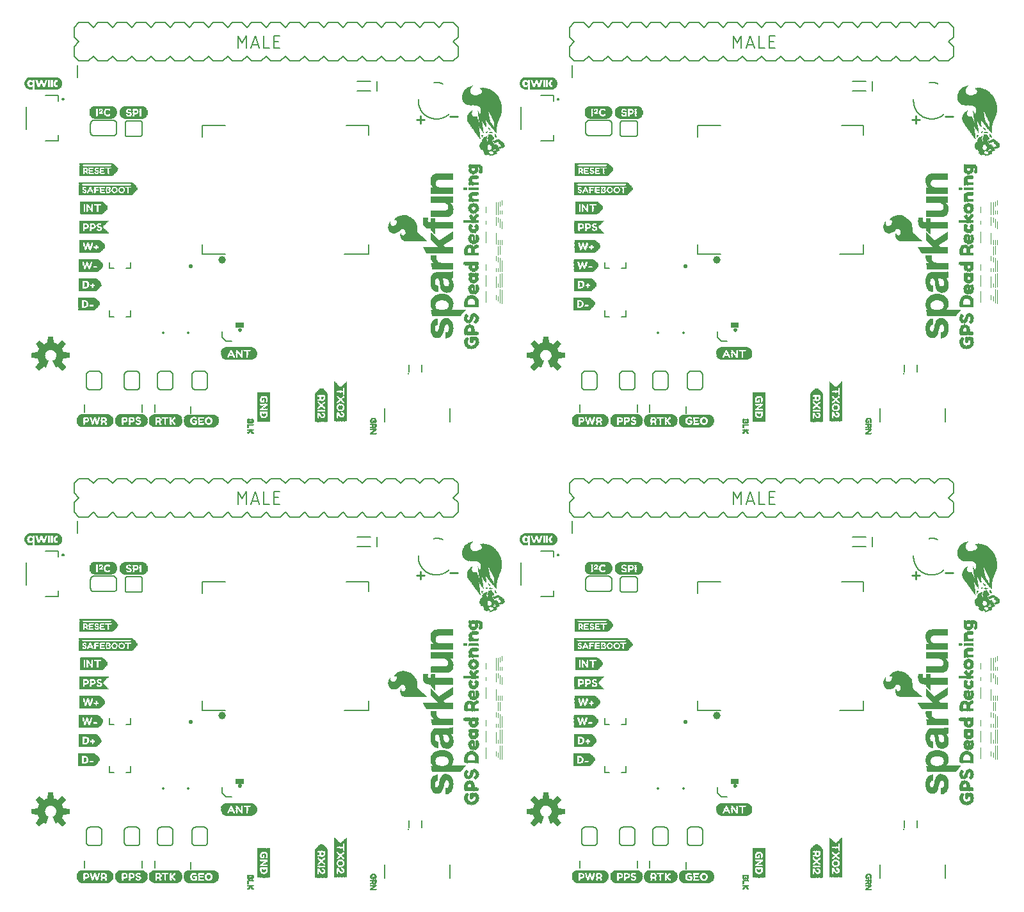
<source format=gto>
G04 EAGLE Gerber RS-274X export*
G75*
%MOMM*%
%FSLAX34Y34*%
%LPD*%
%INSilkscreen Top*%
%IPPOS*%
%AMOC8*
5,1,8,0,0,1.08239X$1,22.5*%
G01*
%ADD10C,0.279400*%
%ADD11C,0.203200*%
%ADD12C,0.254000*%
%ADD13C,0.152400*%
%ADD14C,1.000000*%
%ADD15C,0.300000*%
%ADD16R,2.960000X0.040000*%
%ADD17R,3.000000X0.040000*%
%ADD18R,3.080000X0.040000*%
%ADD19R,3.120000X0.040000*%
%ADD20R,3.160000X0.040000*%
%ADD21R,3.200000X0.040000*%
%ADD22R,3.240000X0.040000*%
%ADD23R,3.280000X0.040000*%
%ADD24R,0.480000X0.040000*%
%ADD25R,0.160000X0.040000*%
%ADD26R,0.120000X0.040000*%
%ADD27R,0.520000X0.040000*%
%ADD28R,0.440000X0.040000*%
%ADD29R,0.400000X0.040000*%
%ADD30R,0.360000X0.040000*%
%ADD31R,0.560000X0.040000*%
%ADD32R,0.320000X0.040000*%
%ADD33R,0.600000X0.040000*%
%ADD34R,0.680000X0.040000*%
%ADD35R,0.280000X0.040000*%
%ADD36R,1.080000X0.040000*%
%ADD37R,0.240000X0.040000*%
%ADD38R,1.120000X0.040000*%
%ADD39R,0.200000X0.040000*%
%ADD40R,1.160000X0.040000*%
%ADD41R,1.200000X0.040000*%
%ADD42R,0.080000X0.040000*%
%ADD43R,0.040000X0.040000*%
%ADD44R,1.040000X0.040000*%
%ADD45R,1.000000X0.040000*%
%ADD46R,0.960000X0.040000*%
%ADD47R,0.920000X0.040000*%
%ADD48R,0.880000X0.040000*%
%ADD49R,3.880000X0.040000*%
%ADD50R,3.840000X0.040000*%
%ADD51R,3.800000X0.040000*%
%ADD52R,3.760000X0.040000*%
%ADD53R,3.720000X0.040000*%
%ADD54R,3.680000X0.040000*%
%ADD55R,3.640000X0.040000*%
%ADD56R,2.520000X0.040000*%
%ADD57R,0.840000X0.040000*%
%ADD58R,0.760000X0.040000*%
%ADD59R,0.720000X0.040000*%
%ADD60R,0.640000X0.040000*%
%ADD61R,0.800000X0.040000*%
%ADD62R,3.400000X0.040000*%
%ADD63R,3.520000X0.040000*%
%ADD64R,2.760000X0.040000*%
%ADD65R,1.360000X0.040000*%
%ADD66R,1.320000X0.040000*%
%ADD67R,1.240000X0.040000*%
%ADD68R,3.480000X0.040000*%
%ADD69R,3.960000X0.040000*%
%ADD70R,4.080000X0.040000*%
%ADD71R,4.200000X0.040000*%
%ADD72R,4.280000X0.040000*%
%ADD73R,4.360000X0.040000*%
%ADD74R,4.440000X0.040000*%
%ADD75R,1.680000X0.040000*%
%ADD76R,1.720000X0.040000*%
%ADD77R,4.040000X0.040000*%
%ADD78R,0.040000X3.760000*%
%ADD79R,0.040000X3.800000*%
%ADD80R,0.040000X3.880000*%
%ADD81R,0.040000X3.920000*%
%ADD82R,0.040000X3.960000*%
%ADD83R,0.040000X4.000000*%
%ADD84R,0.040000X4.040000*%
%ADD85R,0.040000X1.480000*%
%ADD86R,0.040000X0.600000*%
%ADD87R,0.040000X0.800000*%
%ADD88R,0.040000X0.760000*%
%ADD89R,0.040000X0.560000*%
%ADD90R,0.040000X0.320000*%
%ADD91R,0.040000X0.520000*%
%ADD92R,0.040000X0.120000*%
%ADD93R,0.040000X0.680000*%
%ADD94R,0.040000X0.240000*%
%ADD95R,0.040000X0.480000*%
%ADD96R,0.040000X0.080000*%
%ADD97R,0.040000X0.640000*%
%ADD98R,0.040000X0.200000*%
%ADD99R,0.040000X0.400000*%
%ADD100R,0.040000X0.160000*%
%ADD101R,0.040000X0.360000*%
%ADD102R,0.040000X0.720000*%
%ADD103R,0.040000X0.280000*%
%ADD104R,0.040000X0.840000*%
%ADD105R,0.040000X0.880000*%
%ADD106R,0.040000X0.440000*%
%ADD107R,0.040000X5.240000*%
%ADD108R,0.040000X5.200000*%
%ADD109R,0.040000X5.160000*%
%ADD110R,0.040000X5.120000*%
%ADD111R,0.040000X5.080000*%
%ADD112R,0.040000X5.040000*%
%ADD113R,0.040000X5.000000*%
%ADD114R,0.040000X1.680000*%
%ADD115R,0.040000X0.960000*%
%ADD116R,0.040000X2.800000*%
%ADD117R,2.440000X0.040000*%
%ADD118R,2.680000X0.040000*%
%ADD119R,2.840000X0.040000*%
%ADD120R,1.440000X0.040000*%
%ADD121R,1.480000X0.040000*%
%ADD122R,1.520000X0.040000*%
%ADD123R,3.560000X0.040000*%
%ADD124R,4.120000X0.040000*%
%ADD125R,2.920000X0.040000*%
%ADD126R,3.320000X0.040000*%
%ADD127R,2.240000X0.040000*%
%ADD128R,0.080000X1.440000*%
%ADD129R,0.080000X0.810000*%
%ADD130R,0.080000X0.540000*%
%ADD131R,0.080000X0.900000*%
%ADD132R,0.090000X1.800000*%
%ADD133R,0.090000X1.350000*%
%ADD134R,0.090000X0.900000*%
%ADD135R,0.090000X1.890000*%
%ADD136R,0.090000X1.530000*%
%ADD137R,0.090000X1.170000*%
%ADD138R,0.090000X1.620000*%
%ADD139R,0.090000X1.710000*%
%ADD140R,0.090000X1.440000*%
%ADD141R,0.100000X1.710000*%
%ADD142R,0.100000X1.800000*%
%ADD143R,0.100000X1.890000*%
%ADD144R,0.100000X0.630000*%
%ADD145R,0.100000X0.720000*%
%ADD146R,0.090000X0.720000*%
%ADD147R,0.090000X0.540000*%
%ADD148R,0.090000X0.810000*%
%ADD149R,0.090000X0.630000*%
%ADD150R,0.100000X0.810000*%
%ADD151R,0.100000X0.540000*%
%ADD152R,0.090000X1.260000*%
%ADD153R,0.100000X1.440000*%
%ADD154R,0.100000X1.530000*%
%ADD155R,0.100000X1.350000*%
%ADD156R,0.080000X0.720000*%
%ADD157R,0.080000X0.630000*%
%ADD158R,0.080000X1.530000*%
%ADD159R,0.080000X1.260000*%
%ADD160R,0.080000X1.710000*%
%ADD161R,0.090000X1.080000*%
%ADD162R,0.090000X0.090000*%
%ADD163R,0.080000X1.620000*%
%ADD164R,0.080000X1.800000*%
%ADD165R,0.080000X1.170000*%
%ADD166R,0.080000X1.890000*%
%ADD167R,0.080000X1.080000*%
%ADD168R,0.090000X0.450000*%
%ADD169R,0.090000X0.360000*%
%ADD170R,4.400000X0.040000*%
%ADD171R,4.520000X0.040000*%
%ADD172R,4.560000X0.040000*%
%ADD173R,4.840000X0.040000*%
%ADD174R,4.880000X0.040000*%
%ADD175R,4.920000X0.040000*%
%ADD176R,4.960000X0.040000*%
%ADD177R,4.600000X0.040000*%
%ADD178R,7.040000X0.040000*%
%ADD179R,7.080000X0.040000*%
%ADD180R,7.160000X0.040000*%
%ADD181R,7.200000X0.040000*%
%ADD182R,7.480000X0.040000*%
%ADD183R,7.520000X0.040000*%
%ADD184R,7.560000X0.040000*%
%ADD185R,7.600000X0.040000*%
%ADD186R,7.240000X0.040000*%
%ADD187C,0.567956*%
%ADD188C,0.357769*%
%ADD189R,2.320000X0.040000*%
%ADD190R,2.360000X0.040000*%
%ADD191R,2.480000X0.040000*%
%ADD192R,2.560000X0.040000*%
%ADD193R,2.600000X0.040000*%
%ADD194R,2.640000X0.040000*%
%ADD195R,1.640000X0.040000*%
%ADD196R,1.600000X0.040000*%
%ADD197R,1.560000X0.040000*%
%ADD198R,2.160000X0.040000*%
%ADD199R,2.200000X0.040000*%
%ADD200R,2.280000X0.040000*%
%ADD201R,2.400000X0.040000*%
%ADD202R,1.400000X0.040000*%
%ADD203R,2.720000X0.040000*%
%ADD204R,2.880000X0.040000*%
%ADD205R,2.800000X0.040000*%
%ADD206R,1.280000X0.040000*%
%ADD207R,0.030000X0.330000*%
%ADD208R,0.030000X0.030000*%
%ADD209R,0.030000X0.060000*%
%ADD210R,0.030000X0.090000*%
%ADD211R,0.040000X0.180000*%
%ADD212R,0.040000X0.150000*%
%ADD213R,0.030000X0.540000*%
%ADD214R,0.030000X0.210000*%
%ADD215R,0.030000X0.180000*%
%ADD216R,0.030000X0.570000*%
%ADD217R,0.030000X0.240000*%
%ADD218R,0.030000X0.600000*%
%ADD219R,0.030000X0.270000*%
%ADD220R,0.040000X0.210000*%
%ADD221R,0.040000X0.270000*%
%ADD222R,0.030000X0.450000*%
%ADD223R,0.030000X0.300000*%
%ADD224R,0.030000X0.420000*%
%ADD225R,0.030000X0.390000*%
%ADD226R,0.040000X0.330000*%
%ADD227R,0.030000X0.360000*%
%ADD228R,0.040000X0.450000*%
%ADD229R,0.030000X0.630000*%
%ADD230R,0.040000X0.630000*%
%ADD231R,0.040000X0.510000*%
%ADD232R,0.040000X0.540000*%
%ADD233R,0.040000X0.570000*%
%ADD234R,0.030000X0.150000*%
%ADD235R,0.030000X0.120000*%
%ADD236R,0.040000X0.390000*%
%ADD237R,0.030000X0.510000*%
%ADD238R,0.040000X0.660000*%
%ADD239R,0.040000X0.300000*%
%ADD240R,0.040000X0.420000*%
%ADD241R,0.070000X0.350000*%
%ADD242R,0.070000X0.280000*%
%ADD243R,0.070000X0.490000*%
%ADD244R,0.070000X0.700000*%
%ADD245R,0.070000X0.630000*%
%ADD246R,0.070000X0.420000*%
%ADD247R,0.080000X0.840000*%
%ADD248R,0.080000X1.050000*%
%ADD249R,0.080000X0.490000*%
%ADD250R,0.080000X0.420000*%
%ADD251R,0.070000X1.120000*%
%ADD252R,0.070000X1.190000*%
%ADD253R,0.070000X0.980000*%
%ADD254R,0.060000X1.260000*%
%ADD255R,0.060000X1.120000*%
%ADD256R,0.060000X0.490000*%
%ADD257R,0.060000X0.420000*%
%ADD258R,0.080000X1.330000*%
%ADD259R,0.080000X1.190000*%
%ADD260R,0.070000X1.400000*%
%ADD261R,0.070000X1.330000*%
%ADD262R,0.070000X0.140000*%
%ADD263R,0.070000X1.470000*%
%ADD264R,0.060000X0.630000*%
%ADD265R,0.060000X0.350000*%
%ADD266R,0.060000X0.560000*%
%ADD267R,0.060000X0.210000*%
%ADD268R,0.060000X0.140000*%
%ADD269R,0.080000X0.560000*%
%ADD270R,0.080000X0.070000*%
%ADD271R,0.080000X0.700000*%
%ADD272R,0.080000X0.350000*%
%ADD273R,0.070000X0.560000*%
%ADD274R,0.070000X0.910000*%
%ADD275R,0.070000X1.050000*%
%ADD276R,0.070000X0.770000*%
%ADD277R,0.070000X0.210000*%
%ADD278R,0.070000X0.840000*%
%ADD279R,0.070000X1.260000*%
%ADD280R,0.080000X0.770000*%
%ADD281R,0.080000X0.910000*%
%ADD282R,0.080000X0.140000*%
%ADD283R,0.080000X0.980000*%
%ADD284R,0.060000X1.330000*%
%ADD285R,0.060000X1.190000*%
%ADD286R,0.060000X1.050000*%
%ADD287R,0.060000X0.770000*%
%ADD288R,0.060000X0.980000*%
%ADD289R,0.060000X0.280000*%
%ADD290R,0.060000X0.840000*%
%ADD291R,0.060000X0.070000*%
%ADD292R,0.070000X0.070000*%
%ADD293R,0.020000X0.620000*%
%ADD294R,0.030000X0.820000*%
%ADD295R,0.020000X0.940000*%
%ADD296R,0.030000X1.070000*%
%ADD297R,0.020000X1.180000*%
%ADD298R,0.030000X1.280000*%
%ADD299R,0.020000X1.360000*%
%ADD300R,0.030000X1.400000*%
%ADD301R,0.020000X1.480000*%
%ADD302R,0.030000X1.550000*%
%ADD303R,0.020000X1.610000*%
%ADD304R,0.020000X1.680000*%
%ADD305R,0.030000X1.730000*%
%ADD306R,0.020000X1.780000*%
%ADD307R,0.030000X1.830000*%
%ADD308R,0.020000X1.880000*%
%ADD309R,0.030000X1.900000*%
%ADD310R,0.020000X1.960000*%
%ADD311R,0.030000X1.980000*%
%ADD312R,0.020000X2.020000*%
%ADD313R,0.030000X2.050000*%
%ADD314R,0.020000X2.090000*%
%ADD315R,0.030000X2.120000*%
%ADD316R,0.020000X2.150000*%
%ADD317R,0.030000X2.170000*%
%ADD318R,0.020000X0.270000*%
%ADD319R,0.020000X2.190000*%
%ADD320R,0.030000X0.520000*%
%ADD321R,0.030000X2.220000*%
%ADD322R,0.020000X0.640000*%
%ADD323R,0.020000X2.240000*%
%ADD324R,0.020000X0.790000*%
%ADD325R,0.020000X2.270000*%
%ADD326R,0.030000X0.910000*%
%ADD327R,0.030000X2.300000*%
%ADD328R,0.020000X1.010000*%
%ADD329R,0.020000X2.320000*%
%ADD330R,0.030000X1.080000*%
%ADD331R,0.030000X2.340000*%
%ADD332R,0.020000X1.160000*%
%ADD333R,0.020000X2.370000*%
%ADD334R,0.030000X1.240000*%
%ADD335R,0.030000X2.370000*%
%ADD336R,0.020000X1.310000*%
%ADD337R,0.020000X2.400000*%
%ADD338R,0.030000X1.380000*%
%ADD339R,0.030000X2.420000*%
%ADD340R,0.020000X1.430000*%
%ADD341R,0.020000X2.420000*%
%ADD342R,0.030000X1.510000*%
%ADD343R,0.030000X2.450000*%
%ADD344R,0.020000X1.550000*%
%ADD345R,0.020000X2.450000*%
%ADD346R,0.030000X1.630000*%
%ADD347R,0.030000X2.470000*%
%ADD348R,0.020000X2.470000*%
%ADD349R,0.020000X1.800000*%
%ADD350R,0.020000X1.660000*%
%ADD351R,0.020000X0.370000*%
%ADD352R,0.030000X1.850000*%
%ADD353R,0.030000X1.610000*%
%ADD354R,0.020000X1.920000*%
%ADD355R,0.020000X1.560000*%
%ADD356R,0.020000X0.280000*%
%ADD357R,0.020000X1.950000*%
%ADD358R,0.020000X0.250000*%
%ADD359R,0.030000X2.000000*%
%ADD360R,0.030000X1.530000*%
%ADD361R,0.030000X0.200000*%
%ADD362R,0.020000X2.070000*%
%ADD363R,0.020000X1.500000*%
%ADD364R,0.020000X0.170000*%
%ADD365R,0.030000X2.100000*%
%ADD366R,0.030000X1.480000*%
%ADD367R,0.020000X1.710000*%
%ADD368R,0.020000X0.230000*%
%ADD369R,0.020000X1.450000*%
%ADD370R,0.020000X0.140000*%
%ADD371R,0.030000X1.650000*%
%ADD372R,0.030000X1.450000*%
%ADD373R,0.020000X1.650000*%
%ADD374R,0.020000X0.050000*%
%ADD375R,0.020000X0.090000*%
%ADD376R,0.030000X1.660000*%
%ADD377R,0.030000X1.430000*%
%ADD378R,0.030000X0.070000*%
%ADD379R,0.020000X1.400000*%
%ADD380R,0.020000X0.070000*%
%ADD381R,0.030000X1.700000*%
%ADD382R,0.030000X0.050000*%
%ADD383R,0.020000X1.700000*%
%ADD384R,0.020000X1.380000*%
%ADD385R,0.020000X0.030000*%
%ADD386R,0.030000X1.720000*%
%ADD387R,0.020000X1.750000*%
%ADD388R,0.030000X1.750000*%
%ADD389R,0.020000X1.830000*%
%ADD390R,0.030000X1.860000*%
%ADD391R,0.030000X1.360000*%
%ADD392R,0.030000X1.910000*%
%ADD393R,0.030000X1.390000*%
%ADD394R,0.020000X1.390000*%
%ADD395R,0.020000X2.030000*%
%ADD396R,0.020000X2.080000*%
%ADD397R,0.030000X2.130000*%
%ADD398R,0.030000X2.180000*%
%ADD399R,0.020000X2.230000*%
%ADD400R,0.030000X2.250000*%
%ADD401R,0.030000X2.330000*%
%ADD402R,0.020000X2.300000*%
%ADD403R,0.020000X1.410000*%
%ADD404R,0.030000X2.270000*%
%ADD405R,0.020000X2.170000*%
%ADD406R,0.020000X1.460000*%
%ADD407R,0.020000X0.150000*%
%ADD408R,0.030000X1.500000*%
%ADD409R,0.020000X2.100000*%
%ADD410R,0.020000X0.420000*%
%ADD411R,0.030000X2.080000*%
%ADD412R,0.020000X0.560000*%
%ADD413R,0.020000X0.690000*%
%ADD414R,0.030000X1.160000*%
%ADD415R,0.030000X0.770000*%
%ADD416R,0.030000X1.580000*%
%ADD417R,0.020000X0.980000*%
%ADD418R,0.020000X0.550000*%
%ADD419R,0.020000X0.890000*%
%ADD420R,0.020000X1.630000*%
%ADD421R,0.030000X0.840000*%
%ADD422R,0.030000X1.040000*%
%ADD423R,0.020000X1.730000*%
%ADD424R,0.030000X0.350000*%
%ADD425R,0.020000X0.220000*%
%ADD426R,0.020000X1.900000*%
%ADD427R,0.020000X1.770000*%
%ADD428R,0.030000X0.690000*%
%ADD429R,0.030000X0.080000*%
%ADD430R,0.030000X1.800000*%
%ADD431R,0.020000X0.760000*%
%ADD432R,0.020000X2.040000*%
%ADD433R,0.030000X1.920000*%
%ADD434R,0.020000X0.910000*%
%ADD435R,0.020000X2.000000*%
%ADD436R,0.020000X0.960000*%
%ADD437R,0.020000X4.810000*%
%ADD438R,0.020000X0.200000*%
%ADD439R,0.030000X0.990000*%
%ADD440R,0.030000X4.890000*%
%ADD441R,0.030000X0.220000*%
%ADD442R,0.020000X0.990000*%
%ADD443R,0.020000X4.940000*%
%ADD444R,0.030000X1.010000*%
%ADD445R,0.030000X3.730000*%
%ADD446R,0.030000X0.320000*%
%ADD447R,0.020000X1.040000*%
%ADD448R,0.020000X3.800000*%
%ADD449R,0.020000X0.390000*%
%ADD450R,0.030000X1.090000*%
%ADD451R,0.030000X0.250000*%
%ADD452R,0.030000X0.870000*%
%ADD453R,0.030000X4.370000*%
%ADD454R,0.020000X0.120000*%
%ADD455R,0.020000X0.750000*%
%ADD456R,0.020000X4.420000*%
%ADD457R,0.030000X0.590000*%
%ADD458R,0.030000X4.470000*%
%ADD459R,0.020000X0.100000*%
%ADD460R,0.020000X0.490000*%
%ADD461R,0.020000X4.490000*%
%ADD462R,0.020000X4.540000*%
%ADD463R,0.030000X1.600000*%
%ADD464R,0.030000X4.560000*%
%ADD465R,0.020000X4.610000*%
%ADD466R,0.030000X4.660000*%
%ADD467R,0.020000X4.690000*%
%ADD468R,0.030000X4.740000*%
%ADD469R,0.020000X4.790000*%
%ADD470R,0.030000X2.240000*%
%ADD471R,0.030000X4.810000*%
%ADD472R,0.020000X4.860000*%
%ADD473R,0.030000X4.910000*%
%ADD474R,0.020000X4.930000*%
%ADD475R,0.030000X4.980000*%
%ADD476R,0.020000X2.340000*%
%ADD477R,0.020000X5.030000*%
%ADD478R,0.030000X5.060000*%
%ADD479R,0.020000X5.090000*%
%ADD480R,0.030000X4.220000*%
%ADD481R,0.020000X0.080000*%
%ADD482R,0.020000X4.220000*%
%ADD483R,0.020000X2.490000*%
%ADD484R,0.020000X4.270000*%
%ADD485R,0.030000X2.490000*%
%ADD486R,0.030000X4.270000*%
%ADD487R,0.020000X4.290000*%
%ADD488R,0.030000X4.320000*%
%ADD489R,0.020000X0.130000*%
%ADD490R,0.020000X4.370000*%
%ADD491R,0.030000X1.680000*%
%ADD492R,0.030000X0.100000*%
%ADD493R,0.020000X0.840000*%
%ADD494R,0.020000X4.400000*%
%ADD495R,0.030000X4.420000*%
%ADD496R,0.020000X0.570000*%
%ADD497R,0.020000X0.020000*%
%ADD498R,0.020000X4.470000*%
%ADD499R,0.030000X0.670000*%
%ADD500R,0.030000X4.460000*%
%ADD501R,0.020000X0.590000*%
%ADD502R,0.020000X2.760000*%
%ADD503R,0.030000X0.620000*%
%ADD504R,0.030000X0.340000*%
%ADD505R,0.030000X2.790000*%
%ADD506R,0.020000X0.600000*%
%ADD507R,0.020000X0.450000*%
%ADD508R,0.020000X2.810000*%
%ADD509R,0.030000X1.310000*%
%ADD510R,0.030000X2.890000*%
%ADD511R,0.020000X1.240000*%
%ADD512R,0.020000X1.210000*%
%ADD513R,0.020000X2.910000*%
%ADD514R,0.020000X1.290000*%
%ADD515R,0.020000X1.130000*%
%ADD516R,0.020000X2.970000*%
%ADD517R,0.030000X1.290000*%
%ADD518R,0.030000X1.020000*%
%ADD519R,0.030000X3.020000*%
%ADD520R,0.020000X3.040000*%
%ADD521R,0.030000X0.170000*%
%ADD522R,0.030000X0.190000*%
%ADD523R,0.030000X0.790000*%
%ADD524R,0.030000X3.090000*%
%ADD525R,0.020000X0.720000*%
%ADD526R,0.020000X3.120000*%
%ADD527R,0.030000X1.330000*%
%ADD528R,0.030000X3.160000*%
%ADD529R,0.020000X0.180000*%
%ADD530R,0.020000X0.510000*%
%ADD531R,0.020000X3.180000*%
%ADD532R,0.030000X3.230000*%
%ADD533R,0.020000X0.240000*%
%ADD534R,0.020000X0.520000*%
%ADD535R,0.020000X3.260000*%
%ADD536R,0.030000X1.410000*%
%ADD537R,0.030000X0.130000*%
%ADD538R,0.030000X0.490000*%
%ADD539R,0.030000X3.310000*%
%ADD540R,0.020000X1.440000*%
%ADD541R,0.020000X0.500000*%
%ADD542R,0.020000X3.330000*%
%ADD543R,0.030000X1.460000*%
%ADD544R,0.030000X3.380000*%
%ADD545R,0.020000X1.490000*%
%ADD546R,0.020000X3.410000*%
%ADD547R,0.030000X0.500000*%
%ADD548R,0.030000X3.460000*%
%ADD549R,0.020000X0.290000*%
%ADD550R,0.020000X0.470000*%
%ADD551R,0.020000X3.510000*%
%ADD552R,0.030000X3.500000*%
%ADD553R,0.020000X1.530000*%
%ADD554R,0.020000X3.530000*%
%ADD555R,0.020000X3.580000*%
%ADD556R,0.030000X1.340000*%
%ADD557R,0.030000X3.630000*%
%ADD558R,0.020000X1.330000*%
%ADD559R,0.020000X0.460000*%
%ADD560R,0.020000X3.660000*%
%ADD561R,0.030000X0.470000*%
%ADD562R,0.030000X3.650000*%
%ADD563R,0.020000X1.260000*%
%ADD564R,0.020000X0.440000*%
%ADD565R,0.020000X3.680000*%
%ADD566R,0.030000X1.030000*%
%ADD567R,0.030000X0.370000*%
%ADD568R,0.020000X0.930000*%
%ADD569R,0.020000X0.340000*%
%ADD570R,0.020000X3.750000*%
%ADD571R,0.030000X0.830000*%
%ADD572R,0.030000X3.780000*%
%ADD573R,0.020000X0.770000*%
%ADD574R,0.020000X3.830000*%
%ADD575R,0.030000X0.230000*%
%ADD576R,0.030000X3.850000*%
%ADD577R,0.020000X0.400000*%
%ADD578R,0.020000X3.880000*%
%ADD579R,0.030000X0.020000*%
%ADD580R,0.030000X0.280000*%
%ADD581R,0.030000X3.910000*%
%ADD582R,0.020000X0.040000*%
%ADD583R,0.030000X0.040000*%
%ADD584R,0.030000X5.090000*%
%ADD585R,0.020000X5.110000*%
%ADD586R,0.030000X0.440000*%
%ADD587R,0.030000X5.110000*%
%ADD588R,0.020000X0.330000*%
%ADD589R,0.030000X5.140000*%
%ADD590R,0.020000X5.130000*%
%ADD591R,0.030000X1.180000*%
%ADD592R,0.030000X0.290000*%
%ADD593R,0.020000X0.300000*%
%ADD594R,0.020000X4.890000*%
%ADD595R,0.030000X4.440000*%
%ADD596R,0.030000X0.640000*%
%ADD597R,0.030000X4.050000*%
%ADD598R,0.020000X0.320000*%
%ADD599R,0.020000X3.900000*%
%ADD600R,0.030000X3.760000*%
%ADD601R,0.020000X3.630000*%
%ADD602R,0.030000X3.530000*%
%ADD603R,0.020000X3.440000*%
%ADD604R,0.020000X3.310000*%
%ADD605R,0.030000X3.210000*%
%ADD606R,0.020000X3.090000*%
%ADD607R,0.030000X3.010000*%
%ADD608R,0.020000X2.880000*%
%ADD609R,0.020000X0.350000*%
%ADD610R,0.020000X2.670000*%
%ADD611R,0.030000X2.590000*%
%ADD612R,0.020000X2.220000*%
%ADD613R,0.030000X2.090000*%
%ADD614R,0.020000X1.230000*%
%ADD615R,0.020000X0.660000*%

G36*
X55425Y89930D02*
X55425Y89930D01*
X55481Y89930D01*
X55509Y89945D01*
X55541Y89950D01*
X55600Y89990D01*
X55636Y90008D01*
X55645Y90020D01*
X55661Y90031D01*
X59969Y94339D01*
X59986Y94366D01*
X60010Y94387D01*
X60031Y94439D01*
X60060Y94486D01*
X60063Y94518D01*
X60075Y94548D01*
X60072Y94603D01*
X60077Y94659D01*
X60065Y94689D01*
X60063Y94721D01*
X60029Y94784D01*
X60015Y94821D01*
X60004Y94831D01*
X59995Y94848D01*
X55028Y100939D01*
X56217Y103249D01*
X56224Y103275D01*
X56241Y103307D01*
X57033Y105781D01*
X64852Y106575D01*
X64883Y106585D01*
X64915Y106586D01*
X64964Y106613D01*
X65016Y106631D01*
X65039Y106654D01*
X65067Y106669D01*
X65099Y106715D01*
X65138Y106754D01*
X65148Y106785D01*
X65167Y106811D01*
X65180Y106881D01*
X65193Y106919D01*
X65191Y106934D01*
X65194Y106953D01*
X65194Y113047D01*
X65187Y113078D01*
X65189Y113110D01*
X65167Y113161D01*
X65155Y113216D01*
X65134Y113240D01*
X65122Y113270D01*
X65080Y113306D01*
X65045Y113349D01*
X65015Y113362D01*
X64991Y113383D01*
X64922Y113404D01*
X64886Y113420D01*
X64871Y113420D01*
X64852Y113425D01*
X57033Y114219D01*
X56241Y116693D01*
X56228Y116716D01*
X56217Y116751D01*
X55028Y119061D01*
X59995Y125152D01*
X60009Y125180D01*
X60030Y125204D01*
X60046Y125257D01*
X60071Y125307D01*
X60071Y125339D01*
X60080Y125370D01*
X60070Y125425D01*
X60070Y125481D01*
X60055Y125509D01*
X60050Y125541D01*
X60010Y125600D01*
X59992Y125636D01*
X59980Y125645D01*
X59969Y125661D01*
X55661Y129969D01*
X55634Y129986D01*
X55613Y130010D01*
X55561Y130031D01*
X55514Y130060D01*
X55482Y130063D01*
X55452Y130075D01*
X55397Y130072D01*
X55341Y130077D01*
X55311Y130065D01*
X55279Y130063D01*
X55216Y130029D01*
X55179Y130015D01*
X55169Y130004D01*
X55152Y129995D01*
X49061Y125028D01*
X46751Y126217D01*
X46725Y126224D01*
X46693Y126241D01*
X44219Y127033D01*
X43425Y134852D01*
X43417Y134878D01*
X43416Y134890D01*
X43415Y134893D01*
X43414Y134915D01*
X43387Y134964D01*
X43369Y135016D01*
X43346Y135039D01*
X43331Y135067D01*
X43285Y135099D01*
X43246Y135138D01*
X43215Y135148D01*
X43189Y135167D01*
X43119Y135180D01*
X43081Y135193D01*
X43066Y135191D01*
X43047Y135194D01*
X36953Y135194D01*
X36922Y135187D01*
X36890Y135189D01*
X36839Y135167D01*
X36784Y135155D01*
X36760Y135134D01*
X36730Y135122D01*
X36694Y135080D01*
X36651Y135045D01*
X36638Y135015D01*
X36617Y134991D01*
X36596Y134922D01*
X36580Y134886D01*
X36580Y134871D01*
X36578Y134864D01*
X36577Y134862D01*
X36577Y134861D01*
X36575Y134852D01*
X35781Y127033D01*
X33307Y126241D01*
X33284Y126228D01*
X33249Y126217D01*
X30939Y125028D01*
X24848Y129995D01*
X24820Y130009D01*
X24796Y130030D01*
X24743Y130046D01*
X24693Y130071D01*
X24661Y130071D01*
X24630Y130080D01*
X24575Y130070D01*
X24519Y130070D01*
X24491Y130055D01*
X24459Y130050D01*
X24400Y130010D01*
X24365Y129992D01*
X24355Y129980D01*
X24339Y129969D01*
X20031Y125661D01*
X20014Y125634D01*
X19990Y125613D01*
X19969Y125561D01*
X19940Y125514D01*
X19937Y125482D01*
X19925Y125452D01*
X19929Y125397D01*
X19923Y125341D01*
X19935Y125311D01*
X19937Y125279D01*
X19971Y125216D01*
X19985Y125179D01*
X19996Y125169D01*
X20005Y125152D01*
X24972Y119061D01*
X23783Y116751D01*
X23776Y116725D01*
X23759Y116693D01*
X22967Y114219D01*
X15148Y113425D01*
X15117Y113415D01*
X15085Y113414D01*
X15036Y113387D01*
X14984Y113369D01*
X14961Y113346D01*
X14933Y113331D01*
X14901Y113285D01*
X14862Y113246D01*
X14852Y113215D01*
X14833Y113189D01*
X14820Y113119D01*
X14807Y113081D01*
X14809Y113066D01*
X14806Y113047D01*
X14806Y106953D01*
X14813Y106922D01*
X14811Y106890D01*
X14833Y106839D01*
X14845Y106784D01*
X14866Y106760D01*
X14878Y106730D01*
X14920Y106694D01*
X14955Y106651D01*
X14985Y106638D01*
X15009Y106617D01*
X15078Y106596D01*
X15114Y106580D01*
X15129Y106580D01*
X15148Y106575D01*
X22967Y105781D01*
X23759Y103307D01*
X23772Y103284D01*
X23783Y103249D01*
X24972Y100939D01*
X20005Y94848D01*
X19991Y94820D01*
X19970Y94796D01*
X19954Y94743D01*
X19929Y94693D01*
X19929Y94661D01*
X19920Y94630D01*
X19930Y94575D01*
X19930Y94519D01*
X19945Y94491D01*
X19950Y94459D01*
X19990Y94400D01*
X20008Y94365D01*
X20020Y94355D01*
X20031Y94339D01*
X24339Y90031D01*
X24366Y90014D01*
X24387Y89990D01*
X24439Y89969D01*
X24486Y89940D01*
X24518Y89937D01*
X24548Y89925D01*
X24603Y89929D01*
X24659Y89923D01*
X24689Y89935D01*
X24721Y89937D01*
X24784Y89971D01*
X24821Y89985D01*
X24831Y89996D01*
X24848Y90005D01*
X30939Y94972D01*
X33248Y93782D01*
X33312Y93766D01*
X33375Y93743D01*
X33396Y93745D01*
X33416Y93740D01*
X33481Y93754D01*
X33547Y93761D01*
X33565Y93772D01*
X33585Y93777D01*
X33637Y93818D01*
X33693Y93854D01*
X33706Y93873D01*
X33721Y93885D01*
X33737Y93920D01*
X33773Y93974D01*
X37361Y102636D01*
X37367Y102669D01*
X37381Y102698D01*
X37380Y102753D01*
X37389Y102807D01*
X37380Y102839D01*
X37380Y102871D01*
X37355Y102920D01*
X37339Y102973D01*
X37316Y102997D01*
X37302Y103026D01*
X37247Y103071D01*
X37220Y103099D01*
X37205Y103105D01*
X37189Y103117D01*
X35871Y103822D01*
X34745Y104746D01*
X33821Y105872D01*
X33135Y107156D01*
X32712Y108550D01*
X32569Y109999D01*
X32726Y111518D01*
X33189Y112971D01*
X33940Y114300D01*
X34946Y115447D01*
X36165Y116364D01*
X37546Y117014D01*
X39030Y117367D01*
X40555Y117410D01*
X42057Y117140D01*
X43472Y116570D01*
X44740Y115722D01*
X45809Y114633D01*
X46633Y113349D01*
X47177Y111923D01*
X47419Y110417D01*
X47347Y108893D01*
X46966Y107415D01*
X46292Y106047D01*
X45352Y104845D01*
X44186Y103861D01*
X42809Y103117D01*
X42786Y103096D01*
X42757Y103082D01*
X42721Y103039D01*
X42680Y103002D01*
X42668Y102972D01*
X42648Y102948D01*
X42635Y102893D01*
X42614Y102841D01*
X42617Y102809D01*
X42610Y102778D01*
X42624Y102707D01*
X42627Y102668D01*
X42635Y102655D01*
X42639Y102636D01*
X46227Y93974D01*
X46266Y93920D01*
X46298Y93863D01*
X46315Y93851D01*
X46328Y93834D01*
X46386Y93803D01*
X46441Y93765D01*
X46462Y93762D01*
X46481Y93752D01*
X46547Y93751D01*
X46613Y93741D01*
X46636Y93748D01*
X46654Y93747D01*
X46689Y93764D01*
X46752Y93782D01*
X49061Y94972D01*
X55152Y90005D01*
X55180Y89991D01*
X55204Y89970D01*
X55257Y89954D01*
X55307Y89929D01*
X55339Y89929D01*
X55370Y89920D01*
X55425Y89930D01*
G37*
G36*
X710516Y693028D02*
X710516Y693028D01*
X710572Y693028D01*
X710601Y693042D01*
X710632Y693048D01*
X710692Y693088D01*
X710727Y693106D01*
X710736Y693118D01*
X710752Y693129D01*
X715060Y697437D01*
X715077Y697464D01*
X715101Y697485D01*
X715122Y697537D01*
X715152Y697584D01*
X715155Y697616D01*
X715167Y697645D01*
X715163Y697701D01*
X715168Y697756D01*
X715157Y697786D01*
X715155Y697818D01*
X715121Y697882D01*
X715107Y697918D01*
X715095Y697929D01*
X715086Y697946D01*
X710119Y704037D01*
X711309Y706346D01*
X711315Y706373D01*
X711333Y706404D01*
X712125Y708878D01*
X719944Y709672D01*
X719974Y709683D01*
X720006Y709684D01*
X720055Y709711D01*
X720108Y709729D01*
X720130Y709751D01*
X720158Y709767D01*
X720190Y709812D01*
X720230Y709852D01*
X720240Y709882D01*
X720258Y709908D01*
X720272Y709979D01*
X720284Y710016D01*
X720282Y710032D01*
X720286Y710051D01*
X720286Y716145D01*
X720278Y716176D01*
X720280Y716208D01*
X720259Y716259D01*
X720246Y716313D01*
X720226Y716338D01*
X720213Y716368D01*
X720171Y716404D01*
X720136Y716447D01*
X720107Y716460D01*
X720083Y716481D01*
X720014Y716502D01*
X719978Y716518D01*
X719962Y716517D01*
X719944Y716523D01*
X712125Y717317D01*
X711333Y719791D01*
X711319Y719814D01*
X711309Y719849D01*
X710119Y722158D01*
X715086Y728249D01*
X715100Y728278D01*
X715122Y728302D01*
X715138Y728355D01*
X715162Y728405D01*
X715162Y728437D01*
X715171Y728468D01*
X715162Y728523D01*
X715161Y728578D01*
X715147Y728607D01*
X715141Y728638D01*
X715101Y728698D01*
X715083Y728733D01*
X715071Y728742D01*
X715060Y728758D01*
X710752Y733066D01*
X710725Y733083D01*
X710704Y733107D01*
X710652Y733128D01*
X710605Y733158D01*
X710573Y733161D01*
X710544Y733173D01*
X710488Y733169D01*
X710433Y733174D01*
X710403Y733163D01*
X710371Y733161D01*
X710307Y733127D01*
X710271Y733113D01*
X710260Y733101D01*
X710243Y733092D01*
X704152Y728126D01*
X701843Y729315D01*
X701817Y729322D01*
X701785Y729339D01*
X699311Y730131D01*
X698517Y737950D01*
X698508Y737975D01*
X698508Y737988D01*
X698506Y737991D01*
X698505Y738012D01*
X698479Y738061D01*
X698460Y738114D01*
X698438Y738136D01*
X698422Y738165D01*
X698377Y738197D01*
X698337Y738236D01*
X698307Y738246D01*
X698281Y738264D01*
X698210Y738278D01*
X698173Y738290D01*
X698158Y738288D01*
X698138Y738292D01*
X692044Y738292D01*
X692013Y738285D01*
X691981Y738287D01*
X691930Y738265D01*
X691876Y738252D01*
X691851Y738232D01*
X691821Y738220D01*
X691785Y738178D01*
X691742Y738142D01*
X691729Y738113D01*
X691708Y738089D01*
X691687Y738020D01*
X691671Y737984D01*
X691672Y737969D01*
X691669Y737961D01*
X691669Y737959D01*
X691666Y737950D01*
X690872Y730131D01*
X688398Y729339D01*
X688375Y729325D01*
X688340Y729315D01*
X686031Y728126D01*
X679940Y733092D01*
X679911Y733106D01*
X679888Y733128D01*
X679834Y733144D01*
X679784Y733168D01*
X679752Y733168D01*
X679721Y733177D01*
X679666Y733168D01*
X679611Y733167D01*
X679582Y733153D01*
X679551Y733148D01*
X679491Y733107D01*
X679456Y733090D01*
X679447Y733077D01*
X679431Y733066D01*
X675123Y728758D01*
X675106Y728731D01*
X675082Y728710D01*
X675061Y728659D01*
X675031Y728611D01*
X675028Y728579D01*
X675016Y728550D01*
X675020Y728494D01*
X675015Y728439D01*
X675026Y728409D01*
X675028Y728377D01*
X675062Y728314D01*
X675076Y728277D01*
X675088Y728266D01*
X675097Y728249D01*
X680063Y722158D01*
X678874Y719849D01*
X678867Y719823D01*
X678850Y719791D01*
X678058Y717317D01*
X670239Y716523D01*
X670209Y716513D01*
X670177Y716511D01*
X670128Y716485D01*
X670075Y716467D01*
X670053Y716444D01*
X670025Y716429D01*
X669992Y716383D01*
X669953Y716343D01*
X669943Y716313D01*
X669925Y716287D01*
X669911Y716216D01*
X669899Y716179D01*
X669901Y716164D01*
X669897Y716145D01*
X669897Y710051D01*
X669904Y710019D01*
X669902Y709987D01*
X669924Y709936D01*
X669937Y709882D01*
X669957Y709857D01*
X669969Y709828D01*
X670011Y709791D01*
X670047Y709748D01*
X670076Y709735D01*
X670100Y709714D01*
X670169Y709693D01*
X670205Y709677D01*
X670220Y709678D01*
X670239Y709672D01*
X678058Y708878D01*
X678850Y706404D01*
X678864Y706381D01*
X678874Y706346D01*
X680063Y704037D01*
X675097Y697946D01*
X675083Y697917D01*
X675061Y697894D01*
X675045Y697840D01*
X675021Y697790D01*
X675021Y697758D01*
X675012Y697728D01*
X675021Y697673D01*
X675022Y697617D01*
X675036Y697588D01*
X675041Y697557D01*
X675082Y697497D01*
X675099Y697462D01*
X675112Y697453D01*
X675123Y697437D01*
X679431Y693129D01*
X679458Y693112D01*
X679479Y693088D01*
X679530Y693067D01*
X679578Y693037D01*
X679610Y693034D01*
X679639Y693022D01*
X679695Y693026D01*
X679750Y693021D01*
X679780Y693032D01*
X679812Y693034D01*
X679876Y693068D01*
X679912Y693082D01*
X679923Y693094D01*
X679940Y693103D01*
X686031Y698069D01*
X688339Y696880D01*
X688404Y696863D01*
X688466Y696840D01*
X688487Y696843D01*
X688507Y696837D01*
X688572Y696852D01*
X688638Y696858D01*
X688656Y696870D01*
X688677Y696874D01*
X688729Y696916D01*
X688785Y696951D01*
X688798Y696971D01*
X688812Y696982D01*
X688828Y697017D01*
X688865Y697072D01*
X692453Y705734D01*
X692458Y705766D01*
X692472Y705796D01*
X692472Y705851D01*
X692481Y705905D01*
X692471Y705936D01*
X692471Y705969D01*
X692446Y706018D01*
X692430Y706071D01*
X692408Y706094D01*
X692393Y706124D01*
X692338Y706168D01*
X692311Y706197D01*
X692296Y706202D01*
X692281Y706215D01*
X690963Y706919D01*
X689837Y707843D01*
X688913Y708969D01*
X688226Y710254D01*
X687803Y711648D01*
X687661Y713097D01*
X687817Y714615D01*
X688281Y716069D01*
X689031Y717397D01*
X690037Y718545D01*
X691256Y719462D01*
X692637Y720111D01*
X694121Y720465D01*
X695646Y720507D01*
X697148Y720238D01*
X698563Y719667D01*
X699832Y718820D01*
X700901Y717731D01*
X701724Y716446D01*
X702269Y715021D01*
X702510Y713514D01*
X702439Y711990D01*
X702058Y710513D01*
X701383Y709145D01*
X700443Y707943D01*
X699277Y706958D01*
X697901Y706214D01*
X697877Y706193D01*
X697848Y706180D01*
X697813Y706136D01*
X697771Y706099D01*
X697759Y706070D01*
X697739Y706045D01*
X697727Y705991D01*
X697706Y705939D01*
X697708Y705907D01*
X697701Y705876D01*
X697716Y705805D01*
X697719Y705766D01*
X697726Y705753D01*
X697730Y705734D01*
X701318Y697072D01*
X701357Y697018D01*
X701390Y696960D01*
X701407Y696948D01*
X701419Y696931D01*
X701478Y696900D01*
X701533Y696863D01*
X701554Y696860D01*
X701572Y696850D01*
X701639Y696848D01*
X701705Y696839D01*
X701727Y696846D01*
X701745Y696845D01*
X701780Y696861D01*
X701844Y696880D01*
X704152Y698069D01*
X710243Y693103D01*
X710272Y693089D01*
X710295Y693067D01*
X710349Y693051D01*
X710399Y693027D01*
X710431Y693027D01*
X710461Y693018D01*
X710516Y693028D01*
G37*
G36*
X55425Y693028D02*
X55425Y693028D01*
X55481Y693028D01*
X55509Y693042D01*
X55541Y693048D01*
X55600Y693088D01*
X55636Y693106D01*
X55645Y693118D01*
X55661Y693129D01*
X59969Y697437D01*
X59986Y697464D01*
X60010Y697485D01*
X60031Y697537D01*
X60060Y697584D01*
X60063Y697616D01*
X60075Y697645D01*
X60072Y697701D01*
X60077Y697756D01*
X60065Y697786D01*
X60063Y697818D01*
X60029Y697882D01*
X60015Y697918D01*
X60004Y697929D01*
X59995Y697946D01*
X55028Y704037D01*
X56217Y706346D01*
X56224Y706373D01*
X56241Y706404D01*
X57033Y708878D01*
X64852Y709672D01*
X64883Y709683D01*
X64915Y709684D01*
X64964Y709711D01*
X65016Y709729D01*
X65039Y709751D01*
X65067Y709767D01*
X65099Y709812D01*
X65138Y709852D01*
X65148Y709882D01*
X65167Y709908D01*
X65180Y709979D01*
X65193Y710016D01*
X65191Y710032D01*
X65194Y710051D01*
X65194Y716145D01*
X65187Y716176D01*
X65189Y716208D01*
X65167Y716259D01*
X65155Y716313D01*
X65134Y716338D01*
X65122Y716368D01*
X65080Y716404D01*
X65045Y716447D01*
X65015Y716460D01*
X64991Y716481D01*
X64922Y716502D01*
X64886Y716518D01*
X64871Y716517D01*
X64852Y716523D01*
X57033Y717317D01*
X56241Y719791D01*
X56228Y719814D01*
X56217Y719849D01*
X55028Y722158D01*
X59995Y728249D01*
X60009Y728278D01*
X60030Y728302D01*
X60046Y728355D01*
X60071Y728405D01*
X60071Y728437D01*
X60080Y728468D01*
X60070Y728523D01*
X60070Y728578D01*
X60055Y728607D01*
X60050Y728638D01*
X60010Y728698D01*
X59992Y728733D01*
X59980Y728742D01*
X59969Y728758D01*
X55661Y733066D01*
X55634Y733083D01*
X55613Y733107D01*
X55561Y733128D01*
X55514Y733158D01*
X55482Y733161D01*
X55452Y733173D01*
X55397Y733169D01*
X55341Y733174D01*
X55311Y733163D01*
X55279Y733161D01*
X55216Y733127D01*
X55179Y733113D01*
X55169Y733101D01*
X55152Y733092D01*
X49061Y728126D01*
X46751Y729315D01*
X46725Y729322D01*
X46693Y729339D01*
X44219Y730131D01*
X43425Y737950D01*
X43417Y737975D01*
X43416Y737988D01*
X43415Y737991D01*
X43414Y738012D01*
X43387Y738061D01*
X43369Y738114D01*
X43346Y738136D01*
X43331Y738165D01*
X43285Y738197D01*
X43246Y738236D01*
X43215Y738246D01*
X43189Y738264D01*
X43119Y738278D01*
X43081Y738290D01*
X43066Y738288D01*
X43047Y738292D01*
X36953Y738292D01*
X36922Y738285D01*
X36890Y738287D01*
X36839Y738265D01*
X36784Y738252D01*
X36760Y738232D01*
X36730Y738220D01*
X36694Y738178D01*
X36651Y738142D01*
X36638Y738113D01*
X36617Y738089D01*
X36596Y738020D01*
X36580Y737984D01*
X36580Y737969D01*
X36578Y737961D01*
X36577Y737959D01*
X36575Y737950D01*
X35781Y730131D01*
X33307Y729339D01*
X33284Y729325D01*
X33249Y729315D01*
X30939Y728126D01*
X24848Y733092D01*
X24820Y733106D01*
X24796Y733128D01*
X24743Y733144D01*
X24693Y733168D01*
X24661Y733168D01*
X24630Y733177D01*
X24575Y733168D01*
X24519Y733167D01*
X24491Y733153D01*
X24459Y733148D01*
X24400Y733107D01*
X24365Y733090D01*
X24355Y733077D01*
X24339Y733066D01*
X20031Y728758D01*
X20014Y728731D01*
X19990Y728710D01*
X19969Y728659D01*
X19940Y728611D01*
X19937Y728579D01*
X19925Y728550D01*
X19929Y728494D01*
X19923Y728439D01*
X19935Y728409D01*
X19937Y728377D01*
X19971Y728314D01*
X19985Y728277D01*
X19996Y728266D01*
X20005Y728249D01*
X24972Y722158D01*
X23783Y719849D01*
X23776Y719823D01*
X23759Y719791D01*
X22967Y717317D01*
X15148Y716523D01*
X15117Y716513D01*
X15085Y716511D01*
X15036Y716485D01*
X14984Y716467D01*
X14961Y716444D01*
X14933Y716429D01*
X14901Y716383D01*
X14862Y716343D01*
X14852Y716313D01*
X14833Y716287D01*
X14820Y716216D01*
X14807Y716179D01*
X14809Y716164D01*
X14806Y716145D01*
X14806Y710051D01*
X14813Y710019D01*
X14811Y709987D01*
X14833Y709936D01*
X14845Y709882D01*
X14866Y709857D01*
X14878Y709828D01*
X14920Y709791D01*
X14955Y709748D01*
X14985Y709735D01*
X15009Y709714D01*
X15078Y709693D01*
X15114Y709677D01*
X15129Y709678D01*
X15148Y709672D01*
X22967Y708878D01*
X23759Y706404D01*
X23772Y706381D01*
X23783Y706346D01*
X24972Y704037D01*
X20005Y697946D01*
X19991Y697917D01*
X19970Y697894D01*
X19954Y697840D01*
X19929Y697790D01*
X19929Y697758D01*
X19920Y697728D01*
X19930Y697673D01*
X19930Y697617D01*
X19945Y697588D01*
X19950Y697557D01*
X19990Y697497D01*
X20008Y697462D01*
X20020Y697453D01*
X20031Y697437D01*
X24339Y693129D01*
X24366Y693112D01*
X24387Y693088D01*
X24439Y693067D01*
X24486Y693037D01*
X24518Y693034D01*
X24548Y693022D01*
X24603Y693026D01*
X24659Y693021D01*
X24689Y693032D01*
X24721Y693034D01*
X24784Y693068D01*
X24821Y693082D01*
X24831Y693094D01*
X24848Y693103D01*
X30939Y698069D01*
X33248Y696880D01*
X33312Y696863D01*
X33375Y696840D01*
X33396Y696843D01*
X33416Y696837D01*
X33481Y696852D01*
X33547Y696858D01*
X33565Y696870D01*
X33585Y696874D01*
X33637Y696916D01*
X33693Y696951D01*
X33706Y696971D01*
X33721Y696982D01*
X33737Y697017D01*
X33773Y697072D01*
X37361Y705734D01*
X37367Y705766D01*
X37381Y705796D01*
X37380Y705851D01*
X37389Y705905D01*
X37380Y705936D01*
X37380Y705969D01*
X37355Y706018D01*
X37339Y706071D01*
X37316Y706094D01*
X37302Y706124D01*
X37247Y706168D01*
X37220Y706197D01*
X37205Y706202D01*
X37189Y706215D01*
X35871Y706919D01*
X34745Y707843D01*
X33821Y708969D01*
X33135Y710254D01*
X32712Y711648D01*
X32569Y713097D01*
X32726Y714615D01*
X33189Y716069D01*
X33940Y717397D01*
X34946Y718545D01*
X36165Y719462D01*
X37546Y720111D01*
X39030Y720465D01*
X40555Y720507D01*
X42057Y720238D01*
X43472Y719667D01*
X44740Y718820D01*
X45809Y717731D01*
X46633Y716446D01*
X47177Y715021D01*
X47419Y713514D01*
X47347Y711990D01*
X46966Y710513D01*
X46292Y709145D01*
X45352Y707943D01*
X44186Y706958D01*
X42809Y706214D01*
X42786Y706193D01*
X42757Y706180D01*
X42721Y706136D01*
X42680Y706099D01*
X42668Y706070D01*
X42648Y706045D01*
X42635Y705991D01*
X42614Y705939D01*
X42617Y705907D01*
X42610Y705876D01*
X42624Y705805D01*
X42627Y705766D01*
X42635Y705753D01*
X42639Y705734D01*
X46227Y697072D01*
X46266Y697018D01*
X46298Y696960D01*
X46315Y696948D01*
X46328Y696931D01*
X46386Y696900D01*
X46441Y696863D01*
X46462Y696860D01*
X46481Y696850D01*
X46547Y696848D01*
X46613Y696839D01*
X46636Y696846D01*
X46654Y696845D01*
X46689Y696861D01*
X46752Y696880D01*
X49061Y698069D01*
X55152Y693103D01*
X55180Y693089D01*
X55204Y693067D01*
X55257Y693051D01*
X55307Y693027D01*
X55339Y693027D01*
X55370Y693018D01*
X55425Y693028D01*
G37*
G36*
X710516Y89930D02*
X710516Y89930D01*
X710572Y89930D01*
X710601Y89945D01*
X710632Y89950D01*
X710692Y89990D01*
X710727Y90008D01*
X710736Y90020D01*
X710752Y90031D01*
X715060Y94339D01*
X715077Y94366D01*
X715101Y94387D01*
X715122Y94439D01*
X715152Y94486D01*
X715155Y94518D01*
X715167Y94548D01*
X715163Y94603D01*
X715168Y94659D01*
X715157Y94689D01*
X715155Y94721D01*
X715121Y94784D01*
X715107Y94821D01*
X715095Y94831D01*
X715086Y94848D01*
X710119Y100939D01*
X711309Y103249D01*
X711315Y103275D01*
X711333Y103307D01*
X712125Y105781D01*
X719944Y106575D01*
X719974Y106585D01*
X720006Y106586D01*
X720055Y106613D01*
X720108Y106631D01*
X720130Y106654D01*
X720158Y106669D01*
X720190Y106715D01*
X720230Y106754D01*
X720240Y106785D01*
X720258Y106811D01*
X720272Y106881D01*
X720284Y106919D01*
X720282Y106934D01*
X720286Y106953D01*
X720286Y113047D01*
X720278Y113078D01*
X720280Y113110D01*
X720259Y113161D01*
X720246Y113216D01*
X720226Y113240D01*
X720213Y113270D01*
X720171Y113306D01*
X720136Y113349D01*
X720107Y113362D01*
X720083Y113383D01*
X720014Y113404D01*
X719978Y113420D01*
X719962Y113420D01*
X719944Y113425D01*
X712125Y114219D01*
X711333Y116693D01*
X711319Y116716D01*
X711309Y116751D01*
X710119Y119061D01*
X715086Y125152D01*
X715100Y125180D01*
X715122Y125204D01*
X715138Y125257D01*
X715162Y125307D01*
X715162Y125339D01*
X715171Y125370D01*
X715162Y125425D01*
X715161Y125481D01*
X715147Y125509D01*
X715141Y125541D01*
X715101Y125600D01*
X715083Y125636D01*
X715071Y125645D01*
X715060Y125661D01*
X710752Y129969D01*
X710725Y129986D01*
X710704Y130010D01*
X710652Y130031D01*
X710605Y130060D01*
X710573Y130063D01*
X710544Y130075D01*
X710488Y130072D01*
X710433Y130077D01*
X710403Y130065D01*
X710371Y130063D01*
X710307Y130029D01*
X710271Y130015D01*
X710260Y130004D01*
X710243Y129995D01*
X704152Y125028D01*
X701843Y126217D01*
X701817Y126224D01*
X701785Y126241D01*
X699311Y127033D01*
X698517Y134852D01*
X698508Y134878D01*
X698508Y134890D01*
X698506Y134893D01*
X698505Y134915D01*
X698479Y134964D01*
X698460Y135016D01*
X698438Y135039D01*
X698422Y135067D01*
X698377Y135099D01*
X698337Y135138D01*
X698307Y135148D01*
X698281Y135167D01*
X698210Y135180D01*
X698173Y135193D01*
X698158Y135191D01*
X698138Y135194D01*
X692044Y135194D01*
X692013Y135187D01*
X691981Y135189D01*
X691930Y135167D01*
X691876Y135155D01*
X691851Y135134D01*
X691821Y135122D01*
X691785Y135080D01*
X691742Y135045D01*
X691729Y135015D01*
X691708Y134991D01*
X691687Y134922D01*
X691671Y134886D01*
X691672Y134871D01*
X691669Y134864D01*
X691669Y134862D01*
X691669Y134861D01*
X691666Y134852D01*
X690872Y127033D01*
X688398Y126241D01*
X688375Y126228D01*
X688340Y126217D01*
X686031Y125028D01*
X679940Y129995D01*
X679911Y130009D01*
X679888Y130030D01*
X679834Y130046D01*
X679784Y130071D01*
X679752Y130071D01*
X679721Y130080D01*
X679666Y130070D01*
X679611Y130070D01*
X679582Y130055D01*
X679551Y130050D01*
X679491Y130010D01*
X679456Y129992D01*
X679447Y129980D01*
X679431Y129969D01*
X675123Y125661D01*
X675106Y125634D01*
X675082Y125613D01*
X675061Y125561D01*
X675031Y125514D01*
X675028Y125482D01*
X675016Y125452D01*
X675020Y125397D01*
X675015Y125341D01*
X675026Y125311D01*
X675028Y125279D01*
X675062Y125216D01*
X675076Y125179D01*
X675088Y125169D01*
X675097Y125152D01*
X680063Y119061D01*
X678874Y116751D01*
X678867Y116725D01*
X678850Y116693D01*
X678058Y114219D01*
X670239Y113425D01*
X670209Y113415D01*
X670177Y113414D01*
X670128Y113387D01*
X670075Y113369D01*
X670053Y113346D01*
X670025Y113331D01*
X669992Y113285D01*
X669953Y113246D01*
X669943Y113215D01*
X669925Y113189D01*
X669911Y113119D01*
X669899Y113081D01*
X669901Y113066D01*
X669897Y113047D01*
X669897Y106953D01*
X669904Y106922D01*
X669902Y106890D01*
X669924Y106839D01*
X669937Y106784D01*
X669957Y106760D01*
X669969Y106730D01*
X670011Y106694D01*
X670047Y106651D01*
X670076Y106638D01*
X670100Y106617D01*
X670169Y106596D01*
X670205Y106580D01*
X670220Y106580D01*
X670239Y106575D01*
X678058Y105781D01*
X678850Y103307D01*
X678864Y103284D01*
X678874Y103249D01*
X680063Y100939D01*
X675097Y94848D01*
X675083Y94820D01*
X675061Y94796D01*
X675045Y94743D01*
X675021Y94693D01*
X675021Y94661D01*
X675012Y94630D01*
X675021Y94575D01*
X675022Y94519D01*
X675036Y94491D01*
X675041Y94459D01*
X675082Y94400D01*
X675099Y94365D01*
X675112Y94355D01*
X675123Y94339D01*
X679431Y90031D01*
X679458Y90014D01*
X679479Y89990D01*
X679530Y89969D01*
X679578Y89940D01*
X679610Y89937D01*
X679639Y89925D01*
X679695Y89929D01*
X679750Y89923D01*
X679780Y89935D01*
X679812Y89937D01*
X679876Y89971D01*
X679912Y89985D01*
X679923Y89996D01*
X679940Y90005D01*
X686031Y94972D01*
X688339Y93782D01*
X688404Y93766D01*
X688466Y93743D01*
X688487Y93745D01*
X688507Y93740D01*
X688572Y93754D01*
X688638Y93761D01*
X688656Y93772D01*
X688677Y93777D01*
X688729Y93818D01*
X688785Y93854D01*
X688798Y93873D01*
X688812Y93885D01*
X688828Y93920D01*
X688865Y93974D01*
X692453Y102636D01*
X692458Y102669D01*
X692472Y102698D01*
X692472Y102753D01*
X692481Y102807D01*
X692471Y102839D01*
X692471Y102871D01*
X692446Y102920D01*
X692430Y102973D01*
X692408Y102997D01*
X692393Y103026D01*
X692338Y103071D01*
X692311Y103099D01*
X692296Y103105D01*
X692281Y103117D01*
X690963Y103822D01*
X689837Y104746D01*
X688913Y105872D01*
X688226Y107156D01*
X687803Y108550D01*
X687661Y109999D01*
X687817Y111518D01*
X688281Y112971D01*
X689031Y114300D01*
X690037Y115447D01*
X691256Y116364D01*
X692637Y117014D01*
X694121Y117367D01*
X695646Y117410D01*
X697148Y117140D01*
X698563Y116570D01*
X699832Y115722D01*
X700901Y114633D01*
X701724Y113349D01*
X702269Y111923D01*
X702510Y110417D01*
X702439Y108893D01*
X702058Y107415D01*
X701383Y106047D01*
X700443Y104845D01*
X699277Y103861D01*
X697901Y103117D01*
X697877Y103096D01*
X697848Y103082D01*
X697813Y103039D01*
X697771Y103002D01*
X697759Y102972D01*
X697739Y102948D01*
X697727Y102893D01*
X697706Y102841D01*
X697708Y102809D01*
X697701Y102778D01*
X697716Y102707D01*
X697719Y102668D01*
X697726Y102655D01*
X697730Y102636D01*
X701318Y93974D01*
X701357Y93920D01*
X701390Y93863D01*
X701407Y93851D01*
X701419Y93834D01*
X701478Y93803D01*
X701533Y93765D01*
X701554Y93762D01*
X701572Y93752D01*
X701639Y93751D01*
X701705Y93741D01*
X701727Y93748D01*
X701745Y93747D01*
X701780Y93764D01*
X701844Y93782D01*
X704152Y94972D01*
X710243Y90005D01*
X710272Y89991D01*
X710295Y89970D01*
X710349Y89954D01*
X710399Y89929D01*
X710431Y89929D01*
X710461Y89920D01*
X710516Y89930D01*
G37*
G36*
X537785Y864187D02*
X537785Y864187D01*
X537867Y864206D01*
X537868Y864207D01*
X537869Y864207D01*
X537937Y864263D01*
X538001Y864316D01*
X538002Y864317D01*
X538037Y864394D01*
X538073Y864474D01*
X538073Y864475D01*
X538070Y864563D01*
X538067Y864647D01*
X538067Y864648D01*
X538024Y864726D01*
X537985Y864799D01*
X537984Y864800D01*
X537984Y864801D01*
X537978Y864804D01*
X537870Y864888D01*
X537701Y864972D01*
X537338Y865244D01*
X536647Y865836D01*
X536640Y865840D01*
X536633Y865848D01*
X535744Y866539D01*
X534757Y867428D01*
X532357Y869628D01*
X531058Y870827D01*
X531052Y870830D01*
X531047Y870836D01*
X529652Y872032D01*
X528358Y873227D01*
X528357Y873228D01*
X528356Y873229D01*
X527270Y874216D01*
X526404Y875178D01*
X525731Y876235D01*
X525259Y877180D01*
X524980Y878294D01*
X524980Y882048D01*
X524976Y882068D01*
X524977Y882095D01*
X524677Y884495D01*
X524667Y884522D01*
X524662Y884563D01*
X523962Y886763D01*
X523956Y886774D01*
X523953Y886789D01*
X523153Y888789D01*
X523136Y888813D01*
X523122Y888851D01*
X521922Y890751D01*
X521907Y890765D01*
X521894Y890789D01*
X520494Y892489D01*
X520476Y892502D01*
X520460Y892525D01*
X518860Y894025D01*
X518846Y894033D01*
X518833Y894048D01*
X517033Y895448D01*
X517010Y895458D01*
X516985Y895480D01*
X513385Y897480D01*
X513350Y897490D01*
X513299Y897515D01*
X509599Y898515D01*
X509567Y898516D01*
X509522Y898527D01*
X506022Y898727D01*
X505989Y898722D01*
X505941Y898723D01*
X502741Y898223D01*
X502715Y898213D01*
X502676Y898207D01*
X499776Y897207D01*
X499748Y897189D01*
X499702Y897172D01*
X497402Y895772D01*
X497379Y895750D01*
X497339Y895725D01*
X495639Y894125D01*
X495618Y894092D01*
X495592Y894063D01*
X495585Y894057D01*
X495584Y894053D01*
X495572Y894040D01*
X494572Y892340D01*
X494553Y892279D01*
X494527Y892220D01*
X494528Y892197D01*
X494521Y892175D01*
X494531Y892111D01*
X494533Y892047D01*
X494544Y892027D01*
X494548Y892004D01*
X494585Y891951D01*
X494616Y891895D01*
X494635Y891881D01*
X494648Y891863D01*
X494705Y891832D01*
X494758Y891795D01*
X494783Y891790D01*
X494801Y891781D01*
X494839Y891779D01*
X494900Y891767D01*
X495100Y891767D01*
X495137Y891776D01*
X495220Y891787D01*
X495462Y891867D01*
X496438Y891867D01*
X496954Y891695D01*
X497455Y891445D01*
X497771Y891050D01*
X498020Y890470D01*
X498020Y889975D01*
X497929Y889342D01*
X497651Y888600D01*
X497265Y887827D01*
X496879Y887153D01*
X496409Y886494D01*
X495254Y885339D01*
X494595Y884868D01*
X493944Y884496D01*
X493438Y884328D01*
X492362Y884328D01*
X491860Y884495D01*
X491421Y884758D01*
X490868Y885219D01*
X490319Y885860D01*
X489952Y886593D01*
X489673Y887432D01*
X489580Y888171D01*
X489580Y888816D01*
X489673Y889370D01*
X489769Y889755D01*
X489769Y889792D01*
X489780Y889848D01*
X489780Y889948D01*
X489774Y889973D01*
X489777Y889998D01*
X489755Y890056D01*
X489741Y890116D01*
X489724Y890136D01*
X489715Y890160D01*
X489670Y890202D01*
X489631Y890250D01*
X489607Y890261D01*
X489588Y890278D01*
X489529Y890296D01*
X489472Y890321D01*
X489447Y890320D01*
X489422Y890327D01*
X489361Y890317D01*
X489299Y890314D01*
X489277Y890302D01*
X489251Y890298D01*
X489180Y890249D01*
X489147Y890232D01*
X489141Y890223D01*
X489131Y890216D01*
X488931Y890016D01*
X488919Y889996D01*
X488896Y889976D01*
X488296Y889176D01*
X488284Y889149D01*
X488260Y889118D01*
X487660Y887918D01*
X487659Y887913D01*
X487655Y887908D01*
X486955Y886408D01*
X486949Y886375D01*
X486929Y886330D01*
X486529Y884530D01*
X486529Y884503D01*
X486520Y884467D01*
X486420Y882467D01*
X486427Y882429D01*
X486429Y882363D01*
X486929Y880163D01*
X486944Y880132D01*
X486957Y880084D01*
X488057Y877784D01*
X488081Y877753D01*
X488115Y877696D01*
X489615Y875996D01*
X489645Y875975D01*
X489685Y875934D01*
X491285Y874834D01*
X491321Y874820D01*
X491387Y874785D01*
X492987Y874285D01*
X493026Y874282D01*
X493100Y874267D01*
X494800Y874267D01*
X494833Y874275D01*
X494883Y874276D01*
X496683Y874676D01*
X496717Y874693D01*
X496793Y874720D01*
X498493Y875720D01*
X498504Y875731D01*
X498523Y875739D01*
X500323Y877039D01*
X500340Y877059D01*
X500369Y877079D01*
X502059Y878769D01*
X503501Y880018D01*
X504886Y880573D01*
X506137Y880662D01*
X507212Y880214D01*
X508212Y879487D01*
X508846Y878400D01*
X508916Y878136D01*
X509018Y877756D01*
X509119Y877376D01*
X509119Y877375D01*
X509223Y876986D01*
X509317Y875487D01*
X509041Y874476D01*
X508668Y873637D01*
X508219Y873008D01*
X507682Y872561D01*
X507044Y872196D01*
X506538Y872028D01*
X505962Y872028D01*
X505460Y872195D01*
X505036Y872450D01*
X504702Y872783D01*
X504126Y873743D01*
X504114Y873756D01*
X504104Y873776D01*
X503850Y874114D01*
X503769Y874440D01*
X503754Y874470D01*
X503716Y874559D01*
X503575Y874771D01*
X503541Y874916D01*
X503431Y875050D01*
X503272Y875121D01*
X503099Y875114D01*
X502947Y875032D01*
X502847Y874890D01*
X502820Y874748D01*
X502820Y874609D01*
X502743Y874378D01*
X502547Y873889D01*
X502542Y873853D01*
X502524Y873801D01*
X502424Y873101D01*
X502426Y873078D01*
X502420Y873048D01*
X502420Y871348D01*
X502426Y871319D01*
X502426Y871280D01*
X502626Y870180D01*
X502632Y870165D01*
X502633Y870151D01*
X502635Y870146D01*
X502636Y870138D01*
X502936Y869138D01*
X502943Y869125D01*
X502947Y869106D01*
X503347Y868106D01*
X503366Y868080D01*
X503384Y868037D01*
X503984Y867137D01*
X503993Y867128D01*
X504000Y867114D01*
X504700Y866214D01*
X504709Y866207D01*
X504715Y866196D01*
X504743Y866176D01*
X504782Y866136D01*
X505782Y865436D01*
X505809Y865425D01*
X505843Y865401D01*
X506943Y864901D01*
X506957Y864899D01*
X506972Y864890D01*
X508372Y864390D01*
X508406Y864386D01*
X508453Y864370D01*
X510053Y864170D01*
X510074Y864172D01*
X510100Y864167D01*
X537700Y864167D01*
X537785Y864187D01*
G37*
G36*
X1192876Y864187D02*
X1192876Y864187D01*
X1192959Y864206D01*
X1192959Y864207D01*
X1192960Y864207D01*
X1193029Y864263D01*
X1193093Y864316D01*
X1193093Y864317D01*
X1193094Y864317D01*
X1193128Y864394D01*
X1193164Y864474D01*
X1193165Y864475D01*
X1193161Y864563D01*
X1193158Y864647D01*
X1193158Y864648D01*
X1193116Y864726D01*
X1193076Y864799D01*
X1193076Y864800D01*
X1193075Y864801D01*
X1193070Y864804D01*
X1192961Y864888D01*
X1192792Y864972D01*
X1192430Y865244D01*
X1191739Y865836D01*
X1191732Y865840D01*
X1191725Y865848D01*
X1190836Y866539D01*
X1189848Y867428D01*
X1187448Y869628D01*
X1186149Y870827D01*
X1186144Y870830D01*
X1186139Y870836D01*
X1184744Y872032D01*
X1183449Y873227D01*
X1183448Y873228D01*
X1183447Y873229D01*
X1182361Y874216D01*
X1181495Y875178D01*
X1180823Y876235D01*
X1180350Y877180D01*
X1180072Y878294D01*
X1180072Y882048D01*
X1180067Y882068D01*
X1180069Y882095D01*
X1179769Y884495D01*
X1179758Y884522D01*
X1179754Y884563D01*
X1179054Y886763D01*
X1179047Y886774D01*
X1179044Y886789D01*
X1178244Y888789D01*
X1178228Y888813D01*
X1178213Y888851D01*
X1177013Y890751D01*
X1176998Y890765D01*
X1176985Y890789D01*
X1175585Y892489D01*
X1175568Y892502D01*
X1175551Y892525D01*
X1173951Y894025D01*
X1173938Y894033D01*
X1173925Y894048D01*
X1172125Y895448D01*
X1172102Y895458D01*
X1172076Y895480D01*
X1168476Y897480D01*
X1168441Y897490D01*
X1168391Y897515D01*
X1164691Y898515D01*
X1164658Y898516D01*
X1164613Y898527D01*
X1161113Y898727D01*
X1161080Y898722D01*
X1161033Y898723D01*
X1157833Y898223D01*
X1157806Y898213D01*
X1157767Y898207D01*
X1154867Y897207D01*
X1154839Y897189D01*
X1154794Y897172D01*
X1152494Y895772D01*
X1152470Y895750D01*
X1152431Y895725D01*
X1150731Y894125D01*
X1150709Y894092D01*
X1150684Y894063D01*
X1150677Y894057D01*
X1150675Y894053D01*
X1150664Y894040D01*
X1149664Y892340D01*
X1149645Y892279D01*
X1149618Y892220D01*
X1149619Y892197D01*
X1149612Y892175D01*
X1149622Y892111D01*
X1149625Y892047D01*
X1149636Y892027D01*
X1149639Y892004D01*
X1149677Y891951D01*
X1149707Y891895D01*
X1149726Y891881D01*
X1149740Y891863D01*
X1149797Y891832D01*
X1149849Y891795D01*
X1149875Y891790D01*
X1149892Y891781D01*
X1149930Y891779D01*
X1149991Y891767D01*
X1150191Y891767D01*
X1150228Y891776D01*
X1150312Y891787D01*
X1150553Y891867D01*
X1151530Y891867D01*
X1152046Y891695D01*
X1152547Y891445D01*
X1152862Y891050D01*
X1153111Y890470D01*
X1153111Y889975D01*
X1153021Y889342D01*
X1152742Y888600D01*
X1152356Y887827D01*
X1151971Y887153D01*
X1151500Y886494D01*
X1150345Y885339D01*
X1149686Y884868D01*
X1149035Y884496D01*
X1148530Y884328D01*
X1147453Y884328D01*
X1146951Y884495D01*
X1146512Y884758D01*
X1145959Y885219D01*
X1145411Y885860D01*
X1145044Y886593D01*
X1144764Y887432D01*
X1144672Y888171D01*
X1144672Y888816D01*
X1144764Y889370D01*
X1144860Y889755D01*
X1144861Y889792D01*
X1144872Y889848D01*
X1144872Y889948D01*
X1144866Y889973D01*
X1144868Y889998D01*
X1144846Y890056D01*
X1144832Y890116D01*
X1144816Y890136D01*
X1144807Y890160D01*
X1144761Y890202D01*
X1144722Y890250D01*
X1144698Y890261D01*
X1144680Y890278D01*
X1144620Y890296D01*
X1144564Y890321D01*
X1144538Y890320D01*
X1144513Y890327D01*
X1144452Y890317D01*
X1144391Y890314D01*
X1144368Y890302D01*
X1144343Y890298D01*
X1144271Y890249D01*
X1144239Y890232D01*
X1144233Y890223D01*
X1144223Y890216D01*
X1144023Y890016D01*
X1144010Y889996D01*
X1143987Y889976D01*
X1143387Y889176D01*
X1143376Y889149D01*
X1143351Y889118D01*
X1142751Y887918D01*
X1142750Y887913D01*
X1142747Y887908D01*
X1142047Y886408D01*
X1142040Y886375D01*
X1142020Y886330D01*
X1141620Y884530D01*
X1141621Y884503D01*
X1141612Y884467D01*
X1141512Y882467D01*
X1141519Y882429D01*
X1141521Y882363D01*
X1142021Y880163D01*
X1142036Y880132D01*
X1142048Y880084D01*
X1143148Y877784D01*
X1143173Y877753D01*
X1143206Y877696D01*
X1144706Y875996D01*
X1144736Y875975D01*
X1144776Y875934D01*
X1146376Y874834D01*
X1146412Y874820D01*
X1146478Y874785D01*
X1148078Y874285D01*
X1148117Y874282D01*
X1148191Y874267D01*
X1149891Y874267D01*
X1149924Y874275D01*
X1149974Y874276D01*
X1151774Y874676D01*
X1151809Y874693D01*
X1151884Y874720D01*
X1153584Y875720D01*
X1153596Y875731D01*
X1153614Y875739D01*
X1155414Y877039D01*
X1155431Y877059D01*
X1155460Y877079D01*
X1157151Y878769D01*
X1158592Y880018D01*
X1159978Y880573D01*
X1161228Y880662D01*
X1162304Y880214D01*
X1163303Y879487D01*
X1163937Y878400D01*
X1164008Y878136D01*
X1164109Y877756D01*
X1164210Y877376D01*
X1164210Y877375D01*
X1164314Y876986D01*
X1164408Y875487D01*
X1164132Y874476D01*
X1163760Y873637D01*
X1163310Y873008D01*
X1162774Y872561D01*
X1162135Y872196D01*
X1161630Y872028D01*
X1161053Y872028D01*
X1160551Y872195D01*
X1160127Y872450D01*
X1159793Y872783D01*
X1159217Y873743D01*
X1159205Y873756D01*
X1159196Y873776D01*
X1158942Y874114D01*
X1158860Y874440D01*
X1158845Y874470D01*
X1158808Y874559D01*
X1158666Y874771D01*
X1158632Y874916D01*
X1158522Y875050D01*
X1158364Y875121D01*
X1158191Y875114D01*
X1158039Y875032D01*
X1157939Y874890D01*
X1157911Y874748D01*
X1157911Y874609D01*
X1157834Y874378D01*
X1157638Y873889D01*
X1157633Y873853D01*
X1157615Y873801D01*
X1157515Y873101D01*
X1157517Y873078D01*
X1157511Y873048D01*
X1157511Y871348D01*
X1157518Y871319D01*
X1157517Y871280D01*
X1157717Y870180D01*
X1157723Y870165D01*
X1157724Y870151D01*
X1157726Y870146D01*
X1157727Y870138D01*
X1158027Y869138D01*
X1158035Y869125D01*
X1158038Y869106D01*
X1158438Y868106D01*
X1158457Y868080D01*
X1158475Y868037D01*
X1159075Y867137D01*
X1159084Y867128D01*
X1159091Y867114D01*
X1159791Y866214D01*
X1159801Y866207D01*
X1159806Y866196D01*
X1159835Y866176D01*
X1159873Y866136D01*
X1160873Y865436D01*
X1160901Y865425D01*
X1160934Y865401D01*
X1162034Y864901D01*
X1162048Y864899D01*
X1162064Y864890D01*
X1163464Y864390D01*
X1163497Y864386D01*
X1163544Y864370D01*
X1165144Y864170D01*
X1165165Y864172D01*
X1165191Y864167D01*
X1192791Y864167D01*
X1192876Y864187D01*
G37*
G36*
X537785Y261090D02*
X537785Y261090D01*
X537867Y261109D01*
X537868Y261109D01*
X537869Y261109D01*
X537937Y261166D01*
X538001Y261218D01*
X538002Y261219D01*
X538037Y261297D01*
X538073Y261376D01*
X538073Y261377D01*
X538073Y261378D01*
X538070Y261465D01*
X538067Y261549D01*
X538067Y261550D01*
X538067Y261551D01*
X538024Y261629D01*
X537985Y261702D01*
X537984Y261702D01*
X537984Y261703D01*
X537978Y261707D01*
X537870Y261790D01*
X537701Y261875D01*
X537338Y262147D01*
X536647Y262739D01*
X536640Y262743D01*
X536633Y262750D01*
X535744Y263442D01*
X534757Y264330D01*
X532357Y266530D01*
X531058Y267729D01*
X531052Y267733D01*
X531047Y267739D01*
X529652Y268935D01*
X528358Y270129D01*
X528357Y270130D01*
X528356Y270131D01*
X527270Y271119D01*
X526404Y272081D01*
X525731Y273138D01*
X525259Y274083D01*
X524980Y275197D01*
X524980Y278950D01*
X524976Y278970D01*
X524977Y278997D01*
X524677Y281397D01*
X524667Y281425D01*
X524662Y281465D01*
X523962Y283665D01*
X523956Y283676D01*
X523953Y283691D01*
X523153Y285691D01*
X523136Y285715D01*
X523122Y285753D01*
X521922Y287653D01*
X521907Y287668D01*
X521894Y287692D01*
X520494Y289392D01*
X520476Y289405D01*
X520460Y289427D01*
X518860Y290927D01*
X518846Y290935D01*
X518833Y290950D01*
X517033Y292350D01*
X517010Y292361D01*
X516985Y292382D01*
X513385Y294382D01*
X513350Y294392D01*
X513299Y294417D01*
X509599Y295417D01*
X509567Y295418D01*
X509522Y295430D01*
X506022Y295630D01*
X505989Y295624D01*
X505941Y295626D01*
X502741Y295126D01*
X502715Y295115D01*
X502676Y295109D01*
X499776Y294109D01*
X499748Y294092D01*
X499702Y294075D01*
X497402Y292675D01*
X497379Y292652D01*
X497339Y292627D01*
X495639Y291027D01*
X495618Y290994D01*
X495592Y290965D01*
X495585Y290960D01*
X495584Y290956D01*
X495572Y290943D01*
X494572Y289243D01*
X494553Y289181D01*
X494527Y289122D01*
X494528Y289099D01*
X494521Y289077D01*
X494531Y289014D01*
X494533Y288949D01*
X494544Y288929D01*
X494548Y288906D01*
X494585Y288854D01*
X494616Y288797D01*
X494635Y288784D01*
X494648Y288765D01*
X494705Y288734D01*
X494758Y288697D01*
X494783Y288692D01*
X494801Y288683D01*
X494839Y288682D01*
X494900Y288670D01*
X495100Y288670D01*
X495137Y288678D01*
X495220Y288689D01*
X495462Y288770D01*
X496438Y288770D01*
X496954Y288598D01*
X497455Y288347D01*
X497771Y287953D01*
X498020Y287372D01*
X498020Y286877D01*
X497929Y286245D01*
X497651Y285502D01*
X497265Y284730D01*
X496879Y284056D01*
X496409Y283397D01*
X495254Y282241D01*
X494595Y281771D01*
X493944Y281399D01*
X493438Y281230D01*
X492362Y281230D01*
X491860Y281398D01*
X491421Y281661D01*
X490868Y282122D01*
X490319Y282762D01*
X489952Y283496D01*
X489673Y284335D01*
X489580Y285074D01*
X489580Y285719D01*
X489673Y286272D01*
X489769Y286658D01*
X489769Y286694D01*
X489780Y286750D01*
X489780Y286850D01*
X489774Y286875D01*
X489777Y286901D01*
X489755Y286959D01*
X489741Y287019D01*
X489724Y287039D01*
X489715Y287063D01*
X489670Y287105D01*
X489631Y287152D01*
X489607Y287163D01*
X489588Y287180D01*
X489529Y287198D01*
X489472Y287223D01*
X489447Y287222D01*
X489422Y287230D01*
X489361Y287219D01*
X489299Y287217D01*
X489277Y287204D01*
X489251Y287200D01*
X489180Y287152D01*
X489147Y287134D01*
X489141Y287126D01*
X489131Y287119D01*
X488931Y286919D01*
X488919Y286899D01*
X488896Y286878D01*
X488296Y286078D01*
X488284Y286052D01*
X488260Y286020D01*
X487660Y284820D01*
X487659Y284815D01*
X487655Y284811D01*
X486955Y283311D01*
X486949Y283278D01*
X486929Y283233D01*
X486529Y281433D01*
X486529Y281405D01*
X486520Y281369D01*
X486420Y279369D01*
X486427Y279331D01*
X486429Y279266D01*
X486929Y277066D01*
X486944Y277035D01*
X486957Y276986D01*
X488057Y274686D01*
X488081Y274656D01*
X488115Y274598D01*
X489615Y272898D01*
X489645Y272877D01*
X489685Y272837D01*
X491285Y271737D01*
X491321Y271722D01*
X491387Y271687D01*
X492987Y271187D01*
X493026Y271184D01*
X493100Y271170D01*
X494800Y271170D01*
X494833Y271177D01*
X494883Y271179D01*
X496683Y271579D01*
X496717Y271596D01*
X496793Y271622D01*
X498493Y272622D01*
X498504Y272633D01*
X498523Y272642D01*
X500323Y273942D01*
X500340Y273962D01*
X500369Y273981D01*
X502059Y275672D01*
X503501Y276921D01*
X504886Y277475D01*
X506137Y277564D01*
X507212Y277116D01*
X508212Y276389D01*
X508846Y275303D01*
X508916Y275038D01*
X509018Y274658D01*
X509119Y274278D01*
X509223Y273889D01*
X509317Y272389D01*
X509041Y271378D01*
X508668Y270540D01*
X508219Y269911D01*
X507682Y269464D01*
X507044Y269099D01*
X506538Y268930D01*
X505962Y268930D01*
X505460Y269098D01*
X505036Y269352D01*
X504702Y269686D01*
X504126Y270646D01*
X504114Y270658D01*
X504104Y270678D01*
X503850Y271017D01*
X503769Y271342D01*
X503754Y271372D01*
X503716Y271461D01*
X503575Y271673D01*
X503541Y271819D01*
X503431Y271952D01*
X503272Y272023D01*
X503099Y272017D01*
X502947Y271934D01*
X502847Y271792D01*
X502820Y271650D01*
X502820Y271512D01*
X502743Y271281D01*
X502547Y270791D01*
X502542Y270756D01*
X502524Y270704D01*
X502424Y270004D01*
X502426Y269980D01*
X502420Y269950D01*
X502420Y268250D01*
X502426Y268222D01*
X502426Y268182D01*
X502626Y267082D01*
X502632Y267068D01*
X502633Y267053D01*
X502635Y267049D01*
X502636Y267041D01*
X502936Y266041D01*
X502943Y266028D01*
X502947Y266009D01*
X503347Y265009D01*
X503366Y264982D01*
X503384Y264939D01*
X503984Y264039D01*
X503993Y264030D01*
X504000Y264017D01*
X504700Y263117D01*
X504709Y263109D01*
X504715Y263098D01*
X504743Y263078D01*
X504782Y263039D01*
X505782Y262339D01*
X505809Y262328D01*
X505843Y262304D01*
X506943Y261804D01*
X506957Y261801D01*
X506972Y261792D01*
X508372Y261292D01*
X508406Y261288D01*
X508453Y261273D01*
X510053Y261073D01*
X510074Y261075D01*
X510100Y261070D01*
X537700Y261070D01*
X537785Y261090D01*
G37*
G36*
X1192876Y261090D02*
X1192876Y261090D01*
X1192959Y261109D01*
X1192960Y261109D01*
X1193029Y261166D01*
X1193093Y261218D01*
X1193093Y261219D01*
X1193094Y261219D01*
X1193128Y261297D01*
X1193164Y261376D01*
X1193164Y261377D01*
X1193165Y261378D01*
X1193161Y261465D01*
X1193158Y261549D01*
X1193158Y261550D01*
X1193158Y261551D01*
X1193116Y261629D01*
X1193076Y261702D01*
X1193075Y261703D01*
X1193070Y261707D01*
X1192961Y261790D01*
X1192792Y261875D01*
X1192430Y262147D01*
X1191739Y262739D01*
X1191732Y262743D01*
X1191725Y262750D01*
X1190836Y263442D01*
X1189848Y264330D01*
X1187448Y266530D01*
X1186149Y267729D01*
X1186144Y267733D01*
X1186139Y267739D01*
X1184744Y268935D01*
X1183449Y270129D01*
X1183448Y270130D01*
X1183447Y270131D01*
X1182361Y271119D01*
X1181495Y272081D01*
X1180823Y273138D01*
X1180350Y274083D01*
X1180072Y275197D01*
X1180072Y278950D01*
X1180067Y278970D01*
X1180069Y278997D01*
X1179769Y281397D01*
X1179758Y281425D01*
X1179754Y281465D01*
X1179054Y283665D01*
X1179047Y283676D01*
X1179044Y283691D01*
X1178244Y285691D01*
X1178228Y285715D01*
X1178213Y285753D01*
X1177013Y287653D01*
X1176998Y287668D01*
X1176985Y287692D01*
X1175585Y289392D01*
X1175568Y289405D01*
X1175551Y289427D01*
X1173951Y290927D01*
X1173938Y290935D01*
X1173925Y290950D01*
X1172125Y292350D01*
X1172102Y292361D01*
X1172076Y292382D01*
X1168476Y294382D01*
X1168441Y294392D01*
X1168391Y294417D01*
X1164691Y295417D01*
X1164658Y295418D01*
X1164613Y295430D01*
X1161113Y295630D01*
X1161080Y295624D01*
X1161033Y295626D01*
X1157833Y295126D01*
X1157806Y295115D01*
X1157767Y295109D01*
X1154867Y294109D01*
X1154839Y294092D01*
X1154794Y294075D01*
X1152494Y292675D01*
X1152470Y292652D01*
X1152431Y292627D01*
X1150731Y291027D01*
X1150709Y290994D01*
X1150684Y290965D01*
X1150677Y290960D01*
X1150675Y290956D01*
X1150664Y290943D01*
X1149664Y289243D01*
X1149645Y289181D01*
X1149618Y289122D01*
X1149619Y289099D01*
X1149612Y289077D01*
X1149622Y289014D01*
X1149625Y288949D01*
X1149636Y288929D01*
X1149639Y288906D01*
X1149677Y288854D01*
X1149707Y288797D01*
X1149726Y288784D01*
X1149740Y288765D01*
X1149797Y288734D01*
X1149849Y288697D01*
X1149875Y288692D01*
X1149892Y288683D01*
X1149930Y288682D01*
X1149991Y288670D01*
X1150191Y288670D01*
X1150228Y288678D01*
X1150312Y288689D01*
X1150553Y288770D01*
X1151530Y288770D01*
X1152046Y288598D01*
X1152547Y288347D01*
X1152862Y287953D01*
X1153111Y287372D01*
X1153111Y286877D01*
X1153021Y286245D01*
X1152742Y285502D01*
X1152356Y284730D01*
X1151971Y284056D01*
X1151500Y283397D01*
X1150345Y282241D01*
X1149686Y281771D01*
X1149035Y281399D01*
X1148530Y281230D01*
X1147453Y281230D01*
X1146951Y281398D01*
X1146512Y281661D01*
X1145959Y282122D01*
X1145411Y282762D01*
X1145044Y283496D01*
X1144764Y284335D01*
X1144672Y285074D01*
X1144672Y285719D01*
X1144764Y286272D01*
X1144860Y286658D01*
X1144861Y286694D01*
X1144872Y286750D01*
X1144872Y286850D01*
X1144866Y286875D01*
X1144868Y286901D01*
X1144846Y286959D01*
X1144832Y287019D01*
X1144816Y287039D01*
X1144807Y287063D01*
X1144761Y287105D01*
X1144722Y287152D01*
X1144698Y287163D01*
X1144680Y287180D01*
X1144620Y287198D01*
X1144564Y287223D01*
X1144538Y287222D01*
X1144513Y287230D01*
X1144452Y287219D01*
X1144391Y287217D01*
X1144368Y287204D01*
X1144343Y287200D01*
X1144271Y287152D01*
X1144239Y287134D01*
X1144233Y287126D01*
X1144223Y287119D01*
X1144023Y286919D01*
X1144010Y286899D01*
X1143987Y286878D01*
X1143387Y286078D01*
X1143376Y286052D01*
X1143351Y286020D01*
X1142751Y284820D01*
X1142750Y284815D01*
X1142747Y284811D01*
X1142047Y283311D01*
X1142040Y283278D01*
X1142020Y283233D01*
X1141620Y281433D01*
X1141621Y281405D01*
X1141612Y281369D01*
X1141512Y279369D01*
X1141519Y279331D01*
X1141521Y279266D01*
X1142021Y277066D01*
X1142036Y277035D01*
X1142048Y276986D01*
X1143148Y274686D01*
X1143173Y274656D01*
X1143206Y274598D01*
X1144706Y272898D01*
X1144736Y272877D01*
X1144776Y272837D01*
X1146376Y271737D01*
X1146412Y271722D01*
X1146478Y271687D01*
X1148078Y271187D01*
X1148117Y271184D01*
X1148191Y271170D01*
X1149891Y271170D01*
X1149924Y271177D01*
X1149974Y271179D01*
X1151774Y271579D01*
X1151809Y271596D01*
X1151884Y271622D01*
X1153584Y272622D01*
X1153596Y272633D01*
X1153614Y272642D01*
X1155414Y273942D01*
X1155431Y273962D01*
X1155460Y273981D01*
X1157151Y275672D01*
X1158592Y276921D01*
X1159978Y277475D01*
X1161228Y277564D01*
X1162304Y277116D01*
X1163303Y276389D01*
X1163937Y275303D01*
X1164008Y275038D01*
X1164109Y274658D01*
X1164210Y274278D01*
X1164314Y273889D01*
X1164408Y272389D01*
X1164132Y271378D01*
X1163760Y270540D01*
X1163310Y269911D01*
X1162774Y269464D01*
X1162135Y269099D01*
X1161630Y268930D01*
X1161053Y268930D01*
X1160551Y269098D01*
X1160127Y269352D01*
X1159793Y269686D01*
X1159217Y270646D01*
X1159205Y270658D01*
X1159196Y270678D01*
X1158942Y271017D01*
X1158860Y271342D01*
X1158845Y271372D01*
X1158808Y271461D01*
X1158666Y271673D01*
X1158632Y271819D01*
X1158522Y271952D01*
X1158364Y272023D01*
X1158191Y272017D01*
X1158039Y271934D01*
X1157939Y271792D01*
X1157911Y271650D01*
X1157911Y271512D01*
X1157834Y271281D01*
X1157638Y270791D01*
X1157633Y270756D01*
X1157615Y270704D01*
X1157515Y270004D01*
X1157517Y269980D01*
X1157511Y269950D01*
X1157511Y268250D01*
X1157518Y268222D01*
X1157517Y268182D01*
X1157717Y267082D01*
X1157723Y267068D01*
X1157724Y267053D01*
X1157726Y267049D01*
X1157727Y267041D01*
X1158027Y266041D01*
X1158035Y266028D01*
X1158038Y266009D01*
X1158438Y265009D01*
X1158457Y264982D01*
X1158475Y264939D01*
X1159075Y264039D01*
X1159084Y264030D01*
X1159091Y264017D01*
X1159791Y263117D01*
X1159801Y263109D01*
X1159806Y263098D01*
X1159835Y263078D01*
X1159873Y263039D01*
X1160873Y262339D01*
X1160901Y262328D01*
X1160934Y262304D01*
X1162034Y261804D01*
X1162048Y261801D01*
X1162064Y261792D01*
X1163464Y261292D01*
X1163497Y261288D01*
X1163544Y261273D01*
X1165144Y261073D01*
X1165165Y261075D01*
X1165191Y261070D01*
X1192791Y261070D01*
X1192876Y261090D01*
G37*
G36*
X1236874Y161889D02*
X1236874Y161889D01*
X1236958Y161908D01*
X1236959Y161909D01*
X1236960Y161909D01*
X1236967Y161915D01*
X1237074Y161996D01*
X1237974Y162996D01*
X1237975Y162997D01*
X1237976Y162997D01*
X1238774Y163896D01*
X1239674Y164896D01*
X1239679Y164904D01*
X1239688Y164912D01*
X1240475Y165896D01*
X1241360Y166781D01*
X1241365Y166789D01*
X1241374Y166796D01*
X1242274Y167796D01*
X1242279Y167804D01*
X1242288Y167812D01*
X1243082Y168804D01*
X1243974Y169796D01*
X1243982Y169809D01*
X1243994Y169819D01*
X1244023Y169885D01*
X1244058Y169947D01*
X1244058Y169963D01*
X1244065Y169978D01*
X1244062Y170049D01*
X1244065Y170121D01*
X1244059Y170135D01*
X1244058Y170151D01*
X1244024Y170214D01*
X1243995Y170279D01*
X1243983Y170289D01*
X1243975Y170303D01*
X1243917Y170344D01*
X1243862Y170390D01*
X1243847Y170394D01*
X1243834Y170403D01*
X1243702Y170428D01*
X1243693Y170430D01*
X1243692Y170430D01*
X1243691Y170430D01*
X1224375Y170430D01*
X1224529Y170553D01*
X1224535Y170560D01*
X1224544Y170566D01*
X1225444Y171366D01*
X1225464Y171395D01*
X1225503Y171432D01*
X1226203Y172432D01*
X1226210Y172449D01*
X1226225Y172468D01*
X1226825Y173568D01*
X1226829Y173580D01*
X1226838Y173593D01*
X1227338Y174693D01*
X1227343Y174721D01*
X1227360Y174758D01*
X1227660Y175958D01*
X1227661Y175972D01*
X1227666Y175988D01*
X1227866Y177188D01*
X1227866Y177203D01*
X1227871Y177221D01*
X1227971Y178521D01*
X1227966Y178550D01*
X1227970Y178589D01*
X1227670Y181489D01*
X1227658Y181523D01*
X1227649Y181579D01*
X1226749Y184079D01*
X1226731Y184108D01*
X1226712Y184154D01*
X1225312Y186354D01*
X1225285Y186381D01*
X1225245Y186433D01*
X1223345Y188133D01*
X1223322Y188146D01*
X1223296Y188171D01*
X1221096Y189571D01*
X1221065Y189582D01*
X1221058Y189586D01*
X1221037Y189600D01*
X1221033Y189601D01*
X1221025Y189606D01*
X1218625Y190506D01*
X1218602Y190509D01*
X1218574Y190521D01*
X1215874Y191121D01*
X1215850Y191121D01*
X1215819Y191129D01*
X1213019Y191329D01*
X1212996Y191326D01*
X1212966Y191329D01*
X1209966Y191129D01*
X1209943Y191122D01*
X1209912Y191122D01*
X1207112Y190522D01*
X1207091Y190512D01*
X1207063Y190508D01*
X1204563Y189608D01*
X1204541Y189594D01*
X1204519Y189589D01*
X1204509Y189581D01*
X1204494Y189575D01*
X1202194Y188175D01*
X1202170Y188152D01*
X1202130Y188126D01*
X1200230Y186326D01*
X1200212Y186298D01*
X1200177Y186264D01*
X1198677Y184064D01*
X1198663Y184028D01*
X1198631Y183970D01*
X1197731Y181270D01*
X1197727Y181236D01*
X1197713Y181187D01*
X1197413Y178087D01*
X1197417Y178058D01*
X1197412Y178018D01*
X1197512Y176818D01*
X1197612Y175521D01*
X1197623Y175487D01*
X1197624Y175458D01*
X1197628Y175451D01*
X1197631Y175430D01*
X1198031Y174230D01*
X1198033Y174226D01*
X1198034Y174220D01*
X1198434Y173120D01*
X1198451Y173095D01*
X1198465Y173054D01*
X1199065Y172054D01*
X1199086Y172033D01*
X1199107Y171997D01*
X1199907Y171097D01*
X1199916Y171092D01*
X1199923Y171081D01*
X1200823Y170181D01*
X1200844Y170168D01*
X1200868Y170142D01*
X1201022Y170030D01*
X1198591Y170030D01*
X1198522Y170014D01*
X1198451Y170003D01*
X1198438Y169994D01*
X1198423Y169991D01*
X1198367Y169945D01*
X1198309Y169904D01*
X1198301Y169891D01*
X1198289Y169881D01*
X1198260Y169815D01*
X1198225Y169752D01*
X1198224Y169735D01*
X1198218Y169722D01*
X1198220Y169684D01*
X1198213Y169608D01*
X1198313Y168708D01*
X1198318Y168694D01*
X1198319Y168675D01*
X1198519Y167675D01*
X1198520Y167672D01*
X1198520Y167668D01*
X1198716Y166788D01*
X1198813Y165908D01*
X1198820Y165891D01*
X1198820Y165868D01*
X1199015Y164990D01*
X1199113Y164012D01*
X1199120Y163993D01*
X1199120Y163968D01*
X1199520Y162168D01*
X1199524Y162159D01*
X1199525Y162149D01*
X1199562Y162081D01*
X1199595Y162011D01*
X1199603Y162005D01*
X1199607Y161997D01*
X1199671Y161953D01*
X1199732Y161905D01*
X1199741Y161903D01*
X1199749Y161897D01*
X1199891Y161870D01*
X1236791Y161870D01*
X1236874Y161889D01*
G37*
G36*
X1236874Y764987D02*
X1236874Y764987D01*
X1236958Y765006D01*
X1236959Y765007D01*
X1236960Y765007D01*
X1236967Y765012D01*
X1237074Y765093D01*
X1237974Y766093D01*
X1237975Y766094D01*
X1237976Y766095D01*
X1238774Y766993D01*
X1239674Y767993D01*
X1239679Y768002D01*
X1239688Y768010D01*
X1240475Y768994D01*
X1241360Y769879D01*
X1241365Y769886D01*
X1241374Y769893D01*
X1242274Y770893D01*
X1242279Y770902D01*
X1242288Y770910D01*
X1243082Y771902D01*
X1243974Y772893D01*
X1243982Y772907D01*
X1243994Y772917D01*
X1244023Y772982D01*
X1244058Y773045D01*
X1244058Y773061D01*
X1244065Y773075D01*
X1244062Y773147D01*
X1244065Y773218D01*
X1244059Y773233D01*
X1244058Y773248D01*
X1244024Y773311D01*
X1243995Y773377D01*
X1243983Y773387D01*
X1243975Y773401D01*
X1243917Y773442D01*
X1243862Y773488D01*
X1243847Y773491D01*
X1243834Y773500D01*
X1243702Y773526D01*
X1243693Y773528D01*
X1243692Y773528D01*
X1243691Y773528D01*
X1224375Y773528D01*
X1224529Y773651D01*
X1224535Y773658D01*
X1224544Y773663D01*
X1225444Y774463D01*
X1225464Y774492D01*
X1225503Y774530D01*
X1226203Y775530D01*
X1226210Y775547D01*
X1226225Y775566D01*
X1226825Y776666D01*
X1226829Y776678D01*
X1226838Y776690D01*
X1227338Y777790D01*
X1227343Y777819D01*
X1227360Y777855D01*
X1227660Y779055D01*
X1227661Y779069D01*
X1227666Y779085D01*
X1227866Y780285D01*
X1227866Y780300D01*
X1227871Y780318D01*
X1227971Y781618D01*
X1227966Y781647D01*
X1227970Y781687D01*
X1227670Y784587D01*
X1227658Y784621D01*
X1227649Y784676D01*
X1226749Y787176D01*
X1226731Y787205D01*
X1226712Y787252D01*
X1225312Y789452D01*
X1225285Y789479D01*
X1225245Y789531D01*
X1223345Y791231D01*
X1223322Y791244D01*
X1223296Y791268D01*
X1221096Y792668D01*
X1221065Y792679D01*
X1221058Y792683D01*
X1221037Y792698D01*
X1221033Y792699D01*
X1221025Y792704D01*
X1218625Y793604D01*
X1218602Y793607D01*
X1218574Y793619D01*
X1215874Y794219D01*
X1215850Y794219D01*
X1215819Y794227D01*
X1213019Y794427D01*
X1212996Y794423D01*
X1212966Y794427D01*
X1209966Y794227D01*
X1209943Y794220D01*
X1209912Y794219D01*
X1207112Y793619D01*
X1207091Y793610D01*
X1207063Y793605D01*
X1204563Y792705D01*
X1204541Y792691D01*
X1204519Y792686D01*
X1204509Y792678D01*
X1204494Y792672D01*
X1202194Y791272D01*
X1202170Y791249D01*
X1202130Y791224D01*
X1200230Y789424D01*
X1200212Y789396D01*
X1200177Y789362D01*
X1198677Y787162D01*
X1198663Y787126D01*
X1198631Y787068D01*
X1197731Y784368D01*
X1197727Y784333D01*
X1197713Y784284D01*
X1197413Y781184D01*
X1197417Y781156D01*
X1197412Y781116D01*
X1197512Y779916D01*
X1197612Y778618D01*
X1197623Y778585D01*
X1197624Y778556D01*
X1197628Y778549D01*
X1197631Y778527D01*
X1198031Y777327D01*
X1198033Y777323D01*
X1198034Y777318D01*
X1198434Y776218D01*
X1198451Y776192D01*
X1198465Y776152D01*
X1199065Y775152D01*
X1199086Y775131D01*
X1199107Y775095D01*
X1199907Y774195D01*
X1199916Y774189D01*
X1199923Y774179D01*
X1200823Y773279D01*
X1200844Y773265D01*
X1200868Y773240D01*
X1201022Y773128D01*
X1198591Y773128D01*
X1198522Y773112D01*
X1198451Y773101D01*
X1198438Y773092D01*
X1198423Y773088D01*
X1198367Y773043D01*
X1198309Y773002D01*
X1198301Y772988D01*
X1198289Y772978D01*
X1198260Y772913D01*
X1198225Y772850D01*
X1198224Y772833D01*
X1198218Y772820D01*
X1198220Y772781D01*
X1198213Y772706D01*
X1198313Y771806D01*
X1198318Y771792D01*
X1198319Y771773D01*
X1198519Y770773D01*
X1198520Y770770D01*
X1198520Y770765D01*
X1198716Y769885D01*
X1198813Y769006D01*
X1198820Y768988D01*
X1198820Y768965D01*
X1199015Y768087D01*
X1199113Y767110D01*
X1199120Y767091D01*
X1199120Y767065D01*
X1199520Y765265D01*
X1199524Y765257D01*
X1199525Y765247D01*
X1199562Y765179D01*
X1199595Y765109D01*
X1199603Y765103D01*
X1199607Y765095D01*
X1199671Y765050D01*
X1199732Y765002D01*
X1199741Y765000D01*
X1199749Y764995D01*
X1199891Y764967D01*
X1236791Y764967D01*
X1236874Y764987D01*
G37*
G36*
X581783Y764987D02*
X581783Y764987D01*
X581867Y765006D01*
X581868Y765007D01*
X581869Y765007D01*
X581875Y765012D01*
X581983Y765093D01*
X582883Y766093D01*
X582883Y766094D01*
X582884Y766095D01*
X583683Y766993D01*
X584583Y767993D01*
X584587Y768002D01*
X584597Y768010D01*
X585384Y768994D01*
X586269Y769879D01*
X586274Y769886D01*
X586283Y769893D01*
X587183Y770893D01*
X587187Y770902D01*
X587197Y770910D01*
X587990Y771902D01*
X588883Y772893D01*
X588890Y772907D01*
X588902Y772917D01*
X588932Y772982D01*
X588966Y773045D01*
X588967Y773061D01*
X588973Y773075D01*
X588971Y773147D01*
X588974Y773218D01*
X588967Y773233D01*
X588967Y773248D01*
X588933Y773311D01*
X588904Y773377D01*
X588891Y773387D01*
X588884Y773401D01*
X588826Y773442D01*
X588770Y773488D01*
X588755Y773491D01*
X588742Y773500D01*
X588610Y773526D01*
X588602Y773528D01*
X588601Y773528D01*
X588600Y773528D01*
X569284Y773528D01*
X569438Y773651D01*
X569443Y773658D01*
X569453Y773663D01*
X570353Y774463D01*
X570373Y774492D01*
X570412Y774530D01*
X571112Y775530D01*
X571118Y775547D01*
X571134Y775566D01*
X571734Y776666D01*
X571737Y776678D01*
X571746Y776690D01*
X572246Y777790D01*
X572252Y777819D01*
X572269Y777855D01*
X572569Y779055D01*
X572569Y779069D01*
X572575Y779085D01*
X572775Y780285D01*
X572774Y780300D01*
X572779Y780318D01*
X572879Y781618D01*
X572875Y781647D01*
X572878Y781687D01*
X572578Y784587D01*
X572566Y784621D01*
X572558Y784676D01*
X571658Y787176D01*
X571639Y787205D01*
X571621Y787252D01*
X570221Y789452D01*
X570193Y789479D01*
X570154Y789531D01*
X568254Y791231D01*
X568230Y791244D01*
X568204Y791268D01*
X566004Y792668D01*
X565973Y792679D01*
X565967Y792683D01*
X565946Y792698D01*
X565941Y792699D01*
X565934Y792704D01*
X563534Y793604D01*
X563510Y793607D01*
X563483Y793619D01*
X560783Y794219D01*
X560758Y794219D01*
X560727Y794227D01*
X557927Y794427D01*
X557904Y794423D01*
X557875Y794427D01*
X554875Y794227D01*
X554852Y794220D01*
X554820Y794219D01*
X552020Y793619D01*
X552000Y793610D01*
X551971Y793605D01*
X549471Y792705D01*
X549449Y792691D01*
X549428Y792686D01*
X549418Y792678D01*
X549402Y792672D01*
X547102Y791272D01*
X547079Y791249D01*
X547039Y791224D01*
X545139Y789424D01*
X545120Y789396D01*
X545086Y789362D01*
X543586Y787162D01*
X543572Y787126D01*
X543539Y787068D01*
X542639Y784368D01*
X542636Y784333D01*
X542622Y784284D01*
X542322Y781184D01*
X542325Y781156D01*
X542321Y781116D01*
X542421Y779916D01*
X542521Y778618D01*
X542532Y778585D01*
X542533Y778556D01*
X542536Y778549D01*
X542539Y778527D01*
X542939Y777327D01*
X542942Y777323D01*
X542943Y777318D01*
X543343Y776218D01*
X543359Y776192D01*
X543374Y776152D01*
X543974Y775152D01*
X543995Y775131D01*
X544016Y775095D01*
X544816Y774195D01*
X544824Y774189D01*
X544831Y774179D01*
X545731Y773279D01*
X545753Y773265D01*
X545776Y773240D01*
X545931Y773128D01*
X543500Y773128D01*
X543430Y773112D01*
X543359Y773101D01*
X543347Y773092D01*
X543331Y773088D01*
X543276Y773043D01*
X543217Y773002D01*
X543210Y772988D01*
X543198Y772978D01*
X543168Y772913D01*
X543134Y772850D01*
X543132Y772833D01*
X543127Y772820D01*
X543128Y772781D01*
X543122Y772706D01*
X543222Y771806D01*
X543227Y771792D01*
X543227Y771773D01*
X543427Y770773D01*
X543429Y770770D01*
X543429Y770765D01*
X543624Y769885D01*
X543722Y769006D01*
X543728Y768988D01*
X543729Y768965D01*
X543924Y768087D01*
X544022Y767110D01*
X544028Y767091D01*
X544029Y767065D01*
X544429Y765265D01*
X544433Y765257D01*
X544433Y765247D01*
X544470Y765179D01*
X544504Y765109D01*
X544512Y765103D01*
X544516Y765095D01*
X544579Y765050D01*
X544641Y765002D01*
X544650Y765000D01*
X544658Y764995D01*
X544800Y764967D01*
X581700Y764967D01*
X581783Y764987D01*
G37*
G36*
X581783Y161889D02*
X581783Y161889D01*
X581867Y161908D01*
X581868Y161909D01*
X581869Y161909D01*
X581875Y161915D01*
X581983Y161996D01*
X582883Y162996D01*
X582883Y162997D01*
X582884Y162997D01*
X583683Y163896D01*
X584583Y164896D01*
X584587Y164904D01*
X584597Y164912D01*
X585384Y165896D01*
X586269Y166781D01*
X586274Y166789D01*
X586283Y166796D01*
X587183Y167796D01*
X587187Y167804D01*
X587197Y167812D01*
X587990Y168804D01*
X588883Y169796D01*
X588890Y169809D01*
X588902Y169819D01*
X588932Y169885D01*
X588966Y169947D01*
X588967Y169963D01*
X588973Y169978D01*
X588971Y170049D01*
X588974Y170121D01*
X588967Y170135D01*
X588967Y170151D01*
X588933Y170214D01*
X588904Y170279D01*
X588891Y170289D01*
X588884Y170303D01*
X588826Y170344D01*
X588770Y170390D01*
X588755Y170394D01*
X588742Y170403D01*
X588610Y170428D01*
X588602Y170430D01*
X588601Y170430D01*
X588600Y170430D01*
X569284Y170430D01*
X569438Y170553D01*
X569443Y170560D01*
X569453Y170566D01*
X570353Y171366D01*
X570373Y171395D01*
X570412Y171432D01*
X571112Y172432D01*
X571118Y172449D01*
X571134Y172468D01*
X571734Y173568D01*
X571737Y173580D01*
X571746Y173593D01*
X572246Y174693D01*
X572252Y174721D01*
X572269Y174758D01*
X572569Y175958D01*
X572569Y175972D01*
X572575Y175988D01*
X572775Y177188D01*
X572774Y177203D01*
X572779Y177221D01*
X572879Y178521D01*
X572875Y178550D01*
X572878Y178589D01*
X572578Y181489D01*
X572566Y181523D01*
X572558Y181579D01*
X571658Y184079D01*
X571639Y184108D01*
X571621Y184154D01*
X570221Y186354D01*
X570193Y186381D01*
X570154Y186433D01*
X568254Y188133D01*
X568230Y188146D01*
X568204Y188171D01*
X566004Y189571D01*
X565973Y189582D01*
X565967Y189586D01*
X565946Y189600D01*
X565941Y189601D01*
X565934Y189606D01*
X563534Y190506D01*
X563510Y190509D01*
X563483Y190521D01*
X560783Y191121D01*
X560758Y191121D01*
X560727Y191129D01*
X557927Y191329D01*
X557904Y191326D01*
X557875Y191329D01*
X554875Y191129D01*
X554852Y191122D01*
X554820Y191122D01*
X552020Y190522D01*
X552000Y190512D01*
X551971Y190508D01*
X549471Y189608D01*
X549449Y189594D01*
X549428Y189589D01*
X549418Y189581D01*
X549402Y189575D01*
X547102Y188175D01*
X547079Y188152D01*
X547039Y188126D01*
X545139Y186326D01*
X545120Y186298D01*
X545086Y186264D01*
X543586Y184064D01*
X543572Y184028D01*
X543539Y183970D01*
X542639Y181270D01*
X542636Y181236D01*
X542622Y181187D01*
X542322Y178087D01*
X542325Y178058D01*
X542321Y178018D01*
X542421Y176818D01*
X542521Y175521D01*
X542532Y175487D01*
X542533Y175458D01*
X542536Y175451D01*
X542539Y175430D01*
X542939Y174230D01*
X542942Y174226D01*
X542943Y174220D01*
X543343Y173120D01*
X543359Y173095D01*
X543374Y173054D01*
X543974Y172054D01*
X543995Y172033D01*
X544016Y171997D01*
X544816Y171097D01*
X544824Y171092D01*
X544831Y171081D01*
X545731Y170181D01*
X545753Y170168D01*
X545776Y170142D01*
X545931Y170030D01*
X543500Y170030D01*
X543430Y170014D01*
X543359Y170003D01*
X543347Y169994D01*
X543331Y169991D01*
X543276Y169945D01*
X543217Y169904D01*
X543210Y169891D01*
X543198Y169881D01*
X543168Y169815D01*
X543134Y169752D01*
X543132Y169735D01*
X543127Y169722D01*
X543128Y169684D01*
X543122Y169608D01*
X543222Y168708D01*
X543227Y168694D01*
X543227Y168675D01*
X543427Y167675D01*
X543429Y167672D01*
X543429Y167668D01*
X543624Y166788D01*
X543722Y165908D01*
X543728Y165891D01*
X543729Y165868D01*
X543924Y164990D01*
X544022Y164012D01*
X544028Y163993D01*
X544029Y163968D01*
X544429Y162168D01*
X544433Y162159D01*
X544433Y162149D01*
X544470Y162081D01*
X544504Y162011D01*
X544512Y162005D01*
X544516Y161997D01*
X544579Y161953D01*
X544641Y161905D01*
X544650Y161903D01*
X544658Y161897D01*
X544800Y161870D01*
X581700Y161870D01*
X581783Y161889D01*
G37*
G36*
X674553Y1064770D02*
X674553Y1064770D01*
X702051Y1064770D01*
X702052Y1064771D01*
X702054Y1064770D01*
X702582Y1064803D01*
X702583Y1064804D01*
X702584Y1064804D01*
X703636Y1064910D01*
X703639Y1064912D01*
X703643Y1064911D01*
X704158Y1065017D01*
X704160Y1065019D01*
X704164Y1065019D01*
X705174Y1065332D01*
X705176Y1065335D01*
X705180Y1065334D01*
X705665Y1065539D01*
X705666Y1065542D01*
X705670Y1065542D01*
X706600Y1066047D01*
X706601Y1066049D01*
X706605Y1066050D01*
X707039Y1066348D01*
X707040Y1066350D01*
X707044Y1066351D01*
X707859Y1067024D01*
X707860Y1067028D01*
X707865Y1067029D01*
X708230Y1067409D01*
X708230Y1067411D01*
X708233Y1067412D01*
X708906Y1068228D01*
X708906Y1068232D01*
X708911Y1068234D01*
X709191Y1068680D01*
X709191Y1068682D01*
X709194Y1068683D01*
X709698Y1069613D01*
X709698Y1069617D01*
X709702Y1069621D01*
X709887Y1070114D01*
X709887Y1070115D01*
X709888Y1070117D01*
X710202Y1071127D01*
X710201Y1071131D01*
X710204Y1071136D01*
X710290Y1071655D01*
X710289Y1071657D01*
X710290Y1071659D01*
X710396Y1072711D01*
X710395Y1072714D01*
X710397Y1072719D01*
X710388Y1073245D01*
X710387Y1073247D01*
X710388Y1073250D01*
X710281Y1074302D01*
X710280Y1074305D01*
X710281Y1074308D01*
X710178Y1074824D01*
X710176Y1074827D01*
X710176Y1074831D01*
X709863Y1075841D01*
X709861Y1075843D01*
X709861Y1075846D01*
X709660Y1076333D01*
X709657Y1076334D01*
X709657Y1076339D01*
X709152Y1077268D01*
X709150Y1077269D01*
X709149Y1077273D01*
X708855Y1077709D01*
X708852Y1077711D01*
X708851Y1077714D01*
X708178Y1078530D01*
X708175Y1078531D01*
X708173Y1078535D01*
X707797Y1078903D01*
X707794Y1078903D01*
X707793Y1078906D01*
X706977Y1079579D01*
X706974Y1079580D01*
X706971Y1079584D01*
X706528Y1079868D01*
X706526Y1079868D01*
X706524Y1079870D01*
X705594Y1080375D01*
X705591Y1080375D01*
X705587Y1080378D01*
X705096Y1080568D01*
X705094Y1080567D01*
X705092Y1080569D01*
X704082Y1080883D01*
X704078Y1080882D01*
X704074Y1080885D01*
X703555Y1080974D01*
X703553Y1080973D01*
X703551Y1080975D01*
X702498Y1081081D01*
X702257Y1081105D01*
X702255Y1081104D01*
X702251Y1081106D01*
X668936Y1081106D01*
X668936Y1081105D01*
X668935Y1081106D01*
X668407Y1081100D01*
X668404Y1081099D01*
X668401Y1081100D01*
X666823Y1080941D01*
X666818Y1080937D01*
X666810Y1080938D01*
X665295Y1080468D01*
X665292Y1080464D01*
X665284Y1080463D01*
X663890Y1079706D01*
X663887Y1079701D01*
X663880Y1079699D01*
X662662Y1078684D01*
X662660Y1078678D01*
X662654Y1078675D01*
X661656Y1077443D01*
X661655Y1077438D01*
X661649Y1077434D01*
X661145Y1076504D01*
X661145Y1076503D01*
X661144Y1076502D01*
X660909Y1076030D01*
X660909Y1076026D01*
X660905Y1076021D01*
X660591Y1075011D01*
X660592Y1075010D01*
X660591Y1075009D01*
X660451Y1074500D01*
X660453Y1074496D01*
X660449Y1074490D01*
X660297Y1072911D01*
X660299Y1072906D01*
X660297Y1072899D01*
X660456Y1071320D01*
X660459Y1071316D01*
X660458Y1071308D01*
X660924Y1069792D01*
X660929Y1069789D01*
X660929Y1069781D01*
X661681Y1068384D01*
X661686Y1068382D01*
X661688Y1068374D01*
X661750Y1068299D01*
X661958Y1068048D01*
X662166Y1067797D01*
X662373Y1067546D01*
X662581Y1067295D01*
X662699Y1067153D01*
X662704Y1067151D01*
X662708Y1067144D01*
X663937Y1066143D01*
X663942Y1066142D01*
X663947Y1066136D01*
X665347Y1065393D01*
X665353Y1065393D01*
X665358Y1065388D01*
X666876Y1064931D01*
X666881Y1064932D01*
X666888Y1064929D01*
X668467Y1064771D01*
X668469Y1064772D01*
X668473Y1064770D01*
X670969Y1064770D01*
X670988Y1064783D01*
X671011Y1064786D01*
X671018Y1064802D01*
X671026Y1064807D01*
X671025Y1064817D01*
X671032Y1064834D01*
X671030Y1064983D01*
X671030Y1069365D01*
X671023Y1069377D01*
X671025Y1069390D01*
X671006Y1069403D01*
X670993Y1069423D01*
X670980Y1069421D01*
X670969Y1069428D01*
X670936Y1069414D01*
X670926Y1069413D01*
X670925Y1069409D01*
X670921Y1069408D01*
X670700Y1069169D01*
X670318Y1068816D01*
X669885Y1068532D01*
X669414Y1068319D01*
X668911Y1068192D01*
X668395Y1068135D01*
X667875Y1068157D01*
X667355Y1068206D01*
X666853Y1068342D01*
X666363Y1068512D01*
X665910Y1068767D01*
X665492Y1069074D01*
X665105Y1069421D01*
X664797Y1069839D01*
X664521Y1070279D01*
X664306Y1070754D01*
X664145Y1071249D01*
X664020Y1071756D01*
X663922Y1072798D01*
X663986Y1073843D01*
X664101Y1074352D01*
X664234Y1074856D01*
X664451Y1075330D01*
X664704Y1075784D01*
X665010Y1076204D01*
X665382Y1076566D01*
X665786Y1076891D01*
X666239Y1077143D01*
X666723Y1077332D01*
X667221Y1077483D01*
X668262Y1077562D01*
X668778Y1077514D01*
X669284Y1077398D01*
X669766Y1077208D01*
X670209Y1076940D01*
X670610Y1076606D01*
X670925Y1076312D01*
X670935Y1076310D01*
X670941Y1076301D01*
X670967Y1076304D01*
X670991Y1076300D01*
X670998Y1076309D01*
X671009Y1076311D01*
X671027Y1076352D01*
X671030Y1076356D01*
X671030Y1076357D01*
X671030Y1076358D01*
X671030Y1077413D01*
X671035Y1077466D01*
X673979Y1077466D01*
X673979Y1064826D01*
X673992Y1064807D01*
X673995Y1064784D01*
X674010Y1064777D01*
X674016Y1064769D01*
X674026Y1064770D01*
X674043Y1064763D01*
X674553Y1064770D01*
G37*
G36*
X19462Y1064770D02*
X19462Y1064770D01*
X46959Y1064770D01*
X46961Y1064771D01*
X46963Y1064770D01*
X47490Y1064803D01*
X47491Y1064804D01*
X47493Y1064804D01*
X48545Y1064910D01*
X48547Y1064912D01*
X48551Y1064911D01*
X49067Y1065017D01*
X49069Y1065019D01*
X49072Y1065019D01*
X50083Y1065332D01*
X50084Y1065335D01*
X50088Y1065334D01*
X50573Y1065539D01*
X50575Y1065542D01*
X50579Y1065542D01*
X51508Y1066047D01*
X51510Y1066049D01*
X51514Y1066050D01*
X51948Y1066348D01*
X51949Y1066350D01*
X51952Y1066351D01*
X52768Y1067024D01*
X52769Y1067028D01*
X52773Y1067029D01*
X53138Y1067409D01*
X53139Y1067411D01*
X53141Y1067412D01*
X53814Y1068228D01*
X53815Y1068232D01*
X53819Y1068234D01*
X54100Y1068680D01*
X54100Y1068682D01*
X54102Y1068683D01*
X54607Y1069613D01*
X54606Y1069617D01*
X54610Y1069621D01*
X54796Y1070114D01*
X54795Y1070115D01*
X54797Y1070117D01*
X55111Y1071127D01*
X55110Y1071131D01*
X55113Y1071136D01*
X55198Y1071655D01*
X55197Y1071657D01*
X55199Y1071659D01*
X55305Y1072711D01*
X55303Y1072714D01*
X55305Y1072719D01*
X55297Y1073245D01*
X55295Y1073247D01*
X55296Y1073250D01*
X55190Y1074302D01*
X55188Y1074305D01*
X55189Y1074308D01*
X55087Y1074824D01*
X55085Y1074827D01*
X55085Y1074831D01*
X54772Y1075841D01*
X54769Y1075843D01*
X54770Y1075846D01*
X54568Y1076333D01*
X54566Y1076334D01*
X54566Y1076339D01*
X54061Y1077268D01*
X54059Y1077269D01*
X54058Y1077273D01*
X53763Y1077709D01*
X53761Y1077711D01*
X53760Y1077714D01*
X53087Y1078530D01*
X53084Y1078531D01*
X53082Y1078535D01*
X52705Y1078903D01*
X52703Y1078903D01*
X52702Y1078906D01*
X51886Y1079579D01*
X51882Y1079580D01*
X51880Y1079584D01*
X51436Y1079868D01*
X51434Y1079868D01*
X51433Y1079870D01*
X50503Y1080375D01*
X50499Y1080375D01*
X50496Y1080378D01*
X50004Y1080568D01*
X50002Y1080567D01*
X50000Y1080569D01*
X48990Y1080883D01*
X48987Y1080882D01*
X48982Y1080885D01*
X48464Y1080974D01*
X48462Y1080973D01*
X48459Y1080975D01*
X47407Y1081081D01*
X47166Y1081105D01*
X47163Y1081104D01*
X47160Y1081106D01*
X13844Y1081106D01*
X13844Y1081105D01*
X13844Y1081106D01*
X13315Y1081100D01*
X13313Y1081099D01*
X13310Y1081100D01*
X11731Y1080941D01*
X11727Y1080937D01*
X11719Y1080938D01*
X10204Y1080468D01*
X10200Y1080464D01*
X10192Y1080463D01*
X8799Y1079706D01*
X8796Y1079701D01*
X8789Y1079699D01*
X7571Y1078684D01*
X7569Y1078678D01*
X7562Y1078675D01*
X6564Y1077443D01*
X6564Y1077438D01*
X6558Y1077434D01*
X6053Y1076504D01*
X6054Y1076503D01*
X6052Y1076502D01*
X5817Y1076030D01*
X5818Y1076026D01*
X5813Y1076021D01*
X5500Y1075011D01*
X5500Y1075010D01*
X5499Y1075009D01*
X5360Y1074500D01*
X5361Y1074496D01*
X5358Y1074490D01*
X5205Y1072911D01*
X5208Y1072906D01*
X5205Y1072899D01*
X5365Y1071320D01*
X5368Y1071316D01*
X5367Y1071308D01*
X5833Y1069792D01*
X5837Y1069789D01*
X5838Y1069781D01*
X6589Y1068384D01*
X6594Y1068382D01*
X6596Y1068374D01*
X6659Y1068299D01*
X6866Y1068048D01*
X6867Y1068048D01*
X7074Y1067797D01*
X7282Y1067546D01*
X7490Y1067295D01*
X7607Y1067153D01*
X7613Y1067151D01*
X7616Y1067144D01*
X8846Y1066143D01*
X8851Y1066142D01*
X8856Y1066136D01*
X10256Y1065393D01*
X10261Y1065393D01*
X10267Y1065388D01*
X11785Y1064931D01*
X11790Y1064932D01*
X11797Y1064929D01*
X13375Y1064771D01*
X13378Y1064772D01*
X13381Y1064770D01*
X15878Y1064770D01*
X15897Y1064783D01*
X15920Y1064786D01*
X15926Y1064802D01*
X15935Y1064807D01*
X15933Y1064817D01*
X15940Y1064834D01*
X15939Y1064983D01*
X15939Y1069365D01*
X15932Y1069377D01*
X15934Y1069390D01*
X15915Y1069403D01*
X15902Y1069423D01*
X15889Y1069421D01*
X15878Y1069428D01*
X15844Y1069414D01*
X15835Y1069413D01*
X15833Y1069409D01*
X15830Y1069408D01*
X15608Y1069169D01*
X15227Y1068816D01*
X14794Y1068532D01*
X14322Y1068319D01*
X13820Y1068192D01*
X13304Y1068135D01*
X12783Y1068157D01*
X12264Y1068206D01*
X11762Y1068342D01*
X11271Y1068512D01*
X10818Y1068767D01*
X10401Y1069074D01*
X10014Y1069421D01*
X9706Y1069839D01*
X9429Y1070279D01*
X9214Y1070754D01*
X9054Y1071249D01*
X8929Y1071756D01*
X8830Y1072798D01*
X8895Y1073843D01*
X9010Y1074352D01*
X9143Y1074856D01*
X9359Y1075330D01*
X9613Y1075784D01*
X9919Y1076204D01*
X10291Y1076566D01*
X10694Y1076891D01*
X11148Y1077143D01*
X11632Y1077332D01*
X12129Y1077483D01*
X13170Y1077562D01*
X13687Y1077514D01*
X14193Y1077398D01*
X14675Y1077208D01*
X15117Y1076940D01*
X15518Y1076606D01*
X15833Y1076312D01*
X15844Y1076310D01*
X15850Y1076301D01*
X15875Y1076304D01*
X15900Y1076300D01*
X15906Y1076309D01*
X15917Y1076311D01*
X15936Y1076352D01*
X15939Y1076356D01*
X15938Y1076357D01*
X15939Y1076358D01*
X15939Y1077413D01*
X15943Y1077466D01*
X18888Y1077466D01*
X18888Y1064826D01*
X18900Y1064807D01*
X18904Y1064784D01*
X18919Y1064777D01*
X18924Y1064769D01*
X18935Y1064770D01*
X18951Y1064763D01*
X19462Y1064770D01*
G37*
G36*
X674553Y461673D02*
X674553Y461673D01*
X702051Y461673D01*
X702052Y461674D01*
X702054Y461673D01*
X702582Y461706D01*
X702583Y461706D01*
X702584Y461706D01*
X703636Y461812D01*
X703639Y461814D01*
X703643Y461813D01*
X704158Y461920D01*
X704160Y461922D01*
X704164Y461921D01*
X705174Y462235D01*
X705176Y462237D01*
X705180Y462237D01*
X705665Y462442D01*
X705666Y462444D01*
X705670Y462444D01*
X706600Y462949D01*
X706601Y462952D01*
X706605Y462952D01*
X707039Y463250D01*
X707040Y463253D01*
X707044Y463254D01*
X707859Y463927D01*
X707860Y463930D01*
X707865Y463932D01*
X708230Y464311D01*
X708230Y464313D01*
X708233Y464315D01*
X708906Y465130D01*
X708906Y465134D01*
X708911Y465137D01*
X709191Y465582D01*
X709191Y465584D01*
X709194Y465586D01*
X709698Y466515D01*
X709698Y466519D01*
X709702Y466523D01*
X709887Y467016D01*
X709887Y467018D01*
X709888Y467020D01*
X710202Y468030D01*
X710201Y468034D01*
X710204Y468038D01*
X710290Y468558D01*
X710289Y468559D01*
X710290Y468562D01*
X710396Y469614D01*
X710395Y469617D01*
X710397Y469621D01*
X710388Y470147D01*
X710387Y470149D01*
X710388Y470153D01*
X710281Y471205D01*
X710280Y471207D01*
X710281Y471211D01*
X710178Y471727D01*
X710176Y471729D01*
X710176Y471733D01*
X709863Y472743D01*
X709861Y472745D01*
X709861Y472749D01*
X709660Y473235D01*
X709657Y473237D01*
X709657Y473241D01*
X709152Y474170D01*
X709150Y474172D01*
X709149Y474176D01*
X708855Y474612D01*
X708852Y474613D01*
X708851Y474617D01*
X708178Y475432D01*
X708175Y475433D01*
X708173Y475437D01*
X707797Y475805D01*
X707794Y475806D01*
X707793Y475809D01*
X706977Y476482D01*
X706974Y476482D01*
X706971Y476486D01*
X706528Y476770D01*
X706526Y476770D01*
X706524Y476773D01*
X705594Y477277D01*
X705591Y477277D01*
X705587Y477281D01*
X705096Y477470D01*
X705094Y477470D01*
X705092Y477471D01*
X704082Y477785D01*
X704078Y477784D01*
X704074Y477787D01*
X703555Y477877D01*
X703553Y477876D01*
X703551Y477877D01*
X702498Y477983D01*
X702257Y478008D01*
X702255Y478006D01*
X702251Y478008D01*
X668936Y478008D01*
X668935Y478008D01*
X668407Y478003D01*
X668404Y478001D01*
X668401Y478002D01*
X666823Y477843D01*
X666818Y477840D01*
X666810Y477841D01*
X665295Y477371D01*
X665292Y477366D01*
X665284Y477366D01*
X663890Y476609D01*
X663887Y476604D01*
X663880Y476602D01*
X662662Y475586D01*
X662660Y475581D01*
X662654Y475577D01*
X661656Y474346D01*
X661655Y474341D01*
X661649Y474336D01*
X661145Y473407D01*
X661145Y473406D01*
X661144Y473405D01*
X660909Y472933D01*
X660909Y472928D01*
X660905Y472923D01*
X660591Y471913D01*
X660592Y471912D01*
X660591Y471911D01*
X660451Y471403D01*
X660453Y471398D01*
X660449Y471392D01*
X660297Y469814D01*
X660299Y469809D01*
X660297Y469801D01*
X660456Y468223D01*
X660459Y468219D01*
X660458Y468211D01*
X660924Y466695D01*
X660929Y466691D01*
X660929Y466683D01*
X661681Y465287D01*
X661686Y465284D01*
X661688Y465277D01*
X661750Y465201D01*
X661958Y464950D01*
X662166Y464699D01*
X662373Y464448D01*
X662581Y464197D01*
X662699Y464055D01*
X662704Y464053D01*
X662708Y464046D01*
X663937Y463045D01*
X663942Y463045D01*
X663947Y463039D01*
X665347Y462295D01*
X665353Y462296D01*
X665358Y462290D01*
X666876Y461833D01*
X666881Y461835D01*
X666888Y461831D01*
X668467Y461673D01*
X668469Y461674D01*
X668473Y461673D01*
X670969Y461673D01*
X670988Y461685D01*
X671011Y461689D01*
X671018Y461704D01*
X671026Y461709D01*
X671025Y461720D01*
X671032Y461736D01*
X671030Y461885D01*
X671030Y466268D01*
X671023Y466279D01*
X671025Y466292D01*
X671006Y466305D01*
X670993Y466325D01*
X670980Y466323D01*
X670969Y466331D01*
X670936Y466317D01*
X670926Y466315D01*
X670925Y466312D01*
X670921Y466311D01*
X670700Y466072D01*
X670318Y465718D01*
X669885Y465434D01*
X669414Y465221D01*
X668911Y465095D01*
X668395Y465038D01*
X667875Y465059D01*
X667355Y465108D01*
X666853Y465245D01*
X666363Y465415D01*
X665910Y465669D01*
X665492Y465977D01*
X665105Y466323D01*
X664797Y466742D01*
X664521Y467182D01*
X664306Y467657D01*
X664145Y468152D01*
X664020Y468659D01*
X663922Y469701D01*
X663986Y470745D01*
X664101Y471254D01*
X664234Y471759D01*
X664451Y472232D01*
X664704Y472687D01*
X665010Y473107D01*
X665382Y473468D01*
X665786Y473793D01*
X666239Y474046D01*
X666723Y474234D01*
X667221Y474385D01*
X668262Y474465D01*
X668778Y474416D01*
X669284Y474301D01*
X669766Y474111D01*
X670209Y473842D01*
X670610Y473509D01*
X670925Y473214D01*
X670935Y473212D01*
X670941Y473203D01*
X670967Y473207D01*
X670991Y473202D01*
X670998Y473211D01*
X671009Y473213D01*
X671027Y473254D01*
X671030Y473258D01*
X671030Y473259D01*
X671030Y473260D01*
X671030Y474315D01*
X671035Y474368D01*
X673979Y474368D01*
X673979Y461728D01*
X673992Y461709D01*
X673995Y461686D01*
X674010Y461680D01*
X674016Y461671D01*
X674026Y461673D01*
X674043Y461666D01*
X674553Y461673D01*
G37*
G36*
X19462Y461673D02*
X19462Y461673D01*
X46959Y461673D01*
X46961Y461674D01*
X46963Y461673D01*
X47490Y461706D01*
X47491Y461706D01*
X47493Y461706D01*
X48545Y461812D01*
X48547Y461814D01*
X48551Y461813D01*
X49067Y461920D01*
X49069Y461922D01*
X49072Y461921D01*
X50083Y462235D01*
X50084Y462237D01*
X50088Y462237D01*
X50573Y462442D01*
X50575Y462444D01*
X50579Y462444D01*
X51508Y462949D01*
X51510Y462952D01*
X51514Y462952D01*
X51948Y463250D01*
X51949Y463253D01*
X51952Y463254D01*
X52768Y463927D01*
X52769Y463930D01*
X52773Y463932D01*
X53138Y464311D01*
X53139Y464313D01*
X53141Y464315D01*
X53814Y465130D01*
X53815Y465134D01*
X53819Y465137D01*
X54100Y465582D01*
X54100Y465584D01*
X54102Y465586D01*
X54607Y466515D01*
X54606Y466519D01*
X54610Y466523D01*
X54796Y467016D01*
X54795Y467018D01*
X54797Y467020D01*
X55111Y468030D01*
X55110Y468034D01*
X55113Y468038D01*
X55198Y468558D01*
X55197Y468559D01*
X55199Y468562D01*
X55305Y469614D01*
X55303Y469617D01*
X55305Y469621D01*
X55297Y470147D01*
X55295Y470149D01*
X55296Y470153D01*
X55190Y471205D01*
X55188Y471207D01*
X55189Y471211D01*
X55087Y471727D01*
X55085Y471729D01*
X55085Y471733D01*
X54772Y472743D01*
X54769Y472745D01*
X54770Y472749D01*
X54568Y473235D01*
X54566Y473237D01*
X54566Y473241D01*
X54061Y474170D01*
X54059Y474172D01*
X54058Y474176D01*
X53763Y474612D01*
X53761Y474613D01*
X53760Y474617D01*
X53087Y475432D01*
X53084Y475433D01*
X53082Y475437D01*
X52705Y475805D01*
X52703Y475806D01*
X52702Y475809D01*
X51886Y476482D01*
X51882Y476482D01*
X51880Y476486D01*
X51436Y476770D01*
X51434Y476770D01*
X51433Y476773D01*
X50503Y477277D01*
X50499Y477277D01*
X50496Y477281D01*
X50004Y477470D01*
X50002Y477470D01*
X50000Y477471D01*
X48990Y477785D01*
X48987Y477784D01*
X48982Y477787D01*
X48464Y477877D01*
X48462Y477876D01*
X48459Y477877D01*
X47407Y477983D01*
X47166Y478008D01*
X47163Y478006D01*
X47160Y478008D01*
X13844Y478008D01*
X13315Y478003D01*
X13313Y478001D01*
X13310Y478002D01*
X11731Y477843D01*
X11727Y477840D01*
X11719Y477841D01*
X10204Y477371D01*
X10200Y477366D01*
X10192Y477366D01*
X8799Y476609D01*
X8796Y476604D01*
X8789Y476602D01*
X7571Y475586D01*
X7569Y475581D01*
X7562Y475577D01*
X6564Y474346D01*
X6564Y474341D01*
X6558Y474336D01*
X6053Y473407D01*
X6054Y473406D01*
X6052Y473405D01*
X5817Y472933D01*
X5818Y472928D01*
X5813Y472923D01*
X5500Y471913D01*
X5500Y471912D01*
X5499Y471911D01*
X5360Y471403D01*
X5361Y471398D01*
X5358Y471392D01*
X5205Y469814D01*
X5208Y469809D01*
X5205Y469801D01*
X5365Y468223D01*
X5368Y468219D01*
X5367Y468211D01*
X5833Y466695D01*
X5837Y466691D01*
X5838Y466683D01*
X6589Y465287D01*
X6594Y465284D01*
X6596Y465277D01*
X6659Y465201D01*
X6866Y464950D01*
X6867Y464950D01*
X7074Y464699D01*
X7282Y464448D01*
X7490Y464197D01*
X7607Y464055D01*
X7613Y464053D01*
X7616Y464046D01*
X8846Y463045D01*
X8851Y463045D01*
X8856Y463039D01*
X10256Y462295D01*
X10261Y462296D01*
X10267Y462290D01*
X11785Y461833D01*
X11790Y461835D01*
X11797Y461831D01*
X13375Y461673D01*
X13378Y461674D01*
X13381Y461673D01*
X15878Y461673D01*
X15897Y461685D01*
X15920Y461689D01*
X15926Y461704D01*
X15935Y461709D01*
X15933Y461720D01*
X15940Y461736D01*
X15939Y461885D01*
X15939Y466268D01*
X15932Y466279D01*
X15934Y466292D01*
X15915Y466305D01*
X15902Y466325D01*
X15889Y466323D01*
X15878Y466331D01*
X15844Y466317D01*
X15835Y466315D01*
X15833Y466312D01*
X15830Y466311D01*
X15608Y466072D01*
X15227Y465718D01*
X14794Y465434D01*
X14322Y465221D01*
X13820Y465095D01*
X13304Y465038D01*
X12783Y465059D01*
X12264Y465108D01*
X11762Y465245D01*
X11271Y465415D01*
X10818Y465669D01*
X10401Y465977D01*
X10014Y466323D01*
X9706Y466742D01*
X9429Y467182D01*
X9214Y467657D01*
X9054Y468152D01*
X8929Y468659D01*
X8830Y469701D01*
X8895Y470745D01*
X9010Y471254D01*
X9143Y471759D01*
X9359Y472232D01*
X9613Y472687D01*
X9919Y473107D01*
X10291Y473468D01*
X10694Y473793D01*
X11148Y474046D01*
X11632Y474234D01*
X12129Y474385D01*
X13170Y474465D01*
X13687Y474416D01*
X14193Y474301D01*
X14675Y474111D01*
X15117Y473842D01*
X15518Y473509D01*
X15833Y473214D01*
X15844Y473212D01*
X15850Y473203D01*
X15875Y473207D01*
X15900Y473202D01*
X15906Y473211D01*
X15917Y473213D01*
X15936Y473254D01*
X15939Y473258D01*
X15938Y473259D01*
X15939Y473260D01*
X15939Y474315D01*
X15943Y474368D01*
X18888Y474368D01*
X18888Y461728D01*
X18900Y461709D01*
X18904Y461686D01*
X18919Y461680D01*
X18924Y461671D01*
X18935Y461673D01*
X18951Y461666D01*
X19462Y461673D01*
G37*
G36*
X1220326Y192871D02*
X1220326Y192871D01*
X1220329Y192872D01*
X1220333Y192872D01*
X1221233Y192972D01*
X1221261Y192982D01*
X1221301Y192986D01*
X1222301Y193286D01*
X1222311Y193292D01*
X1222325Y193294D01*
X1223125Y193594D01*
X1223140Y193604D01*
X1223161Y193610D01*
X1223842Y193950D01*
X1223961Y194010D01*
X1223989Y194032D01*
X1224035Y194058D01*
X1224624Y194549D01*
X1225312Y195041D01*
X1225337Y195069D01*
X1225384Y195107D01*
X1225884Y195707D01*
X1225889Y195718D01*
X1225901Y195729D01*
X1226401Y196429D01*
X1226407Y196445D01*
X1226422Y196461D01*
X1226822Y197161D01*
X1226824Y197171D01*
X1226832Y197180D01*
X1227232Y197980D01*
X1227237Y198003D01*
X1227252Y198030D01*
X1227552Y198930D01*
X1227554Y198947D01*
X1227563Y198968D01*
X1227963Y200768D01*
X1227962Y200787D01*
X1227970Y200812D01*
X1228070Y201812D01*
X1228068Y201829D01*
X1228072Y201850D01*
X1228072Y203450D01*
X1228066Y203473D01*
X1228068Y203504D01*
X1227972Y204177D01*
X1227972Y204750D01*
X1227966Y204773D01*
X1227968Y204804D01*
X1227868Y205504D01*
X1227866Y205508D01*
X1227866Y205513D01*
X1227766Y206113D01*
X1227759Y206130D01*
X1227757Y206154D01*
X1227563Y206834D01*
X1227466Y207413D01*
X1227457Y207436D01*
X1227452Y207470D01*
X1227052Y208670D01*
X1227040Y208690D01*
X1227032Y208720D01*
X1226132Y210520D01*
X1226123Y210530D01*
X1226117Y210546D01*
X1225817Y211046D01*
X1225802Y211062D01*
X1225788Y211088D01*
X1225388Y211588D01*
X1225374Y211599D01*
X1225360Y211619D01*
X1225006Y211973D01*
X1225007Y211973D01*
X1225022Y211971D01*
X1225153Y212008D01*
X1225160Y212009D01*
X1225161Y212010D01*
X1225281Y212070D01*
X1225591Y212070D01*
X1225665Y212087D01*
X1225740Y212100D01*
X1225750Y212107D01*
X1225760Y212109D01*
X1225789Y212133D01*
X1225843Y212170D01*
X1226091Y212170D01*
X1226165Y212187D01*
X1226240Y212200D01*
X1226250Y212207D01*
X1226260Y212209D01*
X1226289Y212233D01*
X1226360Y212281D01*
X1226417Y212338D01*
X1226481Y212370D01*
X1226591Y212370D01*
X1226665Y212387D01*
X1226740Y212400D01*
X1226750Y212407D01*
X1226760Y212409D01*
X1226789Y212433D01*
X1226843Y212470D01*
X1226891Y212470D01*
X1226941Y212481D01*
X1226992Y212483D01*
X1227024Y212501D01*
X1227060Y212509D01*
X1227100Y212542D01*
X1227144Y212566D01*
X1227165Y212596D01*
X1227194Y212619D01*
X1227215Y212666D01*
X1227244Y212708D01*
X1227252Y212750D01*
X1227265Y212778D01*
X1227264Y212808D01*
X1227272Y212850D01*
X1227272Y220750D01*
X1227260Y220800D01*
X1227258Y220852D01*
X1227240Y220884D01*
X1227232Y220919D01*
X1227199Y220959D01*
X1227174Y221004D01*
X1227145Y221025D01*
X1227122Y221052D01*
X1227075Y221074D01*
X1227032Y221103D01*
X1226997Y221109D01*
X1226964Y221123D01*
X1226912Y221121D01*
X1226861Y221129D01*
X1226821Y221118D01*
X1226791Y221117D01*
X1226763Y221102D01*
X1226721Y221090D01*
X1226546Y221002D01*
X1226271Y220911D01*
X1226239Y220891D01*
X1226180Y220866D01*
X1225923Y220695D01*
X1225730Y220630D01*
X1225491Y220630D01*
X1225456Y220622D01*
X1225399Y220619D01*
X1224245Y220330D01*
X1223891Y220330D01*
X1223861Y220323D01*
X1223817Y220323D01*
X1223354Y220230D01*
X1222091Y220230D01*
X1222061Y220223D01*
X1222017Y220223D01*
X1221554Y220130D01*
X1204691Y220130D01*
X1204654Y220122D01*
X1204591Y220117D01*
X1203491Y219817D01*
X1203487Y219815D01*
X1203482Y219814D01*
X1202482Y219514D01*
X1202449Y219495D01*
X1202390Y219472D01*
X1201590Y218972D01*
X1201580Y218962D01*
X1201563Y218954D01*
X1200763Y218354D01*
X1200742Y218328D01*
X1200703Y218297D01*
X1200103Y217597D01*
X1200098Y217587D01*
X1200087Y217578D01*
X1199487Y216778D01*
X1199478Y216757D01*
X1199459Y216735D01*
X1198959Y215835D01*
X1198955Y215820D01*
X1198944Y215804D01*
X1198544Y214904D01*
X1198540Y214884D01*
X1198527Y214859D01*
X1198227Y213859D01*
X1198226Y213843D01*
X1198219Y213825D01*
X1198019Y212825D01*
X1198019Y212822D01*
X1198017Y212818D01*
X1197617Y210618D01*
X1197618Y210604D01*
X1197613Y210588D01*
X1197513Y209588D01*
X1197515Y209571D01*
X1197511Y209550D01*
X1197511Y206150D01*
X1197514Y206136D01*
X1197512Y206118D01*
X1197612Y204918D01*
X1197613Y204917D01*
X1197613Y204916D01*
X1197713Y203816D01*
X1197717Y203803D01*
X1197716Y203788D01*
X1197916Y202588D01*
X1197923Y202572D01*
X1197923Y202568D01*
X1197924Y202556D01*
X1197924Y202555D01*
X1197925Y202550D01*
X1198525Y200350D01*
X1198539Y200322D01*
X1198551Y200280D01*
X1199051Y199280D01*
X1199056Y199274D01*
X1199059Y199265D01*
X1199559Y198365D01*
X1199568Y198355D01*
X1199575Y198339D01*
X1200775Y196539D01*
X1200803Y196513D01*
X1200841Y196464D01*
X1201641Y195764D01*
X1201660Y195754D01*
X1201680Y195734D01*
X1202580Y195134D01*
X1202600Y195126D01*
X1202621Y195110D01*
X1203621Y194610D01*
X1203635Y194607D01*
X1203650Y194597D01*
X1204650Y194197D01*
X1204673Y194194D01*
X1204699Y194181D01*
X1205899Y193881D01*
X1205915Y193881D01*
X1205934Y193874D01*
X1207234Y193674D01*
X1207313Y193680D01*
X1207392Y193683D01*
X1207399Y193687D01*
X1207406Y193688D01*
X1207475Y193728D01*
X1207544Y193766D01*
X1207549Y193772D01*
X1207555Y193776D01*
X1207599Y193843D01*
X1207644Y193908D01*
X1207646Y193916D01*
X1207649Y193922D01*
X1207653Y193955D01*
X1207672Y194050D01*
X1207672Y201850D01*
X1207660Y201900D01*
X1207658Y201951D01*
X1207641Y201983D01*
X1207632Y202019D01*
X1207600Y202058D01*
X1207575Y202103D01*
X1207545Y202124D01*
X1207522Y202152D01*
X1207475Y202173D01*
X1207434Y202203D01*
X1207392Y202211D01*
X1207364Y202223D01*
X1207333Y202222D01*
X1207291Y202230D01*
X1206865Y202230D01*
X1206433Y202403D01*
X1206404Y202407D01*
X1206366Y202423D01*
X1205916Y202513D01*
X1204817Y203063D01*
X1204304Y203575D01*
X1204132Y203920D01*
X1204118Y203936D01*
X1204108Y203961D01*
X1203921Y204241D01*
X1203754Y204574D01*
X1203664Y205025D01*
X1203661Y205032D01*
X1203661Y205037D01*
X1203661Y205038D01*
X1203660Y205042D01*
X1203563Y205433D01*
X1203465Y205919D01*
X1203372Y206481D01*
X1203372Y207912D01*
X1203564Y208875D01*
X1203563Y208907D01*
X1203572Y208950D01*
X1203572Y209260D01*
X1203732Y209580D01*
X1203739Y209613D01*
X1203760Y209658D01*
X1203850Y210017D01*
X1204021Y210359D01*
X1204187Y210608D01*
X1204434Y210855D01*
X1204683Y211021D01*
X1204764Y211061D01*
X1205424Y211391D01*
X1205769Y211478D01*
X1206323Y211570D01*
X1206872Y211570D01*
X1207748Y211482D01*
X1208398Y210994D01*
X1208842Y210196D01*
X1209229Y209033D01*
X1209618Y207770D01*
X1209814Y206206D01*
X1210014Y204506D01*
X1210213Y202708D01*
X1210215Y202703D01*
X1210215Y202698D01*
X1210217Y202693D01*
X1210216Y202688D01*
X1210516Y200888D01*
X1210521Y200877D01*
X1210521Y200863D01*
X1210921Y199163D01*
X1210930Y199145D01*
X1210931Y199133D01*
X1210933Y199128D01*
X1210935Y199117D01*
X1211535Y197517D01*
X1211554Y197489D01*
X1211572Y197444D01*
X1212472Y196044D01*
X1212487Y196029D01*
X1212501Y196004D01*
X1213601Y194704D01*
X1213633Y194681D01*
X1213686Y194630D01*
X1215086Y193730D01*
X1215119Y193718D01*
X1215165Y193691D01*
X1216865Y193091D01*
X1216897Y193088D01*
X1216940Y193073D01*
X1219140Y192773D01*
X1219175Y192777D01*
X1219226Y192771D01*
X1220326Y192871D01*
G37*
G36*
X565234Y192871D02*
X565234Y192871D01*
X565238Y192872D01*
X565242Y192872D01*
X566142Y192972D01*
X566169Y192982D01*
X566209Y192986D01*
X567209Y193286D01*
X567219Y193292D01*
X567234Y193294D01*
X568034Y193594D01*
X568048Y193604D01*
X568070Y193610D01*
X568750Y193950D01*
X568870Y194010D01*
X568897Y194032D01*
X568943Y194058D01*
X569532Y194549D01*
X570221Y195041D01*
X570246Y195069D01*
X570292Y195107D01*
X570792Y195707D01*
X570798Y195718D01*
X570809Y195729D01*
X571309Y196429D01*
X571316Y196445D01*
X571330Y196461D01*
X571730Y197161D01*
X571733Y197171D01*
X571740Y197180D01*
X572140Y197980D01*
X572146Y198003D01*
X572161Y198030D01*
X572461Y198930D01*
X572462Y198947D01*
X572471Y198968D01*
X572871Y200768D01*
X572871Y200787D01*
X572878Y200812D01*
X572978Y201812D01*
X572976Y201829D01*
X572980Y201850D01*
X572980Y203450D01*
X572975Y203473D01*
X572976Y203504D01*
X572880Y204177D01*
X572880Y204750D01*
X572875Y204773D01*
X572876Y204804D01*
X572776Y205504D01*
X572775Y205508D01*
X572775Y205513D01*
X572675Y206113D01*
X572668Y206130D01*
X572666Y206154D01*
X572472Y206834D01*
X572375Y207413D01*
X572365Y207436D01*
X572361Y207470D01*
X571961Y208670D01*
X571948Y208690D01*
X571940Y208720D01*
X571040Y210520D01*
X571032Y210530D01*
X571026Y210546D01*
X570726Y211046D01*
X570711Y211062D01*
X570697Y211088D01*
X570297Y211588D01*
X570282Y211599D01*
X570269Y211619D01*
X569915Y211973D01*
X569930Y211971D01*
X570062Y212008D01*
X570069Y212009D01*
X570069Y212010D01*
X570070Y212010D01*
X570190Y212070D01*
X570500Y212070D01*
X570574Y212087D01*
X570649Y212100D01*
X570659Y212107D01*
X570669Y212109D01*
X570698Y212133D01*
X570752Y212170D01*
X571000Y212170D01*
X571074Y212187D01*
X571149Y212200D01*
X571159Y212207D01*
X571169Y212209D01*
X571198Y212233D01*
X571269Y212281D01*
X571325Y212338D01*
X571390Y212370D01*
X571500Y212370D01*
X571574Y212387D01*
X571649Y212400D01*
X571659Y212407D01*
X571669Y212409D01*
X571698Y212433D01*
X571752Y212470D01*
X571800Y212470D01*
X571850Y212481D01*
X571901Y212483D01*
X571933Y212501D01*
X571969Y212509D01*
X572008Y212542D01*
X572053Y212566D01*
X572074Y212596D01*
X572102Y212619D01*
X572123Y212666D01*
X572153Y212708D01*
X572161Y212750D01*
X572173Y212778D01*
X572172Y212808D01*
X572180Y212850D01*
X572180Y220750D01*
X572168Y220800D01*
X572166Y220852D01*
X572149Y220884D01*
X572141Y220919D01*
X572108Y220959D01*
X572083Y221004D01*
X572053Y221025D01*
X572031Y221052D01*
X571983Y221074D01*
X571941Y221103D01*
X571905Y221109D01*
X571872Y221123D01*
X571821Y221121D01*
X571770Y221129D01*
X571729Y221118D01*
X571699Y221117D01*
X571672Y221102D01*
X571630Y221090D01*
X571454Y221002D01*
X571180Y220911D01*
X571147Y220891D01*
X571089Y220866D01*
X570832Y220695D01*
X570638Y220630D01*
X570400Y220630D01*
X570364Y220622D01*
X570308Y220619D01*
X569153Y220330D01*
X568800Y220330D01*
X568770Y220323D01*
X568725Y220323D01*
X568262Y220230D01*
X567000Y220230D01*
X566970Y220223D01*
X566925Y220223D01*
X566462Y220130D01*
X549600Y220130D01*
X549563Y220122D01*
X549500Y220117D01*
X548400Y219817D01*
X548396Y219815D01*
X548391Y219814D01*
X547391Y219514D01*
X547358Y219495D01*
X547298Y219472D01*
X546498Y218972D01*
X546488Y218962D01*
X546472Y218954D01*
X545672Y218354D01*
X545650Y218328D01*
X545611Y218297D01*
X545011Y217597D01*
X545006Y217587D01*
X544996Y217578D01*
X544396Y216778D01*
X544387Y216757D01*
X544368Y216735D01*
X543868Y215835D01*
X543863Y215820D01*
X543853Y215804D01*
X543453Y214904D01*
X543449Y214884D01*
X543436Y214859D01*
X543136Y213859D01*
X543135Y213843D01*
X543127Y213825D01*
X542927Y212825D01*
X542927Y212822D01*
X542926Y212818D01*
X542526Y210618D01*
X542527Y210604D01*
X542522Y210588D01*
X542422Y209588D01*
X542424Y209571D01*
X542420Y209550D01*
X542420Y206150D01*
X542423Y206136D01*
X542421Y206118D01*
X542521Y204918D01*
X542521Y204917D01*
X542521Y204916D01*
X542621Y203816D01*
X542625Y203803D01*
X542625Y203788D01*
X542825Y202588D01*
X542832Y202572D01*
X542832Y202568D01*
X542832Y202556D01*
X542833Y202555D01*
X542833Y202550D01*
X543433Y200350D01*
X543448Y200322D01*
X543460Y200280D01*
X543960Y199280D01*
X543965Y199274D01*
X543968Y199265D01*
X544468Y198365D01*
X544477Y198355D01*
X544484Y198339D01*
X545684Y196539D01*
X545711Y196513D01*
X545750Y196464D01*
X546550Y195764D01*
X546569Y195754D01*
X546589Y195734D01*
X547489Y195134D01*
X547509Y195126D01*
X547530Y195110D01*
X548530Y194610D01*
X548544Y194607D01*
X548559Y194597D01*
X549559Y194197D01*
X549581Y194194D01*
X549608Y194181D01*
X550808Y193881D01*
X550824Y193881D01*
X550842Y193874D01*
X552142Y193674D01*
X552222Y193680D01*
X552301Y193683D01*
X552307Y193687D01*
X552315Y193688D01*
X552383Y193728D01*
X552453Y193766D01*
X552457Y193772D01*
X552464Y193776D01*
X552507Y193843D01*
X552553Y193908D01*
X552554Y193916D01*
X552558Y193922D01*
X552562Y193955D01*
X552580Y194050D01*
X552580Y201850D01*
X552569Y201900D01*
X552567Y201951D01*
X552549Y201983D01*
X552541Y202019D01*
X552508Y202058D01*
X552484Y202103D01*
X552454Y202124D01*
X552431Y202152D01*
X552384Y202173D01*
X552342Y202203D01*
X552300Y202211D01*
X552272Y202223D01*
X552242Y202222D01*
X552200Y202230D01*
X551773Y202230D01*
X551341Y202403D01*
X551312Y202407D01*
X551275Y202423D01*
X550824Y202513D01*
X549725Y203063D01*
X549213Y203575D01*
X549040Y203920D01*
X549027Y203936D01*
X549016Y203961D01*
X548830Y204241D01*
X548663Y204574D01*
X548573Y205025D01*
X548569Y205032D01*
X548569Y205037D01*
X548569Y205038D01*
X548569Y205042D01*
X548471Y205433D01*
X548374Y205919D01*
X548280Y206481D01*
X548280Y207912D01*
X548473Y208875D01*
X548472Y208907D01*
X548480Y208950D01*
X548480Y209260D01*
X548640Y209580D01*
X548648Y209613D01*
X548669Y209658D01*
X548759Y210017D01*
X548930Y210359D01*
X549096Y210608D01*
X549342Y210855D01*
X549591Y211021D01*
X549673Y211061D01*
X550333Y211391D01*
X550678Y211478D01*
X551231Y211570D01*
X551781Y211570D01*
X552657Y211482D01*
X553307Y210994D01*
X553750Y210196D01*
X554138Y209033D01*
X554527Y207770D01*
X554722Y206206D01*
X554922Y204506D01*
X555122Y202708D01*
X555124Y202703D01*
X555123Y202698D01*
X555125Y202693D01*
X555125Y202688D01*
X555425Y200888D01*
X555429Y200877D01*
X555430Y200863D01*
X555830Y199163D01*
X555839Y199145D01*
X555839Y199133D01*
X555842Y199128D01*
X555844Y199117D01*
X556444Y197517D01*
X556462Y197489D01*
X556480Y197444D01*
X557380Y196044D01*
X557396Y196029D01*
X557410Y196004D01*
X558510Y194704D01*
X558541Y194681D01*
X558594Y194630D01*
X559994Y193730D01*
X560028Y193718D01*
X560073Y193691D01*
X561773Y193091D01*
X561805Y193088D01*
X561849Y193073D01*
X564049Y192773D01*
X564083Y192777D01*
X564134Y192771D01*
X565234Y192871D01*
G37*
G36*
X565234Y795969D02*
X565234Y795969D01*
X565238Y795970D01*
X565242Y795970D01*
X566142Y796070D01*
X566169Y796079D01*
X566209Y796083D01*
X567209Y796383D01*
X567219Y796389D01*
X567234Y796392D01*
X568034Y796692D01*
X568048Y796701D01*
X568070Y796708D01*
X568750Y797048D01*
X568870Y797108D01*
X568897Y797130D01*
X568943Y797155D01*
X569532Y797646D01*
X570221Y798138D01*
X570246Y798166D01*
X570292Y798204D01*
X570792Y798804D01*
X570798Y798816D01*
X570809Y798827D01*
X571309Y799527D01*
X571316Y799542D01*
X571330Y799559D01*
X571730Y800259D01*
X571733Y800268D01*
X571740Y800278D01*
X572140Y801078D01*
X572146Y801100D01*
X572161Y801127D01*
X572461Y802027D01*
X572462Y802045D01*
X572471Y802065D01*
X572871Y803865D01*
X572871Y803885D01*
X572878Y803910D01*
X572978Y804910D01*
X572976Y804927D01*
X572980Y804948D01*
X572980Y806548D01*
X572975Y806570D01*
X572976Y806601D01*
X572880Y807275D01*
X572880Y807848D01*
X572875Y807870D01*
X572876Y807901D01*
X572776Y808601D01*
X572775Y808605D01*
X572775Y808610D01*
X572675Y809210D01*
X572668Y809228D01*
X572666Y809252D01*
X572472Y809932D01*
X572375Y810510D01*
X572365Y810534D01*
X572361Y810568D01*
X571961Y811768D01*
X571948Y811788D01*
X571940Y811818D01*
X571040Y813618D01*
X571032Y813628D01*
X571026Y813643D01*
X570726Y814143D01*
X570711Y814159D01*
X570697Y814185D01*
X570297Y814685D01*
X570282Y814697D01*
X570269Y814716D01*
X569915Y815071D01*
X569930Y815069D01*
X570062Y815105D01*
X570069Y815107D01*
X570070Y815108D01*
X570190Y815167D01*
X570500Y815167D01*
X570574Y815185D01*
X570649Y815198D01*
X570659Y815205D01*
X570669Y815207D01*
X570698Y815231D01*
X570752Y815267D01*
X571000Y815267D01*
X571074Y815285D01*
X571149Y815298D01*
X571159Y815305D01*
X571169Y815307D01*
X571198Y815331D01*
X571269Y815379D01*
X571325Y815435D01*
X571390Y815467D01*
X571500Y815467D01*
X571574Y815485D01*
X571649Y815498D01*
X571659Y815505D01*
X571669Y815507D01*
X571698Y815531D01*
X571752Y815567D01*
X571800Y815567D01*
X571850Y815579D01*
X571901Y815581D01*
X571933Y815598D01*
X571969Y815607D01*
X572008Y815639D01*
X572053Y815664D01*
X572074Y815694D01*
X572102Y815717D01*
X572123Y815764D01*
X572153Y815805D01*
X572161Y815847D01*
X572173Y815875D01*
X572172Y815906D01*
X572180Y815948D01*
X572180Y823848D01*
X572168Y823898D01*
X572166Y823950D01*
X572149Y823981D01*
X572141Y824016D01*
X572108Y824056D01*
X572083Y824102D01*
X572053Y824122D01*
X572031Y824150D01*
X571983Y824171D01*
X571941Y824201D01*
X571905Y824206D01*
X571872Y824221D01*
X571821Y824219D01*
X571770Y824227D01*
X571729Y824215D01*
X571699Y824214D01*
X571672Y824199D01*
X571630Y824188D01*
X571454Y824100D01*
X571180Y824008D01*
X571147Y823988D01*
X571089Y823964D01*
X570832Y823792D01*
X570638Y823728D01*
X570400Y823728D01*
X570364Y823720D01*
X570308Y823717D01*
X569153Y823428D01*
X568800Y823428D01*
X568770Y823421D01*
X568725Y823420D01*
X568262Y823328D01*
X567000Y823328D01*
X566970Y823321D01*
X566925Y823320D01*
X566462Y823228D01*
X549600Y823228D01*
X549563Y823219D01*
X549500Y823214D01*
X548400Y822914D01*
X548396Y822912D01*
X548391Y822912D01*
X547391Y822612D01*
X547358Y822593D01*
X547298Y822570D01*
X546498Y822070D01*
X546488Y822060D01*
X546472Y822052D01*
X545672Y821452D01*
X545650Y821426D01*
X545611Y821395D01*
X545011Y820695D01*
X545006Y820685D01*
X544996Y820676D01*
X544396Y819876D01*
X544387Y819855D01*
X544368Y819832D01*
X543868Y818932D01*
X543863Y818918D01*
X543853Y818902D01*
X543453Y818002D01*
X543449Y817981D01*
X543436Y817957D01*
X543136Y816957D01*
X543135Y816941D01*
X543127Y816922D01*
X542927Y815922D01*
X542927Y815919D01*
X542926Y815916D01*
X542526Y813716D01*
X542527Y813702D01*
X542522Y813685D01*
X542422Y812685D01*
X542424Y812669D01*
X542420Y812648D01*
X542420Y809248D01*
X542423Y809234D01*
X542421Y809216D01*
X542521Y808016D01*
X542521Y808015D01*
X542521Y808013D01*
X542621Y806913D01*
X542625Y806901D01*
X542625Y806885D01*
X542825Y805685D01*
X542832Y805669D01*
X542832Y805666D01*
X542832Y805653D01*
X542833Y805652D01*
X542833Y805648D01*
X543433Y803448D01*
X543448Y803420D01*
X543460Y803378D01*
X543960Y802378D01*
X543965Y802372D01*
X543968Y802363D01*
X544468Y801463D01*
X544477Y801453D01*
X544484Y801437D01*
X545684Y799637D01*
X545711Y799611D01*
X545750Y799561D01*
X546550Y798861D01*
X546569Y798851D01*
X546589Y798831D01*
X547489Y798231D01*
X547509Y798224D01*
X547530Y798208D01*
X548530Y797708D01*
X548544Y797704D01*
X548559Y797695D01*
X549559Y797295D01*
X549581Y797291D01*
X549608Y797279D01*
X550808Y796979D01*
X550824Y796978D01*
X550842Y796972D01*
X552142Y796772D01*
X552222Y796778D01*
X552301Y796781D01*
X552307Y796785D01*
X552315Y796785D01*
X552383Y796826D01*
X552453Y796864D01*
X552457Y796870D01*
X552464Y796874D01*
X552507Y796941D01*
X552553Y797005D01*
X552554Y797013D01*
X552558Y797019D01*
X552562Y797052D01*
X552580Y797148D01*
X552580Y804948D01*
X552569Y804997D01*
X552567Y805048D01*
X552549Y805081D01*
X552541Y805116D01*
X552508Y805156D01*
X552484Y805201D01*
X552454Y805222D01*
X552431Y805250D01*
X552384Y805271D01*
X552342Y805300D01*
X552300Y805308D01*
X552272Y805321D01*
X552242Y805320D01*
X552200Y805328D01*
X551773Y805328D01*
X551341Y805501D01*
X551312Y805505D01*
X551275Y805520D01*
X550824Y805611D01*
X549725Y806160D01*
X549213Y806673D01*
X549040Y807018D01*
X549027Y807034D01*
X549016Y807059D01*
X548830Y807339D01*
X548663Y807672D01*
X548573Y808122D01*
X548569Y808130D01*
X548569Y808135D01*
X548569Y808136D01*
X548569Y808140D01*
X548471Y808531D01*
X548374Y809017D01*
X548280Y809579D01*
X548280Y811010D01*
X548473Y811973D01*
X548472Y812004D01*
X548480Y812048D01*
X548480Y812358D01*
X548640Y812678D01*
X548648Y812710D01*
X548669Y812755D01*
X548759Y813115D01*
X548930Y813456D01*
X549096Y813705D01*
X549342Y813952D01*
X549591Y814118D01*
X549673Y814159D01*
X550333Y814489D01*
X550678Y814575D01*
X551231Y814667D01*
X551781Y814667D01*
X552657Y814580D01*
X553307Y814092D01*
X553750Y813294D01*
X554138Y812131D01*
X554527Y810868D01*
X554722Y809303D01*
X554922Y807603D01*
X555122Y805806D01*
X555124Y805801D01*
X555123Y805796D01*
X555125Y805791D01*
X555125Y805785D01*
X555425Y803985D01*
X555429Y803975D01*
X555430Y803961D01*
X555830Y802261D01*
X555839Y802242D01*
X555839Y802231D01*
X555842Y802226D01*
X555844Y802214D01*
X556444Y800614D01*
X556462Y800587D01*
X556480Y800542D01*
X557380Y799142D01*
X557396Y799127D01*
X557410Y799102D01*
X558510Y797802D01*
X558541Y797779D01*
X558594Y797728D01*
X559994Y796828D01*
X560028Y796816D01*
X560073Y796789D01*
X561773Y796189D01*
X561805Y796186D01*
X561849Y796171D01*
X564049Y795871D01*
X564083Y795874D01*
X564134Y795869D01*
X565234Y795969D01*
G37*
G36*
X1220326Y795969D02*
X1220326Y795969D01*
X1220329Y795970D01*
X1220333Y795970D01*
X1221233Y796070D01*
X1221261Y796079D01*
X1221301Y796083D01*
X1222301Y796383D01*
X1222311Y796389D01*
X1222325Y796392D01*
X1223125Y796692D01*
X1223140Y796701D01*
X1223161Y796708D01*
X1223842Y797048D01*
X1223961Y797108D01*
X1223989Y797130D01*
X1224035Y797155D01*
X1224624Y797646D01*
X1225312Y798138D01*
X1225337Y798166D01*
X1225384Y798204D01*
X1225884Y798804D01*
X1225889Y798816D01*
X1225901Y798827D01*
X1226401Y799527D01*
X1226407Y799542D01*
X1226422Y799559D01*
X1226822Y800259D01*
X1226824Y800268D01*
X1226832Y800278D01*
X1227232Y801078D01*
X1227237Y801100D01*
X1227252Y801127D01*
X1227552Y802027D01*
X1227554Y802045D01*
X1227563Y802065D01*
X1227963Y803865D01*
X1227962Y803885D01*
X1227970Y803910D01*
X1228070Y804910D01*
X1228068Y804927D01*
X1228072Y804948D01*
X1228072Y806548D01*
X1228066Y806570D01*
X1228068Y806601D01*
X1227972Y807275D01*
X1227972Y807848D01*
X1227966Y807870D01*
X1227968Y807901D01*
X1227868Y808601D01*
X1227866Y808605D01*
X1227866Y808610D01*
X1227766Y809210D01*
X1227759Y809228D01*
X1227757Y809252D01*
X1227563Y809932D01*
X1227466Y810510D01*
X1227457Y810534D01*
X1227452Y810568D01*
X1227052Y811768D01*
X1227040Y811788D01*
X1227032Y811818D01*
X1226132Y813618D01*
X1226123Y813628D01*
X1226117Y813643D01*
X1225817Y814143D01*
X1225802Y814159D01*
X1225788Y814185D01*
X1225388Y814685D01*
X1225374Y814697D01*
X1225360Y814716D01*
X1225006Y815071D01*
X1225007Y815071D01*
X1225022Y815069D01*
X1225153Y815105D01*
X1225160Y815107D01*
X1225161Y815107D01*
X1225161Y815108D01*
X1225281Y815167D01*
X1225591Y815167D01*
X1225665Y815185D01*
X1225740Y815198D01*
X1225750Y815205D01*
X1225760Y815207D01*
X1225789Y815231D01*
X1225843Y815267D01*
X1226091Y815267D01*
X1226165Y815285D01*
X1226240Y815298D01*
X1226250Y815305D01*
X1226260Y815307D01*
X1226289Y815331D01*
X1226360Y815379D01*
X1226417Y815435D01*
X1226481Y815467D01*
X1226591Y815467D01*
X1226665Y815485D01*
X1226740Y815498D01*
X1226750Y815505D01*
X1226760Y815507D01*
X1226789Y815531D01*
X1226843Y815567D01*
X1226891Y815567D01*
X1226941Y815579D01*
X1226992Y815581D01*
X1227024Y815598D01*
X1227060Y815607D01*
X1227100Y815639D01*
X1227144Y815664D01*
X1227165Y815694D01*
X1227194Y815717D01*
X1227215Y815764D01*
X1227244Y815805D01*
X1227252Y815847D01*
X1227265Y815875D01*
X1227264Y815906D01*
X1227272Y815948D01*
X1227272Y823848D01*
X1227260Y823898D01*
X1227258Y823950D01*
X1227240Y823981D01*
X1227232Y824016D01*
X1227199Y824056D01*
X1227174Y824102D01*
X1227145Y824122D01*
X1227122Y824150D01*
X1227075Y824171D01*
X1227032Y824201D01*
X1226997Y824206D01*
X1226964Y824221D01*
X1226912Y824219D01*
X1226861Y824227D01*
X1226821Y824215D01*
X1226791Y824214D01*
X1226763Y824199D01*
X1226721Y824188D01*
X1226546Y824100D01*
X1226271Y824008D01*
X1226239Y823988D01*
X1226180Y823964D01*
X1225923Y823792D01*
X1225730Y823728D01*
X1225491Y823728D01*
X1225456Y823720D01*
X1225399Y823717D01*
X1224245Y823428D01*
X1223891Y823428D01*
X1223861Y823421D01*
X1223817Y823420D01*
X1223354Y823328D01*
X1222091Y823328D01*
X1222061Y823321D01*
X1222017Y823320D01*
X1221554Y823228D01*
X1204691Y823228D01*
X1204654Y823219D01*
X1204591Y823214D01*
X1203491Y822914D01*
X1203487Y822912D01*
X1203482Y822912D01*
X1202482Y822612D01*
X1202449Y822593D01*
X1202390Y822570D01*
X1201590Y822070D01*
X1201580Y822060D01*
X1201563Y822052D01*
X1200763Y821452D01*
X1200742Y821426D01*
X1200703Y821395D01*
X1200103Y820695D01*
X1200098Y820685D01*
X1200087Y820676D01*
X1199487Y819876D01*
X1199478Y819855D01*
X1199459Y819832D01*
X1198959Y818932D01*
X1198955Y818918D01*
X1198944Y818902D01*
X1198544Y818002D01*
X1198540Y817981D01*
X1198527Y817957D01*
X1198227Y816957D01*
X1198226Y816941D01*
X1198219Y816922D01*
X1198019Y815922D01*
X1198019Y815919D01*
X1198017Y815916D01*
X1197617Y813716D01*
X1197618Y813702D01*
X1197613Y813685D01*
X1197513Y812685D01*
X1197515Y812669D01*
X1197511Y812648D01*
X1197511Y809248D01*
X1197514Y809234D01*
X1197512Y809216D01*
X1197612Y808016D01*
X1197613Y808015D01*
X1197613Y808013D01*
X1197713Y806913D01*
X1197717Y806901D01*
X1197716Y806885D01*
X1197916Y805685D01*
X1197923Y805669D01*
X1197923Y805666D01*
X1197924Y805653D01*
X1197924Y805652D01*
X1197925Y805648D01*
X1198525Y803448D01*
X1198539Y803420D01*
X1198551Y803378D01*
X1199051Y802378D01*
X1199056Y802372D01*
X1199059Y802363D01*
X1199559Y801463D01*
X1199568Y801453D01*
X1199575Y801437D01*
X1200775Y799637D01*
X1200803Y799611D01*
X1200841Y799561D01*
X1201641Y798861D01*
X1201660Y798851D01*
X1201680Y798831D01*
X1202580Y798231D01*
X1202600Y798224D01*
X1202621Y798208D01*
X1203621Y797708D01*
X1203635Y797704D01*
X1203650Y797695D01*
X1204650Y797295D01*
X1204673Y797291D01*
X1204699Y797279D01*
X1205899Y796979D01*
X1205915Y796978D01*
X1205934Y796972D01*
X1207234Y796772D01*
X1207313Y796778D01*
X1207392Y796781D01*
X1207399Y796785D01*
X1207406Y796785D01*
X1207475Y796826D01*
X1207544Y796864D01*
X1207549Y796870D01*
X1207555Y796874D01*
X1207599Y796941D01*
X1207644Y797005D01*
X1207646Y797013D01*
X1207649Y797019D01*
X1207653Y797052D01*
X1207672Y797148D01*
X1207672Y804948D01*
X1207660Y804997D01*
X1207658Y805048D01*
X1207641Y805081D01*
X1207632Y805116D01*
X1207600Y805156D01*
X1207575Y805201D01*
X1207545Y805222D01*
X1207522Y805250D01*
X1207475Y805271D01*
X1207434Y805300D01*
X1207392Y805308D01*
X1207364Y805321D01*
X1207333Y805320D01*
X1207291Y805328D01*
X1206865Y805328D01*
X1206433Y805501D01*
X1206404Y805505D01*
X1206366Y805520D01*
X1205916Y805611D01*
X1204817Y806160D01*
X1204304Y806673D01*
X1204132Y807018D01*
X1204118Y807034D01*
X1204108Y807059D01*
X1203921Y807339D01*
X1203754Y807672D01*
X1203664Y808122D01*
X1203661Y808130D01*
X1203661Y808135D01*
X1203661Y808136D01*
X1203660Y808140D01*
X1203563Y808531D01*
X1203465Y809017D01*
X1203372Y809579D01*
X1203372Y811010D01*
X1203564Y811973D01*
X1203563Y812004D01*
X1203572Y812048D01*
X1203572Y812358D01*
X1203732Y812678D01*
X1203739Y812710D01*
X1203760Y812755D01*
X1203850Y813115D01*
X1204021Y813456D01*
X1204187Y813705D01*
X1204434Y813952D01*
X1204683Y814118D01*
X1204764Y814159D01*
X1205424Y814489D01*
X1205769Y814575D01*
X1206323Y814667D01*
X1206872Y814667D01*
X1207748Y814580D01*
X1208398Y814092D01*
X1208842Y813294D01*
X1209229Y812131D01*
X1209618Y810868D01*
X1209814Y809303D01*
X1210014Y807603D01*
X1210213Y805806D01*
X1210215Y805801D01*
X1210215Y805796D01*
X1210217Y805791D01*
X1210216Y805785D01*
X1210516Y803985D01*
X1210521Y803975D01*
X1210521Y803961D01*
X1210921Y802261D01*
X1210930Y802242D01*
X1210931Y802231D01*
X1210933Y802226D01*
X1210935Y802214D01*
X1211535Y800614D01*
X1211554Y800587D01*
X1211572Y800542D01*
X1212472Y799142D01*
X1212487Y799127D01*
X1212501Y799102D01*
X1213601Y797802D01*
X1213633Y797779D01*
X1213686Y797728D01*
X1215086Y796828D01*
X1215119Y796816D01*
X1215165Y796789D01*
X1216865Y796189D01*
X1216897Y796186D01*
X1216940Y796171D01*
X1219140Y795871D01*
X1219175Y795874D01*
X1219226Y795869D01*
X1220326Y795969D01*
G37*
G36*
X571750Y848079D02*
X571750Y848079D01*
X571801Y848081D01*
X571833Y848098D01*
X571869Y848107D01*
X571908Y848139D01*
X571953Y848164D01*
X571974Y848194D01*
X572002Y848217D01*
X572023Y848264D01*
X572053Y848305D01*
X572061Y848347D01*
X572073Y848375D01*
X572072Y848406D01*
X572080Y848448D01*
X572080Y856248D01*
X572069Y856297D01*
X572067Y856348D01*
X572049Y856381D01*
X572041Y856416D01*
X572008Y856456D01*
X571984Y856501D01*
X571954Y856522D01*
X571931Y856550D01*
X571884Y856571D01*
X571842Y856600D01*
X571800Y856608D01*
X571772Y856621D01*
X571742Y856620D01*
X571700Y856628D01*
X562161Y856628D01*
X559701Y859173D01*
X571900Y866724D01*
X571924Y866748D01*
X571953Y866764D01*
X571984Y866808D01*
X572023Y866847D01*
X572034Y866878D01*
X572053Y866905D01*
X572066Y866974D01*
X572078Y867011D01*
X572076Y867027D01*
X572080Y867048D01*
X572080Y876448D01*
X572063Y876521D01*
X572051Y876595D01*
X572044Y876605D01*
X572041Y876616D01*
X571993Y876674D01*
X571949Y876735D01*
X571938Y876741D01*
X571931Y876750D01*
X571862Y876781D01*
X571796Y876816D01*
X571783Y876816D01*
X571772Y876821D01*
X571697Y876818D01*
X571622Y876820D01*
X571610Y876815D01*
X571599Y876814D01*
X571566Y876796D01*
X571489Y876764D01*
X553952Y865040D01*
X543773Y875513D01*
X543749Y875528D01*
X543731Y875550D01*
X543677Y875574D01*
X543627Y875606D01*
X543598Y875609D01*
X543572Y875621D01*
X543513Y875619D01*
X543455Y875625D01*
X543428Y875615D01*
X543399Y875614D01*
X543347Y875586D01*
X543292Y875566D01*
X543272Y875545D01*
X543247Y875532D01*
X543213Y875483D01*
X543172Y875440D01*
X543164Y875413D01*
X543147Y875390D01*
X543132Y875312D01*
X543121Y875275D01*
X543123Y875263D01*
X543120Y875248D01*
X543120Y866048D01*
X543138Y865971D01*
X543152Y865894D01*
X543158Y865886D01*
X543159Y865879D01*
X543181Y865852D01*
X543235Y865775D01*
X552662Y856628D01*
X532700Y856628D01*
X532642Y856614D01*
X532583Y856609D01*
X532559Y856595D01*
X532531Y856588D01*
X532485Y856551D01*
X532435Y856520D01*
X532420Y856496D01*
X532398Y856478D01*
X532373Y856424D01*
X532341Y856374D01*
X532338Y856346D01*
X532327Y856320D01*
X532329Y856261D01*
X532323Y856202D01*
X532332Y856171D01*
X532333Y856147D01*
X532350Y856115D01*
X532367Y856064D01*
X536667Y848264D01*
X536696Y848232D01*
X536716Y848195D01*
X536753Y848169D01*
X536783Y848135D01*
X536823Y848120D01*
X536858Y848095D01*
X536911Y848085D01*
X536944Y848071D01*
X536968Y848073D01*
X537000Y848067D01*
X571700Y848067D01*
X571750Y848079D01*
G37*
G36*
X1226841Y848079D02*
X1226841Y848079D01*
X1226892Y848081D01*
X1226924Y848098D01*
X1226960Y848107D01*
X1227000Y848139D01*
X1227044Y848164D01*
X1227065Y848194D01*
X1227094Y848217D01*
X1227115Y848264D01*
X1227144Y848305D01*
X1227152Y848347D01*
X1227165Y848375D01*
X1227164Y848406D01*
X1227172Y848448D01*
X1227172Y856248D01*
X1227160Y856297D01*
X1227158Y856348D01*
X1227141Y856381D01*
X1227132Y856416D01*
X1227100Y856456D01*
X1227075Y856501D01*
X1227045Y856522D01*
X1227022Y856550D01*
X1226975Y856571D01*
X1226934Y856600D01*
X1226892Y856608D01*
X1226864Y856621D01*
X1226833Y856620D01*
X1226791Y856628D01*
X1217253Y856628D01*
X1214793Y859173D01*
X1226992Y866724D01*
X1227015Y866748D01*
X1227044Y866764D01*
X1227076Y866808D01*
X1227114Y866847D01*
X1227125Y866878D01*
X1227144Y866905D01*
X1227157Y866974D01*
X1227170Y867011D01*
X1227168Y867027D01*
X1227172Y867048D01*
X1227172Y876448D01*
X1227155Y876521D01*
X1227142Y876595D01*
X1227135Y876605D01*
X1227132Y876616D01*
X1227084Y876674D01*
X1227040Y876735D01*
X1227030Y876741D01*
X1227022Y876750D01*
X1226954Y876781D01*
X1226887Y876816D01*
X1226875Y876816D01*
X1226864Y876821D01*
X1226789Y876818D01*
X1226714Y876820D01*
X1226702Y876815D01*
X1226691Y876814D01*
X1226658Y876796D01*
X1226580Y876764D01*
X1209043Y865040D01*
X1198864Y875513D01*
X1198840Y875528D01*
X1198822Y875550D01*
X1198768Y875574D01*
X1198718Y875606D01*
X1198690Y875609D01*
X1198664Y875621D01*
X1198605Y875619D01*
X1198546Y875625D01*
X1198519Y875615D01*
X1198491Y875614D01*
X1198439Y875586D01*
X1198383Y875566D01*
X1198363Y875545D01*
X1198339Y875532D01*
X1198305Y875483D01*
X1198264Y875440D01*
X1198255Y875413D01*
X1198239Y875390D01*
X1198224Y875312D01*
X1198212Y875275D01*
X1198214Y875263D01*
X1198211Y875248D01*
X1198211Y866048D01*
X1198229Y865971D01*
X1198244Y865894D01*
X1198249Y865886D01*
X1198251Y865879D01*
X1198272Y865852D01*
X1198327Y865775D01*
X1207753Y856628D01*
X1187791Y856628D01*
X1187734Y856614D01*
X1187675Y856609D01*
X1187650Y856595D01*
X1187623Y856588D01*
X1187577Y856551D01*
X1187526Y856520D01*
X1187511Y856496D01*
X1187489Y856478D01*
X1187465Y856424D01*
X1187433Y856374D01*
X1187430Y856346D01*
X1187418Y856320D01*
X1187420Y856261D01*
X1187414Y856202D01*
X1187424Y856171D01*
X1187425Y856147D01*
X1187442Y856115D01*
X1187458Y856064D01*
X1191758Y848264D01*
X1191787Y848232D01*
X1191807Y848195D01*
X1191844Y848169D01*
X1191874Y848135D01*
X1191914Y848120D01*
X1191949Y848095D01*
X1192002Y848085D01*
X1192036Y848071D01*
X1192060Y848073D01*
X1192091Y848067D01*
X1226791Y848067D01*
X1226841Y848079D01*
G37*
G36*
X571750Y244981D02*
X571750Y244981D01*
X571801Y244983D01*
X571833Y245001D01*
X571869Y245009D01*
X571908Y245042D01*
X571953Y245066D01*
X571974Y245096D01*
X572002Y245119D01*
X572023Y245166D01*
X572053Y245208D01*
X572061Y245250D01*
X572073Y245278D01*
X572072Y245308D01*
X572080Y245350D01*
X572080Y253150D01*
X572069Y253200D01*
X572067Y253251D01*
X572049Y253283D01*
X572041Y253319D01*
X572008Y253358D01*
X571984Y253403D01*
X571954Y253424D01*
X571931Y253452D01*
X571884Y253473D01*
X571842Y253503D01*
X571800Y253511D01*
X571772Y253523D01*
X571742Y253522D01*
X571700Y253530D01*
X562161Y253530D01*
X559701Y256075D01*
X571900Y263627D01*
X571924Y263650D01*
X571953Y263666D01*
X571984Y263711D01*
X572023Y263749D01*
X572034Y263781D01*
X572053Y263808D01*
X572066Y263876D01*
X572078Y263913D01*
X572076Y263930D01*
X572080Y263950D01*
X572080Y273350D01*
X572063Y273423D01*
X572051Y273497D01*
X572044Y273507D01*
X572041Y273519D01*
X571993Y273577D01*
X571949Y273638D01*
X571938Y273643D01*
X571931Y273652D01*
X571862Y273683D01*
X571796Y273718D01*
X571783Y273718D01*
X571772Y273723D01*
X571697Y273720D01*
X571622Y273722D01*
X571610Y273717D01*
X571599Y273717D01*
X571566Y273699D01*
X571489Y273666D01*
X553952Y261942D01*
X543773Y272415D01*
X543749Y272430D01*
X543731Y272452D01*
X543677Y272477D01*
X543627Y272509D01*
X543598Y272512D01*
X543572Y272523D01*
X543513Y272521D01*
X543455Y272528D01*
X543428Y272518D01*
X543399Y272517D01*
X543347Y272488D01*
X543292Y272468D01*
X543272Y272448D01*
X543247Y272434D01*
X543213Y272386D01*
X543172Y272343D01*
X543164Y272315D01*
X543147Y272292D01*
X543132Y272214D01*
X543121Y272177D01*
X543123Y272165D01*
X543120Y272150D01*
X543120Y262950D01*
X543138Y262873D01*
X543152Y262796D01*
X543158Y262789D01*
X543159Y262781D01*
X543181Y262755D01*
X543235Y262677D01*
X552662Y253530D01*
X532700Y253530D01*
X532642Y253517D01*
X532583Y253512D01*
X532559Y253497D01*
X532531Y253491D01*
X532485Y253453D01*
X532435Y253423D01*
X532420Y253399D01*
X532398Y253381D01*
X532373Y253326D01*
X532341Y253277D01*
X532338Y253248D01*
X532327Y253222D01*
X532329Y253163D01*
X532323Y253104D01*
X532332Y253074D01*
X532333Y253049D01*
X532350Y253018D01*
X532367Y252966D01*
X536667Y245166D01*
X536696Y245135D01*
X536716Y245097D01*
X536753Y245071D01*
X536783Y245038D01*
X536823Y245022D01*
X536858Y244997D01*
X536911Y244987D01*
X536944Y244974D01*
X536968Y244976D01*
X537000Y244970D01*
X571700Y244970D01*
X571750Y244981D01*
G37*
G36*
X1226841Y244981D02*
X1226841Y244981D01*
X1226892Y244983D01*
X1226924Y245001D01*
X1226960Y245009D01*
X1227000Y245042D01*
X1227044Y245066D01*
X1227065Y245096D01*
X1227094Y245119D01*
X1227115Y245166D01*
X1227144Y245208D01*
X1227152Y245250D01*
X1227165Y245278D01*
X1227164Y245308D01*
X1227172Y245350D01*
X1227172Y253150D01*
X1227160Y253200D01*
X1227158Y253251D01*
X1227141Y253283D01*
X1227132Y253319D01*
X1227100Y253358D01*
X1227075Y253403D01*
X1227045Y253424D01*
X1227022Y253452D01*
X1226975Y253473D01*
X1226934Y253503D01*
X1226892Y253511D01*
X1226864Y253523D01*
X1226833Y253522D01*
X1226791Y253530D01*
X1217253Y253530D01*
X1214793Y256075D01*
X1226992Y263627D01*
X1227015Y263650D01*
X1227044Y263666D01*
X1227076Y263711D01*
X1227114Y263749D01*
X1227125Y263781D01*
X1227144Y263808D01*
X1227157Y263876D01*
X1227170Y263913D01*
X1227168Y263930D01*
X1227172Y263950D01*
X1227172Y273350D01*
X1227155Y273423D01*
X1227142Y273497D01*
X1227135Y273507D01*
X1227132Y273519D01*
X1227084Y273577D01*
X1227040Y273638D01*
X1227030Y273643D01*
X1227022Y273652D01*
X1226954Y273683D01*
X1226887Y273718D01*
X1226875Y273718D01*
X1226864Y273723D01*
X1226789Y273720D01*
X1226714Y273722D01*
X1226702Y273717D01*
X1226691Y273717D01*
X1226658Y273699D01*
X1226580Y273666D01*
X1209043Y261942D01*
X1198864Y272415D01*
X1198840Y272430D01*
X1198822Y272452D01*
X1198768Y272477D01*
X1198718Y272509D01*
X1198690Y272512D01*
X1198664Y272523D01*
X1198605Y272521D01*
X1198546Y272528D01*
X1198519Y272518D01*
X1198491Y272517D01*
X1198439Y272488D01*
X1198383Y272468D01*
X1198363Y272448D01*
X1198339Y272434D01*
X1198305Y272386D01*
X1198264Y272343D01*
X1198255Y272315D01*
X1198239Y272292D01*
X1198224Y272214D01*
X1198212Y272177D01*
X1198214Y272165D01*
X1198211Y272150D01*
X1198211Y262950D01*
X1198229Y262873D01*
X1198244Y262796D01*
X1198249Y262789D01*
X1198251Y262781D01*
X1198272Y262755D01*
X1198327Y262677D01*
X1207753Y253530D01*
X1187791Y253530D01*
X1187734Y253517D01*
X1187675Y253512D01*
X1187650Y253497D01*
X1187623Y253491D01*
X1187577Y253453D01*
X1187526Y253423D01*
X1187511Y253399D01*
X1187489Y253381D01*
X1187465Y253326D01*
X1187433Y253277D01*
X1187430Y253248D01*
X1187418Y253222D01*
X1187420Y253163D01*
X1187414Y253104D01*
X1187424Y253074D01*
X1187425Y253049D01*
X1187442Y253018D01*
X1187458Y252966D01*
X1191758Y245166D01*
X1191787Y245135D01*
X1191807Y245097D01*
X1191844Y245071D01*
X1191874Y245038D01*
X1191914Y245022D01*
X1191949Y244997D01*
X1192002Y244987D01*
X1192036Y244974D01*
X1192060Y244976D01*
X1192091Y244970D01*
X1226791Y244970D01*
X1226841Y244981D01*
G37*
G36*
X1226841Y926779D02*
X1226841Y926779D01*
X1226892Y926781D01*
X1226924Y926798D01*
X1226960Y926807D01*
X1227000Y926839D01*
X1227044Y926864D01*
X1227065Y926894D01*
X1227094Y926917D01*
X1227115Y926964D01*
X1227144Y927005D01*
X1227152Y927047D01*
X1227165Y927075D01*
X1227164Y927106D01*
X1227172Y927148D01*
X1227172Y934948D01*
X1227160Y934997D01*
X1227158Y935048D01*
X1227141Y935081D01*
X1227132Y935116D01*
X1227100Y935156D01*
X1227075Y935201D01*
X1227045Y935222D01*
X1227022Y935250D01*
X1226975Y935271D01*
X1226934Y935300D01*
X1226892Y935308D01*
X1226864Y935321D01*
X1226833Y935320D01*
X1226791Y935328D01*
X1212001Y935328D01*
X1210034Y935426D01*
X1208377Y935719D01*
X1207036Y936102D01*
X1206032Y936650D01*
X1205299Y937474D01*
X1204741Y938404D01*
X1204368Y939618D01*
X1204273Y940947D01*
X1204366Y942160D01*
X1204736Y943084D01*
X1205198Y943916D01*
X1205817Y944535D01*
X1206104Y944679D01*
X1206724Y944989D01*
X1207865Y945274D01*
X1209230Y945469D01*
X1210903Y945567D01*
X1226791Y945567D01*
X1226841Y945579D01*
X1226892Y945581D01*
X1226924Y945598D01*
X1226960Y945607D01*
X1227000Y945639D01*
X1227044Y945664D01*
X1227065Y945694D01*
X1227094Y945717D01*
X1227115Y945764D01*
X1227144Y945805D01*
X1227152Y945847D01*
X1227165Y945875D01*
X1227164Y945906D01*
X1227172Y945948D01*
X1227172Y953748D01*
X1227160Y953797D01*
X1227158Y953848D01*
X1227141Y953881D01*
X1227132Y953916D01*
X1227100Y953956D01*
X1227075Y954001D01*
X1227045Y954022D01*
X1227022Y954050D01*
X1226975Y954071D01*
X1226934Y954100D01*
X1226892Y954108D01*
X1226864Y954121D01*
X1226833Y954120D01*
X1226791Y954128D01*
X1209391Y954128D01*
X1209385Y954126D01*
X1209376Y954128D01*
X1206876Y954028D01*
X1206854Y954021D01*
X1206823Y954022D01*
X1204623Y953622D01*
X1204606Y953614D01*
X1204582Y953612D01*
X1202582Y953012D01*
X1202551Y952994D01*
X1202499Y952975D01*
X1200799Y951975D01*
X1200772Y951950D01*
X1200723Y951916D01*
X1199323Y950516D01*
X1199302Y950484D01*
X1199259Y950432D01*
X1198259Y948632D01*
X1198249Y948596D01*
X1198223Y948544D01*
X1197623Y946244D01*
X1197623Y946237D01*
X1197621Y946233D01*
X1197622Y946212D01*
X1197612Y946175D01*
X1197412Y943375D01*
X1197416Y943350D01*
X1197412Y943316D01*
X1197512Y942116D01*
X1197517Y942103D01*
X1197516Y942085D01*
X1197716Y940885D01*
X1197722Y940873D01*
X1197723Y940855D01*
X1198023Y939655D01*
X1198034Y939633D01*
X1198040Y939601D01*
X1198540Y938401D01*
X1198557Y938379D01*
X1198571Y938343D01*
X1199271Y937243D01*
X1199284Y937231D01*
X1199294Y937210D01*
X1200094Y936210D01*
X1200115Y936194D01*
X1200137Y936165D01*
X1201137Y935265D01*
X1201152Y935257D01*
X1201168Y935240D01*
X1201460Y935028D01*
X1198591Y935028D01*
X1198542Y935016D01*
X1198491Y935014D01*
X1198458Y934997D01*
X1198423Y934988D01*
X1198383Y934956D01*
X1198339Y934932D01*
X1198317Y934902D01*
X1198289Y934878D01*
X1198268Y934832D01*
X1198239Y934790D01*
X1198231Y934748D01*
X1198218Y934720D01*
X1198219Y934689D01*
X1198211Y934648D01*
X1198211Y927248D01*
X1198222Y927203D01*
X1198222Y927157D01*
X1198241Y927120D01*
X1198251Y927079D01*
X1198280Y927044D01*
X1198300Y927003D01*
X1198334Y926978D01*
X1198361Y926945D01*
X1198403Y926927D01*
X1198439Y926899D01*
X1198488Y926888D01*
X1198519Y926874D01*
X1198546Y926875D01*
X1198581Y926868D01*
X1202081Y926768D01*
X1202085Y926769D01*
X1202091Y926767D01*
X1226791Y926767D01*
X1226841Y926779D01*
G37*
G36*
X571750Y323681D02*
X571750Y323681D01*
X571801Y323683D01*
X571833Y323701D01*
X571869Y323709D01*
X571908Y323742D01*
X571953Y323766D01*
X571974Y323796D01*
X572002Y323819D01*
X572023Y323866D01*
X572053Y323908D01*
X572061Y323950D01*
X572073Y323978D01*
X572072Y324008D01*
X572080Y324050D01*
X572080Y331850D01*
X572069Y331900D01*
X572067Y331951D01*
X572049Y331983D01*
X572041Y332019D01*
X572008Y332058D01*
X571984Y332103D01*
X571954Y332124D01*
X571931Y332152D01*
X571884Y332173D01*
X571842Y332203D01*
X571800Y332211D01*
X571772Y332223D01*
X571742Y332222D01*
X571700Y332230D01*
X556910Y332230D01*
X554943Y332329D01*
X553286Y332621D01*
X551945Y333004D01*
X550940Y333552D01*
X550208Y334376D01*
X549650Y335306D01*
X549276Y336520D01*
X549181Y337849D01*
X549275Y339063D01*
X549644Y339986D01*
X550107Y340819D01*
X550725Y341438D01*
X551012Y341581D01*
X551633Y341891D01*
X552773Y342176D01*
X554138Y342371D01*
X555811Y342470D01*
X571700Y342470D01*
X571750Y342481D01*
X571801Y342483D01*
X571833Y342501D01*
X571869Y342509D01*
X571908Y342542D01*
X571953Y342566D01*
X571974Y342596D01*
X572002Y342619D01*
X572023Y342666D01*
X572053Y342708D01*
X572061Y342750D01*
X572073Y342778D01*
X572072Y342808D01*
X572080Y342850D01*
X572080Y350650D01*
X572069Y350700D01*
X572067Y350751D01*
X572049Y350783D01*
X572041Y350819D01*
X572008Y350858D01*
X571984Y350903D01*
X571954Y350924D01*
X571931Y350952D01*
X571884Y350973D01*
X571842Y351003D01*
X571800Y351011D01*
X571772Y351023D01*
X571742Y351022D01*
X571700Y351030D01*
X554300Y351030D01*
X554293Y351029D01*
X554285Y351030D01*
X551785Y350930D01*
X551763Y350924D01*
X551732Y350924D01*
X549532Y350524D01*
X549515Y350517D01*
X549491Y350514D01*
X547491Y349914D01*
X547459Y349896D01*
X547407Y349878D01*
X545707Y348878D01*
X545680Y348852D01*
X545631Y348819D01*
X544231Y347419D01*
X544211Y347386D01*
X544168Y347335D01*
X543168Y345535D01*
X543157Y345499D01*
X543132Y345446D01*
X542532Y343146D01*
X542532Y343139D01*
X542530Y343135D01*
X542531Y343114D01*
X542521Y343077D01*
X542321Y340277D01*
X542325Y340252D01*
X542321Y340218D01*
X542421Y339018D01*
X542425Y339005D01*
X542425Y338988D01*
X542625Y337788D01*
X542630Y337775D01*
X542631Y337758D01*
X542931Y336558D01*
X542942Y336536D01*
X542949Y336504D01*
X543449Y335304D01*
X543465Y335281D01*
X543479Y335246D01*
X544179Y334146D01*
X544192Y334133D01*
X544203Y334112D01*
X545003Y333112D01*
X545024Y333096D01*
X545046Y333067D01*
X546046Y332167D01*
X546061Y332159D01*
X546076Y332142D01*
X546368Y331930D01*
X543500Y331930D01*
X543450Y331919D01*
X543399Y331917D01*
X543367Y331899D01*
X543331Y331891D01*
X543292Y331858D01*
X543247Y331834D01*
X543226Y331804D01*
X543198Y331781D01*
X543177Y331734D01*
X543147Y331692D01*
X543139Y331650D01*
X543127Y331622D01*
X543128Y331592D01*
X543120Y331550D01*
X543120Y324150D01*
X543130Y324106D01*
X543131Y324060D01*
X543150Y324022D01*
X543159Y323981D01*
X543188Y323946D01*
X543209Y323905D01*
X543243Y323880D01*
X543269Y323848D01*
X543311Y323829D01*
X543348Y323802D01*
X543396Y323791D01*
X543428Y323777D01*
X543454Y323778D01*
X543489Y323770D01*
X546989Y323670D01*
X546994Y323671D01*
X547000Y323670D01*
X571700Y323670D01*
X571750Y323681D01*
G37*
G36*
X1226841Y323681D02*
X1226841Y323681D01*
X1226892Y323683D01*
X1226924Y323701D01*
X1226960Y323709D01*
X1227000Y323742D01*
X1227044Y323766D01*
X1227065Y323796D01*
X1227094Y323819D01*
X1227115Y323866D01*
X1227144Y323908D01*
X1227152Y323950D01*
X1227165Y323978D01*
X1227164Y324008D01*
X1227172Y324050D01*
X1227172Y331850D01*
X1227160Y331900D01*
X1227158Y331951D01*
X1227141Y331983D01*
X1227132Y332019D01*
X1227100Y332058D01*
X1227075Y332103D01*
X1227045Y332124D01*
X1227022Y332152D01*
X1226975Y332173D01*
X1226934Y332203D01*
X1226892Y332211D01*
X1226864Y332223D01*
X1226833Y332222D01*
X1226791Y332230D01*
X1212001Y332230D01*
X1210034Y332329D01*
X1208377Y332621D01*
X1207036Y333004D01*
X1206032Y333552D01*
X1205299Y334376D01*
X1204741Y335306D01*
X1204368Y336520D01*
X1204273Y337849D01*
X1204366Y339063D01*
X1204736Y339986D01*
X1205198Y340819D01*
X1205817Y341438D01*
X1206104Y341581D01*
X1206724Y341891D01*
X1207865Y342176D01*
X1209230Y342371D01*
X1210903Y342470D01*
X1226791Y342470D01*
X1226841Y342481D01*
X1226892Y342483D01*
X1226924Y342501D01*
X1226960Y342509D01*
X1227000Y342542D01*
X1227044Y342566D01*
X1227065Y342596D01*
X1227094Y342619D01*
X1227115Y342666D01*
X1227144Y342708D01*
X1227152Y342750D01*
X1227165Y342778D01*
X1227164Y342808D01*
X1227172Y342850D01*
X1227172Y350650D01*
X1227160Y350700D01*
X1227158Y350751D01*
X1227141Y350783D01*
X1227132Y350819D01*
X1227100Y350858D01*
X1227075Y350903D01*
X1227045Y350924D01*
X1227022Y350952D01*
X1226975Y350973D01*
X1226934Y351003D01*
X1226892Y351011D01*
X1226864Y351023D01*
X1226833Y351022D01*
X1226791Y351030D01*
X1209391Y351030D01*
X1209385Y351029D01*
X1209376Y351030D01*
X1206876Y350930D01*
X1206854Y350924D01*
X1206823Y350924D01*
X1204623Y350524D01*
X1204606Y350517D01*
X1204582Y350514D01*
X1202582Y349914D01*
X1202551Y349896D01*
X1202499Y349878D01*
X1200799Y348878D01*
X1200772Y348852D01*
X1200723Y348819D01*
X1199323Y347419D01*
X1199302Y347386D01*
X1199259Y347335D01*
X1198259Y345535D01*
X1198249Y345499D01*
X1198223Y345446D01*
X1197623Y343146D01*
X1197623Y343139D01*
X1197621Y343135D01*
X1197622Y343114D01*
X1197612Y343077D01*
X1197412Y340277D01*
X1197416Y340252D01*
X1197412Y340218D01*
X1197512Y339018D01*
X1197517Y339005D01*
X1197516Y338988D01*
X1197716Y337788D01*
X1197722Y337775D01*
X1197723Y337758D01*
X1198023Y336558D01*
X1198034Y336536D01*
X1198040Y336504D01*
X1198540Y335304D01*
X1198557Y335281D01*
X1198571Y335246D01*
X1199271Y334146D01*
X1199284Y334133D01*
X1199294Y334112D01*
X1200094Y333112D01*
X1200115Y333096D01*
X1200137Y333067D01*
X1201137Y332167D01*
X1201152Y332159D01*
X1201168Y332142D01*
X1201460Y331930D01*
X1198591Y331930D01*
X1198542Y331919D01*
X1198491Y331917D01*
X1198458Y331899D01*
X1198423Y331891D01*
X1198383Y331858D01*
X1198339Y331834D01*
X1198317Y331804D01*
X1198289Y331781D01*
X1198268Y331734D01*
X1198239Y331692D01*
X1198231Y331650D01*
X1198218Y331622D01*
X1198219Y331592D01*
X1198211Y331550D01*
X1198211Y324150D01*
X1198222Y324106D01*
X1198222Y324060D01*
X1198241Y324022D01*
X1198251Y323981D01*
X1198280Y323946D01*
X1198300Y323905D01*
X1198334Y323880D01*
X1198361Y323848D01*
X1198403Y323829D01*
X1198439Y323802D01*
X1198488Y323791D01*
X1198519Y323777D01*
X1198546Y323778D01*
X1198581Y323770D01*
X1202081Y323670D01*
X1202085Y323671D01*
X1202091Y323670D01*
X1226791Y323670D01*
X1226841Y323681D01*
G37*
G36*
X571750Y926779D02*
X571750Y926779D01*
X571801Y926781D01*
X571833Y926798D01*
X571869Y926807D01*
X571908Y926839D01*
X571953Y926864D01*
X571974Y926894D01*
X572002Y926917D01*
X572023Y926964D01*
X572053Y927005D01*
X572061Y927047D01*
X572073Y927075D01*
X572072Y927106D01*
X572080Y927148D01*
X572080Y934948D01*
X572069Y934997D01*
X572067Y935048D01*
X572049Y935081D01*
X572041Y935116D01*
X572008Y935156D01*
X571984Y935201D01*
X571954Y935222D01*
X571931Y935250D01*
X571884Y935271D01*
X571842Y935300D01*
X571800Y935308D01*
X571772Y935321D01*
X571742Y935320D01*
X571700Y935328D01*
X556910Y935328D01*
X554943Y935426D01*
X553286Y935719D01*
X551945Y936102D01*
X550940Y936650D01*
X550208Y937474D01*
X549650Y938404D01*
X549276Y939618D01*
X549181Y940947D01*
X549275Y942160D01*
X549644Y943084D01*
X550107Y943916D01*
X550725Y944535D01*
X551012Y944679D01*
X551633Y944989D01*
X552773Y945274D01*
X554138Y945469D01*
X555811Y945567D01*
X571700Y945567D01*
X571750Y945579D01*
X571801Y945581D01*
X571833Y945598D01*
X571869Y945607D01*
X571908Y945639D01*
X571953Y945664D01*
X571974Y945694D01*
X572002Y945717D01*
X572023Y945764D01*
X572053Y945805D01*
X572061Y945847D01*
X572073Y945875D01*
X572072Y945906D01*
X572080Y945948D01*
X572080Y953748D01*
X572069Y953797D01*
X572067Y953848D01*
X572049Y953881D01*
X572041Y953916D01*
X572008Y953956D01*
X571984Y954001D01*
X571954Y954022D01*
X571931Y954050D01*
X571884Y954071D01*
X571842Y954100D01*
X571800Y954108D01*
X571772Y954121D01*
X571742Y954120D01*
X571700Y954128D01*
X554300Y954128D01*
X554293Y954126D01*
X554285Y954128D01*
X551785Y954028D01*
X551763Y954021D01*
X551732Y954022D01*
X549532Y953622D01*
X549515Y953614D01*
X549491Y953612D01*
X547491Y953012D01*
X547459Y952994D01*
X547407Y952975D01*
X545707Y951975D01*
X545680Y951950D01*
X545631Y951916D01*
X544231Y950516D01*
X544211Y950484D01*
X544168Y950432D01*
X543168Y948632D01*
X543157Y948596D01*
X543132Y948544D01*
X542532Y946244D01*
X542532Y946237D01*
X542530Y946233D01*
X542531Y946212D01*
X542521Y946175D01*
X542321Y943375D01*
X542325Y943350D01*
X542321Y943316D01*
X542421Y942116D01*
X542425Y942103D01*
X542425Y942085D01*
X542625Y940885D01*
X542630Y940873D01*
X542631Y940855D01*
X542931Y939655D01*
X542942Y939633D01*
X542949Y939601D01*
X543449Y938401D01*
X543465Y938379D01*
X543479Y938343D01*
X544179Y937243D01*
X544192Y937231D01*
X544203Y937210D01*
X545003Y936210D01*
X545024Y936194D01*
X545046Y936165D01*
X546046Y935265D01*
X546061Y935257D01*
X546076Y935240D01*
X546368Y935028D01*
X543500Y935028D01*
X543450Y935016D01*
X543399Y935014D01*
X543367Y934997D01*
X543331Y934988D01*
X543292Y934956D01*
X543247Y934932D01*
X543226Y934902D01*
X543198Y934878D01*
X543177Y934832D01*
X543147Y934790D01*
X543139Y934748D01*
X543127Y934720D01*
X543128Y934689D01*
X543120Y934648D01*
X543120Y927248D01*
X543130Y927203D01*
X543131Y927157D01*
X543150Y927120D01*
X543159Y927079D01*
X543188Y927044D01*
X543209Y927003D01*
X543243Y926978D01*
X543269Y926945D01*
X543311Y926927D01*
X543348Y926899D01*
X543396Y926888D01*
X543428Y926874D01*
X543454Y926875D01*
X543489Y926868D01*
X546989Y926768D01*
X546994Y926769D01*
X547000Y926767D01*
X571700Y926767D01*
X571750Y926779D01*
G37*
G36*
X1215998Y896169D02*
X1215998Y896169D01*
X1216007Y896168D01*
X1218507Y896268D01*
X1218522Y896272D01*
X1218543Y896271D01*
X1220743Y896571D01*
X1220772Y896582D01*
X1220817Y896589D01*
X1222817Y897289D01*
X1222838Y897302D01*
X1222869Y897312D01*
X1224569Y898212D01*
X1224599Y898237D01*
X1224660Y898279D01*
X1226060Y899679D01*
X1226081Y899712D01*
X1226099Y899733D01*
X1226106Y899739D01*
X1226109Y899745D01*
X1226124Y899763D01*
X1227124Y901563D01*
X1227134Y901599D01*
X1227159Y901652D01*
X1227759Y903952D01*
X1227760Y903981D01*
X1227771Y904021D01*
X1227971Y906821D01*
X1227967Y906846D01*
X1227970Y906879D01*
X1227870Y908079D01*
X1227867Y908091D01*
X1227867Y908105D01*
X1227667Y909405D01*
X1227661Y909420D01*
X1227660Y909440D01*
X1227360Y910640D01*
X1227347Y910666D01*
X1227338Y910705D01*
X1226838Y911805D01*
X1226823Y911823D01*
X1226812Y911852D01*
X1226112Y912952D01*
X1226099Y912965D01*
X1226088Y912985D01*
X1225288Y913985D01*
X1225274Y913997D01*
X1225260Y914016D01*
X1224260Y915016D01*
X1224239Y915030D01*
X1224215Y915055D01*
X1224061Y915167D01*
X1226791Y915167D01*
X1226841Y915179D01*
X1226892Y915181D01*
X1226924Y915198D01*
X1226960Y915207D01*
X1227000Y915239D01*
X1227044Y915264D01*
X1227065Y915294D01*
X1227094Y915317D01*
X1227115Y915364D01*
X1227144Y915405D01*
X1227152Y915447D01*
X1227165Y915475D01*
X1227164Y915487D01*
X1227165Y915488D01*
X1227164Y915508D01*
X1227172Y915548D01*
X1227172Y922948D01*
X1227161Y922992D01*
X1227161Y923038D01*
X1227142Y923075D01*
X1227132Y923116D01*
X1227103Y923152D01*
X1227082Y923192D01*
X1227049Y923217D01*
X1227022Y923250D01*
X1226980Y923269D01*
X1226944Y923296D01*
X1226895Y923307D01*
X1226864Y923321D01*
X1226837Y923320D01*
X1226802Y923328D01*
X1223302Y923428D01*
X1223297Y923427D01*
X1223291Y923428D01*
X1198591Y923428D01*
X1198542Y923416D01*
X1198491Y923414D01*
X1198458Y923397D01*
X1198423Y923388D01*
X1198383Y923356D01*
X1198339Y923332D01*
X1198317Y923302D01*
X1198289Y923278D01*
X1198268Y923232D01*
X1198239Y923190D01*
X1198231Y923148D01*
X1198218Y923120D01*
X1198219Y923089D01*
X1198211Y923048D01*
X1198211Y915248D01*
X1198223Y915198D01*
X1198225Y915147D01*
X1198242Y915115D01*
X1198251Y915079D01*
X1198283Y915039D01*
X1198307Y914995D01*
X1198337Y914974D01*
X1198361Y914945D01*
X1198407Y914924D01*
X1198449Y914895D01*
X1198491Y914887D01*
X1198519Y914874D01*
X1198550Y914875D01*
X1198591Y914867D01*
X1215358Y914867D01*
X1216994Y914579D01*
X1218336Y914100D01*
X1219361Y913540D01*
X1220084Y912817D01*
X1220641Y911795D01*
X1221015Y910674D01*
X1221110Y909251D01*
X1221015Y908114D01*
X1220741Y907107D01*
X1220204Y906302D01*
X1219579Y905767D01*
X1219314Y905634D01*
X1218646Y905300D01*
X1217504Y904919D01*
X1216153Y904726D01*
X1214480Y904628D01*
X1198591Y904628D01*
X1198542Y904616D01*
X1198491Y904614D01*
X1198458Y904597D01*
X1198423Y904588D01*
X1198383Y904556D01*
X1198339Y904532D01*
X1198317Y904502D01*
X1198289Y904478D01*
X1198268Y904432D01*
X1198239Y904390D01*
X1198231Y904348D01*
X1198218Y904320D01*
X1198219Y904289D01*
X1198211Y904248D01*
X1198211Y896548D01*
X1198223Y896498D01*
X1198225Y896447D01*
X1198242Y896415D01*
X1198251Y896379D01*
X1198283Y896339D01*
X1198307Y896295D01*
X1198337Y896274D01*
X1198361Y896245D01*
X1198407Y896224D01*
X1198449Y896195D01*
X1198491Y896187D01*
X1198519Y896174D01*
X1198550Y896175D01*
X1198591Y896167D01*
X1215991Y896167D01*
X1215998Y896169D01*
G37*
G36*
X560907Y896169D02*
X560907Y896169D01*
X560915Y896168D01*
X563415Y896268D01*
X563431Y896272D01*
X563451Y896271D01*
X565651Y896571D01*
X565681Y896582D01*
X565726Y896589D01*
X567726Y897289D01*
X567747Y897302D01*
X567778Y897312D01*
X569478Y898212D01*
X569507Y898237D01*
X569569Y898279D01*
X570969Y899679D01*
X570989Y899712D01*
X571008Y899733D01*
X571015Y899739D01*
X571017Y899745D01*
X571032Y899763D01*
X572032Y901563D01*
X572043Y901599D01*
X572068Y901652D01*
X572668Y903952D01*
X572669Y903981D01*
X572679Y904021D01*
X572879Y906821D01*
X572875Y906846D01*
X572879Y906879D01*
X572779Y908079D01*
X572775Y908091D01*
X572776Y908105D01*
X572576Y909405D01*
X572570Y909420D01*
X572569Y909440D01*
X572269Y910640D01*
X572256Y910666D01*
X572246Y910705D01*
X571746Y911805D01*
X571732Y911823D01*
X571721Y911852D01*
X571021Y912952D01*
X571008Y912965D01*
X570997Y912985D01*
X570197Y913985D01*
X570182Y913997D01*
X570169Y914016D01*
X569169Y915016D01*
X569147Y915030D01*
X569124Y915055D01*
X568969Y915167D01*
X571700Y915167D01*
X571750Y915179D01*
X571801Y915181D01*
X571833Y915198D01*
X571869Y915207D01*
X571908Y915239D01*
X571953Y915264D01*
X571974Y915294D01*
X572002Y915317D01*
X572023Y915364D01*
X572053Y915405D01*
X572061Y915447D01*
X572073Y915475D01*
X572073Y915487D01*
X572073Y915488D01*
X572073Y915508D01*
X572080Y915548D01*
X572080Y922948D01*
X572070Y922992D01*
X572069Y923038D01*
X572050Y923075D01*
X572041Y923116D01*
X572012Y923152D01*
X571991Y923192D01*
X571957Y923217D01*
X571931Y923250D01*
X571889Y923269D01*
X571852Y923296D01*
X571804Y923307D01*
X571772Y923321D01*
X571746Y923320D01*
X571711Y923328D01*
X568211Y923428D01*
X568206Y923427D01*
X568200Y923428D01*
X543500Y923428D01*
X543450Y923416D01*
X543399Y923414D01*
X543367Y923397D01*
X543331Y923388D01*
X543292Y923356D01*
X543247Y923332D01*
X543226Y923302D01*
X543198Y923278D01*
X543177Y923232D01*
X543147Y923190D01*
X543139Y923148D01*
X543127Y923120D01*
X543128Y923089D01*
X543120Y923048D01*
X543120Y915248D01*
X543131Y915198D01*
X543133Y915147D01*
X543151Y915115D01*
X543159Y915079D01*
X543192Y915039D01*
X543216Y914995D01*
X543246Y914974D01*
X543269Y914945D01*
X543316Y914924D01*
X543358Y914895D01*
X543400Y914887D01*
X543428Y914874D01*
X543458Y914875D01*
X543500Y914867D01*
X560267Y914867D01*
X561902Y914579D01*
X563244Y914100D01*
X564270Y913540D01*
X564992Y912817D01*
X565550Y911795D01*
X565924Y910674D01*
X566019Y909251D01*
X565924Y908114D01*
X565649Y907107D01*
X565113Y906302D01*
X564488Y905767D01*
X564223Y905634D01*
X563554Y905300D01*
X562412Y904919D01*
X561062Y904726D01*
X559389Y904628D01*
X543500Y904628D01*
X543450Y904616D01*
X543399Y904614D01*
X543367Y904597D01*
X543331Y904588D01*
X543292Y904556D01*
X543247Y904532D01*
X543226Y904502D01*
X543198Y904478D01*
X543177Y904432D01*
X543147Y904390D01*
X543139Y904348D01*
X543127Y904320D01*
X543128Y904289D01*
X543120Y904248D01*
X543120Y896548D01*
X543131Y896498D01*
X543133Y896447D01*
X543151Y896415D01*
X543159Y896379D01*
X543192Y896339D01*
X543216Y896295D01*
X543246Y896274D01*
X543269Y896245D01*
X543316Y896224D01*
X543358Y896195D01*
X543400Y896187D01*
X543428Y896174D01*
X543458Y896175D01*
X543500Y896167D01*
X560900Y896167D01*
X560907Y896169D01*
G37*
G36*
X1215998Y293071D02*
X1215998Y293071D01*
X1216007Y293070D01*
X1218507Y293170D01*
X1218522Y293174D01*
X1218543Y293173D01*
X1220743Y293473D01*
X1220772Y293485D01*
X1220817Y293491D01*
X1222817Y294191D01*
X1222838Y294204D01*
X1222869Y294214D01*
X1224569Y295114D01*
X1224599Y295140D01*
X1224660Y295181D01*
X1226060Y296581D01*
X1226081Y296614D01*
X1226099Y296636D01*
X1226106Y296642D01*
X1226109Y296647D01*
X1226124Y296665D01*
X1227124Y298465D01*
X1227134Y298501D01*
X1227159Y298554D01*
X1227759Y300854D01*
X1227760Y300884D01*
X1227771Y300923D01*
X1227971Y303723D01*
X1227967Y303748D01*
X1227970Y303782D01*
X1227870Y304982D01*
X1227867Y304993D01*
X1227867Y305008D01*
X1227667Y306308D01*
X1227661Y306322D01*
X1227660Y306342D01*
X1227360Y307542D01*
X1227347Y307568D01*
X1227338Y307607D01*
X1226838Y308707D01*
X1226823Y308726D01*
X1226812Y308754D01*
X1226112Y309854D01*
X1226099Y309867D01*
X1226088Y309888D01*
X1225288Y310888D01*
X1225274Y310899D01*
X1225260Y310919D01*
X1224260Y311919D01*
X1224239Y311932D01*
X1224215Y311958D01*
X1224061Y312070D01*
X1226791Y312070D01*
X1226841Y312081D01*
X1226892Y312083D01*
X1226924Y312101D01*
X1226960Y312109D01*
X1227000Y312142D01*
X1227044Y312166D01*
X1227065Y312196D01*
X1227094Y312219D01*
X1227115Y312266D01*
X1227144Y312308D01*
X1227152Y312350D01*
X1227165Y312378D01*
X1227164Y312389D01*
X1227165Y312390D01*
X1227164Y312410D01*
X1227172Y312450D01*
X1227172Y319850D01*
X1227161Y319895D01*
X1227161Y319940D01*
X1227142Y319978D01*
X1227132Y320019D01*
X1227103Y320054D01*
X1227082Y320095D01*
X1227049Y320120D01*
X1227022Y320152D01*
X1226980Y320171D01*
X1226944Y320198D01*
X1226895Y320209D01*
X1226864Y320223D01*
X1226837Y320222D01*
X1226802Y320230D01*
X1223302Y320330D01*
X1223297Y320329D01*
X1223291Y320330D01*
X1198591Y320330D01*
X1198542Y320319D01*
X1198491Y320317D01*
X1198458Y320299D01*
X1198423Y320291D01*
X1198383Y320258D01*
X1198339Y320234D01*
X1198317Y320204D01*
X1198289Y320181D01*
X1198268Y320134D01*
X1198239Y320092D01*
X1198231Y320050D01*
X1198218Y320022D01*
X1198219Y319992D01*
X1198211Y319950D01*
X1198211Y312150D01*
X1198223Y312100D01*
X1198225Y312049D01*
X1198242Y312017D01*
X1198251Y311981D01*
X1198283Y311942D01*
X1198307Y311897D01*
X1198337Y311876D01*
X1198361Y311848D01*
X1198407Y311827D01*
X1198449Y311797D01*
X1198491Y311789D01*
X1198519Y311777D01*
X1198550Y311778D01*
X1198591Y311770D01*
X1215358Y311770D01*
X1216994Y311481D01*
X1218336Y311002D01*
X1219361Y310442D01*
X1220084Y309720D01*
X1220641Y308698D01*
X1221015Y307576D01*
X1221110Y306153D01*
X1221015Y305016D01*
X1220741Y304010D01*
X1220204Y303205D01*
X1219579Y302669D01*
X1219314Y302537D01*
X1218646Y302202D01*
X1217504Y301822D01*
X1216153Y301629D01*
X1214480Y301530D01*
X1198591Y301530D01*
X1198542Y301519D01*
X1198491Y301517D01*
X1198458Y301499D01*
X1198423Y301491D01*
X1198383Y301458D01*
X1198339Y301434D01*
X1198317Y301404D01*
X1198289Y301381D01*
X1198268Y301334D01*
X1198239Y301292D01*
X1198231Y301250D01*
X1198218Y301222D01*
X1198219Y301192D01*
X1198211Y301150D01*
X1198211Y293450D01*
X1198223Y293400D01*
X1198225Y293349D01*
X1198242Y293317D01*
X1198251Y293281D01*
X1198283Y293242D01*
X1198307Y293197D01*
X1198337Y293176D01*
X1198361Y293148D01*
X1198407Y293127D01*
X1198449Y293097D01*
X1198491Y293089D01*
X1198519Y293077D01*
X1198550Y293078D01*
X1198591Y293070D01*
X1215991Y293070D01*
X1215998Y293071D01*
G37*
G36*
X560907Y293071D02*
X560907Y293071D01*
X560915Y293070D01*
X563415Y293170D01*
X563431Y293174D01*
X563451Y293173D01*
X565651Y293473D01*
X565681Y293485D01*
X565726Y293491D01*
X567726Y294191D01*
X567747Y294204D01*
X567778Y294214D01*
X569478Y295114D01*
X569507Y295140D01*
X569569Y295181D01*
X570969Y296581D01*
X570989Y296614D01*
X571008Y296636D01*
X571015Y296642D01*
X571017Y296647D01*
X571032Y296665D01*
X572032Y298465D01*
X572043Y298501D01*
X572068Y298554D01*
X572668Y300854D01*
X572669Y300884D01*
X572679Y300923D01*
X572879Y303723D01*
X572875Y303748D01*
X572879Y303782D01*
X572779Y304982D01*
X572775Y304993D01*
X572776Y305008D01*
X572576Y306308D01*
X572570Y306322D01*
X572569Y306342D01*
X572269Y307542D01*
X572256Y307568D01*
X572246Y307607D01*
X571746Y308707D01*
X571732Y308726D01*
X571721Y308754D01*
X571021Y309854D01*
X571008Y309867D01*
X570997Y309888D01*
X570197Y310888D01*
X570182Y310899D01*
X570169Y310919D01*
X569169Y311919D01*
X569147Y311932D01*
X569124Y311958D01*
X568969Y312070D01*
X571700Y312070D01*
X571750Y312081D01*
X571801Y312083D01*
X571833Y312101D01*
X571869Y312109D01*
X571908Y312142D01*
X571953Y312166D01*
X571974Y312196D01*
X572002Y312219D01*
X572023Y312266D01*
X572053Y312308D01*
X572061Y312350D01*
X572073Y312378D01*
X572073Y312389D01*
X572073Y312390D01*
X572073Y312410D01*
X572080Y312450D01*
X572080Y319850D01*
X572070Y319895D01*
X572069Y319940D01*
X572050Y319978D01*
X572041Y320019D01*
X572012Y320054D01*
X571991Y320095D01*
X571957Y320120D01*
X571931Y320152D01*
X571889Y320171D01*
X571852Y320198D01*
X571804Y320209D01*
X571772Y320223D01*
X571746Y320222D01*
X571711Y320230D01*
X568211Y320330D01*
X568206Y320329D01*
X568200Y320330D01*
X543500Y320330D01*
X543450Y320319D01*
X543399Y320317D01*
X543367Y320299D01*
X543331Y320291D01*
X543292Y320258D01*
X543247Y320234D01*
X543226Y320204D01*
X543198Y320181D01*
X543177Y320134D01*
X543147Y320092D01*
X543139Y320050D01*
X543127Y320022D01*
X543128Y319992D01*
X543120Y319950D01*
X543120Y312150D01*
X543131Y312100D01*
X543133Y312049D01*
X543151Y312017D01*
X543159Y311981D01*
X543192Y311942D01*
X543216Y311897D01*
X543246Y311876D01*
X543269Y311848D01*
X543316Y311827D01*
X543358Y311797D01*
X543400Y311789D01*
X543428Y311777D01*
X543458Y311778D01*
X543500Y311770D01*
X560267Y311770D01*
X561902Y311481D01*
X563244Y311002D01*
X564270Y310442D01*
X564992Y309720D01*
X565550Y308698D01*
X565924Y307576D01*
X566019Y306153D01*
X565924Y305016D01*
X565649Y304010D01*
X565113Y303205D01*
X564488Y302669D01*
X564223Y302537D01*
X563554Y302202D01*
X562412Y301822D01*
X561062Y301629D01*
X559389Y301530D01*
X543500Y301530D01*
X543450Y301519D01*
X543399Y301517D01*
X543367Y301499D01*
X543331Y301491D01*
X543292Y301458D01*
X543247Y301434D01*
X543226Y301404D01*
X543198Y301381D01*
X543177Y301334D01*
X543147Y301292D01*
X543139Y301250D01*
X543127Y301222D01*
X543128Y301192D01*
X543120Y301150D01*
X543120Y293450D01*
X543131Y293400D01*
X543133Y293349D01*
X543151Y293317D01*
X543159Y293281D01*
X543192Y293242D01*
X543216Y293197D01*
X543246Y293176D01*
X543269Y293148D01*
X543316Y293127D01*
X543358Y293097D01*
X543400Y293089D01*
X543428Y293077D01*
X543458Y293078D01*
X543500Y293070D01*
X560900Y293070D01*
X560907Y293071D01*
G37*
G36*
X1220251Y132875D02*
X1220251Y132875D01*
X1220284Y132888D01*
X1220335Y132898D01*
X1222535Y133798D01*
X1222566Y133820D01*
X1222622Y133848D01*
X1224322Y135148D01*
X1224347Y135177D01*
X1224393Y135219D01*
X1224441Y135281D01*
X1225693Y136919D01*
X1225706Y136947D01*
X1225732Y136980D01*
X1226732Y138980D01*
X1226737Y139005D01*
X1226754Y139035D01*
X1227454Y141235D01*
X1227456Y141258D01*
X1227466Y141288D01*
X1227866Y143688D01*
X1227865Y143708D01*
X1227871Y143734D01*
X1227971Y146134D01*
X1227969Y146148D01*
X1227971Y146166D01*
X1227871Y148566D01*
X1227865Y148587D01*
X1227866Y148615D01*
X1227466Y150915D01*
X1227460Y150930D01*
X1227458Y150950D01*
X1226858Y153150D01*
X1226843Y153178D01*
X1226832Y153220D01*
X1225832Y155220D01*
X1225808Y155249D01*
X1225778Y155300D01*
X1224378Y156900D01*
X1224352Y156919D01*
X1224322Y156952D01*
X1222622Y158252D01*
X1222587Y158268D01*
X1222549Y158292D01*
X1222538Y158299D01*
X1222536Y158300D01*
X1222527Y158305D01*
X1220427Y159105D01*
X1220391Y159110D01*
X1220337Y159128D01*
X1217837Y159428D01*
X1217802Y159424D01*
X1217749Y159428D01*
X1215949Y159228D01*
X1215918Y159217D01*
X1215871Y159211D01*
X1214371Y158711D01*
X1214338Y158690D01*
X1214275Y158663D01*
X1212975Y157763D01*
X1212949Y157734D01*
X1212899Y157693D01*
X1211899Y156493D01*
X1211889Y156472D01*
X1211868Y156449D01*
X1211068Y155149D01*
X1211059Y155123D01*
X1211038Y155091D01*
X1210438Y153591D01*
X1210436Y153575D01*
X1210427Y153557D01*
X1209927Y151859D01*
X1209428Y150263D01*
X1209427Y150242D01*
X1209417Y150216D01*
X1209119Y148529D01*
X1208723Y146942D01*
X1208722Y146934D01*
X1208719Y146925D01*
X1208422Y145443D01*
X1208035Y144185D01*
X1207558Y143135D01*
X1207004Y142305D01*
X1206419Y141803D01*
X1205601Y141640D01*
X1204924Y141809D01*
X1204417Y142063D01*
X1204087Y142392D01*
X1203741Y142912D01*
X1203564Y143529D01*
X1203468Y144201D01*
X1203372Y144974D01*
X1203372Y146608D01*
X1203752Y148322D01*
X1204112Y149040D01*
X1204552Y149569D01*
X1205188Y150023D01*
X1205904Y150381D01*
X1205916Y150387D01*
X1206866Y150577D01*
X1206878Y150583D01*
X1206892Y150583D01*
X1206957Y150619D01*
X1207024Y150649D01*
X1207032Y150660D01*
X1207044Y150666D01*
X1207087Y150726D01*
X1207133Y150783D01*
X1207136Y150797D01*
X1207144Y150808D01*
X1207172Y150950D01*
X1207172Y158350D01*
X1207171Y158353D01*
X1207172Y158355D01*
X1207159Y158406D01*
X1207158Y158427D01*
X1207150Y158442D01*
X1207132Y158519D01*
X1207130Y158521D01*
X1207130Y158523D01*
X1207076Y158587D01*
X1207022Y158652D01*
X1207020Y158653D01*
X1207018Y158656D01*
X1206940Y158689D01*
X1206864Y158723D01*
X1206861Y158723D01*
X1206859Y158724D01*
X1206714Y158722D01*
X1204314Y158222D01*
X1204281Y158207D01*
X1204229Y158194D01*
X1202329Y157294D01*
X1202304Y157274D01*
X1202263Y157254D01*
X1200663Y156054D01*
X1200638Y156024D01*
X1200587Y155978D01*
X1199387Y154378D01*
X1199376Y154352D01*
X1199351Y154320D01*
X1198451Y152520D01*
X1198444Y152491D01*
X1198426Y152454D01*
X1197826Y150354D01*
X1197825Y150332D01*
X1197815Y150304D01*
X1197515Y148204D01*
X1197516Y148187D01*
X1197512Y148167D01*
X1197412Y145867D01*
X1197414Y145852D01*
X1197412Y145833D01*
X1197512Y143533D01*
X1197516Y143518D01*
X1197515Y143499D01*
X1197815Y141299D01*
X1197823Y141277D01*
X1197826Y141246D01*
X1198426Y139146D01*
X1198437Y139125D01*
X1198444Y139096D01*
X1199244Y137296D01*
X1199265Y137268D01*
X1199287Y137222D01*
X1200487Y135622D01*
X1200515Y135598D01*
X1200552Y135555D01*
X1202152Y134255D01*
X1202181Y134241D01*
X1202266Y134191D01*
X1204266Y133491D01*
X1204299Y133488D01*
X1204346Y133472D01*
X1206846Y133172D01*
X1206882Y133176D01*
X1206936Y133172D01*
X1208636Y133372D01*
X1208669Y133384D01*
X1208719Y133392D01*
X1210119Y133892D01*
X1210152Y133913D01*
X1210220Y133946D01*
X1211420Y134846D01*
X1211442Y134873D01*
X1211484Y134907D01*
X1212484Y136107D01*
X1212498Y136135D01*
X1212526Y136170D01*
X1213226Y137470D01*
X1213231Y137488D01*
X1213244Y137509D01*
X1213844Y139009D01*
X1213847Y139025D01*
X1213856Y139043D01*
X1214356Y140743D01*
X1214357Y140750D01*
X1214360Y140758D01*
X1215260Y144358D01*
X1215260Y144362D01*
X1215263Y144368D01*
X1215661Y146160D01*
X1216052Y147627D01*
X1216537Y148792D01*
X1217016Y149749D01*
X1217548Y150459D01*
X1218135Y150794D01*
X1218797Y150959D01*
X1219583Y150785D01*
X1220295Y150518D01*
X1220894Y150004D01*
X1221256Y149370D01*
X1221633Y148617D01*
X1221821Y147862D01*
X1222011Y147008D01*
X1222011Y146266D01*
X1221914Y145103D01*
X1221722Y144142D01*
X1221439Y143199D01*
X1220979Y142370D01*
X1220331Y141630D01*
X1219604Y141084D01*
X1218702Y140724D01*
X1217657Y140629D01*
X1217625Y140618D01*
X1217591Y140617D01*
X1217544Y140591D01*
X1217493Y140574D01*
X1217468Y140550D01*
X1217439Y140534D01*
X1217408Y140490D01*
X1217369Y140452D01*
X1217358Y140420D01*
X1217339Y140392D01*
X1217326Y140325D01*
X1217313Y140288D01*
X1217315Y140271D01*
X1217311Y140250D01*
X1217311Y132850D01*
X1217330Y132771D01*
X1217345Y132693D01*
X1217349Y132688D01*
X1217351Y132681D01*
X1217402Y132619D01*
X1217451Y132555D01*
X1217457Y132553D01*
X1217461Y132548D01*
X1217534Y132515D01*
X1217607Y132479D01*
X1217614Y132479D01*
X1217619Y132477D01*
X1217650Y132478D01*
X1217751Y132475D01*
X1220251Y132875D01*
G37*
G36*
X1220251Y735972D02*
X1220251Y735972D01*
X1220284Y735985D01*
X1220335Y735996D01*
X1222535Y736896D01*
X1222566Y736918D01*
X1222622Y736946D01*
X1224322Y738246D01*
X1224347Y738275D01*
X1224393Y738317D01*
X1224441Y738379D01*
X1225693Y740017D01*
X1225706Y740044D01*
X1225732Y740078D01*
X1226732Y742078D01*
X1226737Y742102D01*
X1226754Y742132D01*
X1227454Y744332D01*
X1227456Y744356D01*
X1227466Y744385D01*
X1227866Y746785D01*
X1227865Y746806D01*
X1227871Y746832D01*
X1227971Y749232D01*
X1227969Y749246D01*
X1227971Y749263D01*
X1227871Y751663D01*
X1227865Y751684D01*
X1227866Y751713D01*
X1227466Y754013D01*
X1227460Y754028D01*
X1227458Y754048D01*
X1226858Y756248D01*
X1226843Y756275D01*
X1226832Y756318D01*
X1225832Y758318D01*
X1225808Y758346D01*
X1225778Y758398D01*
X1224378Y759998D01*
X1224352Y760016D01*
X1224322Y760050D01*
X1222622Y761350D01*
X1222587Y761366D01*
X1222549Y761389D01*
X1222538Y761397D01*
X1222536Y761397D01*
X1222527Y761403D01*
X1220427Y762203D01*
X1220391Y762208D01*
X1220337Y762225D01*
X1217837Y762525D01*
X1217802Y762521D01*
X1217749Y762526D01*
X1215949Y762326D01*
X1215918Y762315D01*
X1215871Y762308D01*
X1214371Y761808D01*
X1214338Y761788D01*
X1214275Y761760D01*
X1212975Y760860D01*
X1212949Y760832D01*
X1212899Y760791D01*
X1211899Y759591D01*
X1211889Y759570D01*
X1211868Y759547D01*
X1211068Y758247D01*
X1211059Y758221D01*
X1211038Y758189D01*
X1210438Y756689D01*
X1210436Y756673D01*
X1210427Y756655D01*
X1209927Y754957D01*
X1209428Y753361D01*
X1209427Y753340D01*
X1209417Y753314D01*
X1209119Y751627D01*
X1208723Y750040D01*
X1208722Y750032D01*
X1208719Y750022D01*
X1208422Y748541D01*
X1208035Y747283D01*
X1207558Y746233D01*
X1207004Y745402D01*
X1206419Y744901D01*
X1205601Y744737D01*
X1204924Y744906D01*
X1204417Y745160D01*
X1204087Y745490D01*
X1203741Y746009D01*
X1203564Y746627D01*
X1203468Y747299D01*
X1203372Y748071D01*
X1203372Y749706D01*
X1203752Y751419D01*
X1204112Y752138D01*
X1204552Y752667D01*
X1205188Y753121D01*
X1205904Y753479D01*
X1205916Y753485D01*
X1206866Y753675D01*
X1206878Y753680D01*
X1206892Y753681D01*
X1206957Y753716D01*
X1207024Y753747D01*
X1207032Y753757D01*
X1207044Y753764D01*
X1207087Y753824D01*
X1207133Y753881D01*
X1207136Y753894D01*
X1207144Y753905D01*
X1207172Y754048D01*
X1207172Y761448D01*
X1207171Y761450D01*
X1207172Y761453D01*
X1207159Y761504D01*
X1207158Y761525D01*
X1207150Y761540D01*
X1207132Y761616D01*
X1207130Y761618D01*
X1207130Y761621D01*
X1207076Y761685D01*
X1207022Y761750D01*
X1207020Y761751D01*
X1207018Y761753D01*
X1206940Y761787D01*
X1206864Y761821D01*
X1206861Y761821D01*
X1206859Y761822D01*
X1206714Y761820D01*
X1204314Y761320D01*
X1204281Y761305D01*
X1204229Y761291D01*
X1202329Y760391D01*
X1202304Y760371D01*
X1202263Y760352D01*
X1200663Y759152D01*
X1200638Y759122D01*
X1200587Y759076D01*
X1199387Y757476D01*
X1199376Y757449D01*
X1199351Y757418D01*
X1198451Y755618D01*
X1198444Y755589D01*
X1198426Y755552D01*
X1197826Y753452D01*
X1197825Y753429D01*
X1197815Y753401D01*
X1197515Y751301D01*
X1197516Y751285D01*
X1197512Y751264D01*
X1197412Y748964D01*
X1197414Y748950D01*
X1197412Y748931D01*
X1197512Y746631D01*
X1197516Y746616D01*
X1197515Y746596D01*
X1197815Y744396D01*
X1197823Y744374D01*
X1197826Y744343D01*
X1198426Y742243D01*
X1198437Y742223D01*
X1198444Y742193D01*
X1199244Y740393D01*
X1199265Y740366D01*
X1199287Y740319D01*
X1200487Y738719D01*
X1200515Y738696D01*
X1200552Y738652D01*
X1202152Y737352D01*
X1202181Y737338D01*
X1202266Y737289D01*
X1204266Y736589D01*
X1204299Y736585D01*
X1204346Y736570D01*
X1206846Y736270D01*
X1206882Y736274D01*
X1206936Y736270D01*
X1208636Y736470D01*
X1208669Y736482D01*
X1208719Y736490D01*
X1210119Y736990D01*
X1210152Y737011D01*
X1210220Y737043D01*
X1211420Y737943D01*
X1211442Y737971D01*
X1211484Y738004D01*
X1212484Y739204D01*
X1212498Y739233D01*
X1212526Y739267D01*
X1213226Y740567D01*
X1213231Y740586D01*
X1213244Y740606D01*
X1213844Y742106D01*
X1213847Y742122D01*
X1213856Y742140D01*
X1214356Y743840D01*
X1214357Y743847D01*
X1214360Y743855D01*
X1215260Y747455D01*
X1215260Y747460D01*
X1215263Y747465D01*
X1215661Y749257D01*
X1216052Y750725D01*
X1216537Y751889D01*
X1217016Y752847D01*
X1217548Y753556D01*
X1218135Y753891D01*
X1218797Y754057D01*
X1219583Y753882D01*
X1220295Y753615D01*
X1220894Y753102D01*
X1221256Y752468D01*
X1221633Y751715D01*
X1221821Y750960D01*
X1222011Y750106D01*
X1222011Y749363D01*
X1221914Y748201D01*
X1221722Y747240D01*
X1221439Y746296D01*
X1220979Y745468D01*
X1220331Y744728D01*
X1219604Y744182D01*
X1218702Y743821D01*
X1217657Y743726D01*
X1217625Y743716D01*
X1217591Y743714D01*
X1217544Y743689D01*
X1217493Y743672D01*
X1217468Y743648D01*
X1217439Y743632D01*
X1217408Y743588D01*
X1217369Y743550D01*
X1217358Y743518D01*
X1217339Y743490D01*
X1217326Y743423D01*
X1217313Y743386D01*
X1217315Y743369D01*
X1217311Y743348D01*
X1217311Y735948D01*
X1217330Y735869D01*
X1217345Y735790D01*
X1217349Y735785D01*
X1217351Y735779D01*
X1217402Y735716D01*
X1217451Y735653D01*
X1217457Y735650D01*
X1217461Y735645D01*
X1217534Y735612D01*
X1217607Y735577D01*
X1217614Y735577D01*
X1217619Y735574D01*
X1217650Y735576D01*
X1217751Y735572D01*
X1220251Y735972D01*
G37*
G36*
X565160Y132875D02*
X565160Y132875D01*
X565193Y132888D01*
X565244Y132898D01*
X567444Y133798D01*
X567475Y133820D01*
X567531Y133848D01*
X569231Y135148D01*
X569255Y135177D01*
X569302Y135219D01*
X569350Y135281D01*
X570602Y136919D01*
X570615Y136947D01*
X570640Y136980D01*
X571640Y138980D01*
X571646Y139005D01*
X571662Y139035D01*
X572362Y141235D01*
X572364Y141258D01*
X572375Y141288D01*
X572775Y143688D01*
X572774Y143708D01*
X572780Y143734D01*
X572880Y146134D01*
X572877Y146148D01*
X572880Y146166D01*
X572780Y148566D01*
X572774Y148587D01*
X572775Y148615D01*
X572375Y150915D01*
X572368Y150930D01*
X572367Y150950D01*
X571767Y153150D01*
X571752Y153178D01*
X571740Y153220D01*
X570740Y155220D01*
X570716Y155249D01*
X570686Y155300D01*
X569286Y156900D01*
X569261Y156919D01*
X569231Y156952D01*
X567531Y158252D01*
X567495Y158268D01*
X567457Y158292D01*
X567447Y158299D01*
X567445Y158300D01*
X567435Y158305D01*
X565335Y159105D01*
X565299Y159110D01*
X565245Y159128D01*
X562745Y159428D01*
X562710Y159424D01*
X562658Y159428D01*
X560858Y159228D01*
X560827Y159217D01*
X560780Y159211D01*
X559280Y158711D01*
X559246Y158690D01*
X559184Y158663D01*
X557884Y157763D01*
X557858Y157734D01*
X557808Y157693D01*
X556808Y156493D01*
X556797Y156472D01*
X556776Y156449D01*
X555976Y155149D01*
X555967Y155123D01*
X555947Y155091D01*
X555347Y153591D01*
X555345Y153575D01*
X555335Y153557D01*
X554836Y151859D01*
X554337Y150263D01*
X554336Y150242D01*
X554326Y150216D01*
X554028Y148529D01*
X553631Y146942D01*
X553631Y146934D01*
X553627Y146925D01*
X553331Y145443D01*
X552944Y144185D01*
X552467Y143135D01*
X551913Y142305D01*
X551328Y141803D01*
X550509Y141640D01*
X549833Y141809D01*
X549325Y142063D01*
X548996Y142392D01*
X548649Y142912D01*
X548473Y143529D01*
X548377Y144201D01*
X548280Y144974D01*
X548280Y146608D01*
X548661Y148322D01*
X549020Y149040D01*
X549461Y149569D01*
X550097Y150023D01*
X550812Y150381D01*
X550824Y150387D01*
X551775Y150577D01*
X551787Y150583D01*
X551801Y150583D01*
X551865Y150619D01*
X551932Y150649D01*
X551941Y150660D01*
X551953Y150666D01*
X551995Y150726D01*
X552042Y150783D01*
X552045Y150797D01*
X552053Y150808D01*
X552080Y150950D01*
X552080Y158350D01*
X552080Y158353D01*
X552080Y158355D01*
X552068Y158406D01*
X552067Y158427D01*
X552059Y158442D01*
X552041Y158519D01*
X552039Y158521D01*
X552038Y158523D01*
X551984Y158587D01*
X551931Y158652D01*
X551928Y158653D01*
X551926Y158656D01*
X551849Y158689D01*
X551772Y158723D01*
X551770Y158723D01*
X551767Y158724D01*
X551622Y158722D01*
X549222Y158222D01*
X549190Y158207D01*
X549137Y158194D01*
X547237Y157294D01*
X547212Y157274D01*
X547172Y157254D01*
X545572Y156054D01*
X545547Y156024D01*
X545496Y155978D01*
X544296Y154378D01*
X544284Y154352D01*
X544260Y154320D01*
X543360Y152520D01*
X543353Y152491D01*
X543334Y152454D01*
X542734Y150354D01*
X542733Y150332D01*
X542724Y150304D01*
X542424Y148204D01*
X542425Y148187D01*
X542420Y148167D01*
X542320Y145867D01*
X542323Y145852D01*
X542320Y145833D01*
X542420Y143533D01*
X542424Y143518D01*
X542423Y143499D01*
X542723Y141299D01*
X542732Y141277D01*
X542734Y141246D01*
X543334Y139146D01*
X543346Y139125D01*
X543353Y139096D01*
X544153Y137296D01*
X544173Y137268D01*
X544196Y137222D01*
X545396Y135622D01*
X545424Y135598D01*
X545460Y135555D01*
X547060Y134255D01*
X547090Y134241D01*
X547174Y134191D01*
X549174Y133491D01*
X549208Y133488D01*
X549255Y133472D01*
X551755Y133172D01*
X551790Y133176D01*
X551844Y133172D01*
X553544Y133372D01*
X553577Y133384D01*
X553628Y133392D01*
X555028Y133892D01*
X555061Y133913D01*
X555128Y133946D01*
X556328Y134846D01*
X556351Y134873D01*
X556392Y134907D01*
X557392Y136107D01*
X557406Y136135D01*
X557435Y136170D01*
X558135Y137470D01*
X558140Y137488D01*
X558153Y137509D01*
X558753Y139009D01*
X558755Y139025D01*
X558765Y139043D01*
X559265Y140743D01*
X559265Y140750D01*
X559269Y140758D01*
X560169Y144358D01*
X560169Y144362D01*
X560171Y144368D01*
X560569Y146160D01*
X560961Y147627D01*
X561446Y148792D01*
X561925Y149749D01*
X562457Y150459D01*
X563043Y150794D01*
X563705Y150959D01*
X564492Y150785D01*
X565204Y150518D01*
X565803Y150004D01*
X566165Y149370D01*
X566541Y148617D01*
X566730Y147862D01*
X566920Y147008D01*
X566920Y146266D01*
X566823Y145103D01*
X566631Y144142D01*
X566348Y143199D01*
X565887Y142370D01*
X565240Y141630D01*
X564512Y141084D01*
X563610Y140724D01*
X562566Y140629D01*
X562533Y140618D01*
X562499Y140617D01*
X562452Y140591D01*
X562401Y140574D01*
X562377Y140550D01*
X562347Y140534D01*
X562316Y140490D01*
X562278Y140452D01*
X562267Y140420D01*
X562247Y140392D01*
X562234Y140325D01*
X562222Y140288D01*
X562224Y140271D01*
X562220Y140250D01*
X562220Y132850D01*
X562238Y132771D01*
X562254Y132693D01*
X562258Y132688D01*
X562259Y132681D01*
X562311Y132619D01*
X562360Y132555D01*
X562365Y132553D01*
X562369Y132548D01*
X562443Y132515D01*
X562515Y132479D01*
X562522Y132479D01*
X562528Y132477D01*
X562558Y132478D01*
X562660Y132475D01*
X565160Y132875D01*
G37*
G36*
X565160Y735972D02*
X565160Y735972D01*
X565193Y735985D01*
X565244Y735996D01*
X567444Y736896D01*
X567475Y736918D01*
X567531Y736946D01*
X569231Y738246D01*
X569255Y738275D01*
X569302Y738317D01*
X569350Y738379D01*
X570602Y740017D01*
X570615Y740044D01*
X570640Y740078D01*
X571640Y742078D01*
X571646Y742102D01*
X571662Y742132D01*
X572362Y744332D01*
X572364Y744356D01*
X572375Y744385D01*
X572775Y746785D01*
X572774Y746806D01*
X572780Y746832D01*
X572880Y749232D01*
X572877Y749246D01*
X572880Y749263D01*
X572780Y751663D01*
X572774Y751684D01*
X572775Y751713D01*
X572375Y754013D01*
X572368Y754028D01*
X572367Y754048D01*
X571767Y756248D01*
X571752Y756275D01*
X571740Y756318D01*
X570740Y758318D01*
X570716Y758346D01*
X570686Y758398D01*
X569286Y759998D01*
X569261Y760016D01*
X569231Y760050D01*
X567531Y761350D01*
X567495Y761366D01*
X567457Y761389D01*
X567447Y761397D01*
X567445Y761397D01*
X567435Y761403D01*
X565335Y762203D01*
X565299Y762208D01*
X565245Y762225D01*
X562745Y762525D01*
X562710Y762521D01*
X562658Y762526D01*
X560858Y762326D01*
X560827Y762315D01*
X560780Y762308D01*
X559280Y761808D01*
X559246Y761788D01*
X559184Y761760D01*
X557884Y760860D01*
X557858Y760832D01*
X557808Y760791D01*
X556808Y759591D01*
X556797Y759570D01*
X556776Y759547D01*
X555976Y758247D01*
X555967Y758221D01*
X555947Y758189D01*
X555347Y756689D01*
X555345Y756673D01*
X555335Y756655D01*
X554836Y754957D01*
X554337Y753361D01*
X554336Y753340D01*
X554326Y753314D01*
X554028Y751627D01*
X553631Y750040D01*
X553631Y750032D01*
X553627Y750022D01*
X553331Y748541D01*
X552944Y747283D01*
X552467Y746233D01*
X551913Y745402D01*
X551328Y744901D01*
X550509Y744737D01*
X549833Y744906D01*
X549325Y745160D01*
X548996Y745490D01*
X548649Y746009D01*
X548473Y746627D01*
X548377Y747299D01*
X548280Y748071D01*
X548280Y749706D01*
X548661Y751419D01*
X549020Y752138D01*
X549461Y752667D01*
X550097Y753121D01*
X550812Y753479D01*
X550824Y753485D01*
X551775Y753675D01*
X551787Y753680D01*
X551801Y753681D01*
X551865Y753716D01*
X551932Y753747D01*
X551941Y753757D01*
X551953Y753764D01*
X551995Y753824D01*
X552042Y753881D01*
X552045Y753894D01*
X552053Y753905D01*
X552080Y754048D01*
X552080Y761448D01*
X552080Y761450D01*
X552080Y761453D01*
X552068Y761504D01*
X552067Y761525D01*
X552059Y761540D01*
X552041Y761616D01*
X552039Y761618D01*
X552038Y761621D01*
X551984Y761685D01*
X551931Y761750D01*
X551928Y761751D01*
X551926Y761753D01*
X551849Y761787D01*
X551772Y761821D01*
X551770Y761821D01*
X551767Y761822D01*
X551622Y761820D01*
X549222Y761320D01*
X549190Y761305D01*
X549137Y761291D01*
X547237Y760391D01*
X547212Y760371D01*
X547172Y760352D01*
X545572Y759152D01*
X545547Y759122D01*
X545496Y759076D01*
X544296Y757476D01*
X544284Y757449D01*
X544260Y757418D01*
X543360Y755618D01*
X543353Y755589D01*
X543334Y755552D01*
X542734Y753452D01*
X542733Y753429D01*
X542724Y753401D01*
X542424Y751301D01*
X542425Y751285D01*
X542420Y751264D01*
X542320Y748964D01*
X542323Y748950D01*
X542320Y748931D01*
X542420Y746631D01*
X542424Y746616D01*
X542423Y746596D01*
X542723Y744396D01*
X542732Y744374D01*
X542734Y744343D01*
X543334Y742243D01*
X543346Y742223D01*
X543353Y742193D01*
X544153Y740393D01*
X544173Y740366D01*
X544196Y740319D01*
X545396Y738719D01*
X545424Y738696D01*
X545460Y738652D01*
X547060Y737352D01*
X547090Y737338D01*
X547174Y737289D01*
X549174Y736589D01*
X549208Y736585D01*
X549255Y736570D01*
X551755Y736270D01*
X551790Y736274D01*
X551844Y736270D01*
X553544Y736470D01*
X553577Y736482D01*
X553628Y736490D01*
X555028Y736990D01*
X555061Y737011D01*
X555128Y737043D01*
X556328Y737943D01*
X556351Y737971D01*
X556392Y738004D01*
X557392Y739204D01*
X557406Y739233D01*
X557435Y739267D01*
X558135Y740567D01*
X558140Y740586D01*
X558153Y740606D01*
X558753Y742106D01*
X558755Y742122D01*
X558765Y742140D01*
X559265Y743840D01*
X559265Y743847D01*
X559269Y743855D01*
X560169Y747455D01*
X560169Y747460D01*
X560171Y747465D01*
X560569Y749257D01*
X560961Y750725D01*
X561446Y751889D01*
X561925Y752847D01*
X562457Y753556D01*
X563043Y753891D01*
X563705Y754057D01*
X564492Y753882D01*
X565204Y753615D01*
X565803Y753102D01*
X566165Y752468D01*
X566541Y751715D01*
X566730Y750960D01*
X566920Y750106D01*
X566920Y749363D01*
X566823Y748201D01*
X566631Y747240D01*
X566348Y746296D01*
X565887Y745468D01*
X565240Y744728D01*
X564512Y744182D01*
X563610Y743821D01*
X562566Y743726D01*
X562533Y743716D01*
X562499Y743714D01*
X562452Y743689D01*
X562401Y743672D01*
X562377Y743648D01*
X562347Y743632D01*
X562316Y743588D01*
X562278Y743550D01*
X562267Y743518D01*
X562247Y743490D01*
X562234Y743423D01*
X562222Y743386D01*
X562224Y743369D01*
X562220Y743348D01*
X562220Y735948D01*
X562238Y735869D01*
X562254Y735790D01*
X562258Y735785D01*
X562259Y735779D01*
X562311Y735716D01*
X562360Y735653D01*
X562365Y735650D01*
X562369Y735645D01*
X562443Y735612D01*
X562515Y735577D01*
X562522Y735577D01*
X562528Y735574D01*
X562558Y735576D01*
X562660Y735572D01*
X565160Y735972D01*
G37*
G36*
X1203866Y873080D02*
X1203866Y873080D01*
X1203892Y873081D01*
X1203946Y873110D01*
X1204004Y873132D01*
X1204022Y873151D01*
X1204044Y873164D01*
X1204080Y873214D01*
X1204122Y873260D01*
X1204129Y873284D01*
X1204144Y873305D01*
X1204160Y873390D01*
X1204171Y873426D01*
X1204169Y873436D01*
X1204172Y873448D01*
X1204172Y880767D01*
X1226791Y880767D01*
X1226841Y880779D01*
X1226892Y880781D01*
X1226924Y880798D01*
X1226960Y880807D01*
X1227000Y880839D01*
X1227044Y880864D01*
X1227065Y880894D01*
X1227094Y880917D01*
X1227115Y880964D01*
X1227144Y881005D01*
X1227152Y881047D01*
X1227165Y881075D01*
X1227164Y881106D01*
X1227172Y881148D01*
X1227172Y888948D01*
X1227160Y888997D01*
X1227158Y889048D01*
X1227141Y889081D01*
X1227132Y889116D01*
X1227100Y889156D01*
X1227075Y889201D01*
X1227045Y889222D01*
X1227022Y889250D01*
X1226975Y889271D01*
X1226934Y889300D01*
X1226892Y889308D01*
X1226864Y889321D01*
X1226833Y889320D01*
X1226791Y889328D01*
X1204172Y889328D01*
X1204172Y894248D01*
X1204160Y894297D01*
X1204158Y894348D01*
X1204141Y894381D01*
X1204132Y894416D01*
X1204100Y894456D01*
X1204075Y894501D01*
X1204045Y894522D01*
X1204022Y894550D01*
X1203975Y894571D01*
X1203934Y894600D01*
X1203892Y894608D01*
X1203864Y894621D01*
X1203833Y894620D01*
X1203791Y894628D01*
X1198591Y894628D01*
X1198542Y894616D01*
X1198491Y894614D01*
X1198458Y894597D01*
X1198423Y894588D01*
X1198383Y894556D01*
X1198339Y894532D01*
X1198317Y894502D01*
X1198289Y894478D01*
X1198268Y894432D01*
X1198239Y894390D01*
X1198231Y894348D01*
X1198218Y894320D01*
X1198219Y894289D01*
X1198211Y894248D01*
X1198211Y889328D01*
X1196119Y889328D01*
X1195479Y889419D01*
X1194970Y889589D01*
X1194641Y889836D01*
X1194324Y890153D01*
X1194162Y890640D01*
X1194067Y891205D01*
X1193972Y891875D01*
X1193972Y892186D01*
X1194052Y892427D01*
X1194056Y892465D01*
X1194072Y892548D01*
X1194072Y894301D01*
X1194160Y894655D01*
X1194160Y894663D01*
X1194163Y894669D01*
X1194163Y894672D01*
X1194165Y894675D01*
X1194162Y894752D01*
X1194163Y894829D01*
X1194159Y894838D01*
X1194158Y894848D01*
X1194121Y894916D01*
X1194088Y894985D01*
X1194080Y894991D01*
X1194075Y895001D01*
X1194013Y895045D01*
X1193952Y895092D01*
X1193942Y895094D01*
X1193934Y895100D01*
X1193791Y895128D01*
X1187991Y895128D01*
X1187942Y895116D01*
X1187891Y895114D01*
X1187858Y895097D01*
X1187823Y895088D01*
X1187783Y895056D01*
X1187739Y895032D01*
X1187717Y895002D01*
X1187689Y894978D01*
X1187668Y894932D01*
X1187639Y894890D01*
X1187631Y894848D01*
X1187618Y894820D01*
X1187618Y894815D01*
X1187618Y894814D01*
X1187619Y894789D01*
X1187611Y894748D01*
X1187611Y894285D01*
X1187519Y893822D01*
X1187520Y893791D01*
X1187511Y893748D01*
X1187511Y892685D01*
X1187419Y892222D01*
X1187420Y892191D01*
X1187411Y892148D01*
X1187411Y890648D01*
X1187415Y890633D01*
X1187413Y890615D01*
X1187613Y888315D01*
X1187619Y888295D01*
X1187619Y888269D01*
X1188019Y886369D01*
X1188035Y886335D01*
X1188051Y886278D01*
X1188851Y884678D01*
X1188868Y884658D01*
X1188882Y884627D01*
X1189882Y883227D01*
X1189911Y883201D01*
X1189960Y883146D01*
X1191260Y882146D01*
X1191288Y882134D01*
X1191321Y882108D01*
X1192721Y881408D01*
X1192749Y881401D01*
X1192784Y881383D01*
X1194484Y880883D01*
X1194519Y880881D01*
X1194570Y880868D01*
X1196370Y880768D01*
X1196380Y880770D01*
X1196391Y880767D01*
X1198211Y880767D01*
X1198211Y878748D01*
X1198224Y878693D01*
X1198225Y878670D01*
X1198231Y878659D01*
X1198241Y878599D01*
X1198248Y878589D01*
X1198251Y878579D01*
X1198274Y878550D01*
X1198323Y878479D01*
X1199612Y877189D01*
X1200203Y876500D01*
X1200223Y876485D01*
X1200244Y876459D01*
X1200922Y875878D01*
X1201503Y875200D01*
X1201523Y875185D01*
X1201544Y875159D01*
X1202222Y874578D01*
X1202803Y873900D01*
X1202813Y873892D01*
X1202823Y873879D01*
X1203523Y873179D01*
X1203544Y873165D01*
X1203561Y873145D01*
X1203617Y873120D01*
X1203670Y873087D01*
X1203695Y873085D01*
X1203719Y873074D01*
X1203781Y873077D01*
X1203842Y873071D01*
X1203866Y873080D01*
G37*
G36*
X548775Y873080D02*
X548775Y873080D01*
X548801Y873081D01*
X548855Y873110D01*
X548913Y873132D01*
X548930Y873151D01*
X548953Y873164D01*
X548988Y873214D01*
X549030Y873260D01*
X549038Y873284D01*
X549053Y873305D01*
X549069Y873390D01*
X549080Y873426D01*
X549078Y873436D01*
X549080Y873448D01*
X549080Y880767D01*
X571700Y880767D01*
X571750Y880779D01*
X571801Y880781D01*
X571833Y880798D01*
X571869Y880807D01*
X571908Y880839D01*
X571953Y880864D01*
X571974Y880894D01*
X572002Y880917D01*
X572023Y880964D01*
X572053Y881005D01*
X572061Y881047D01*
X572073Y881075D01*
X572072Y881106D01*
X572080Y881148D01*
X572080Y888948D01*
X572069Y888997D01*
X572067Y889048D01*
X572049Y889081D01*
X572041Y889116D01*
X572008Y889156D01*
X571984Y889201D01*
X571954Y889222D01*
X571931Y889250D01*
X571884Y889271D01*
X571842Y889300D01*
X571800Y889308D01*
X571772Y889321D01*
X571742Y889320D01*
X571700Y889328D01*
X549080Y889328D01*
X549080Y894248D01*
X549069Y894297D01*
X549067Y894348D01*
X549049Y894381D01*
X549041Y894416D01*
X549008Y894456D01*
X548984Y894501D01*
X548954Y894522D01*
X548931Y894550D01*
X548884Y894571D01*
X548842Y894600D01*
X548800Y894608D01*
X548772Y894621D01*
X548742Y894620D01*
X548700Y894628D01*
X543500Y894628D01*
X543450Y894616D01*
X543399Y894614D01*
X543367Y894597D01*
X543331Y894588D01*
X543292Y894556D01*
X543247Y894532D01*
X543226Y894502D01*
X543198Y894478D01*
X543177Y894432D01*
X543147Y894390D01*
X543139Y894348D01*
X543127Y894320D01*
X543128Y894289D01*
X543120Y894248D01*
X543120Y889328D01*
X541027Y889328D01*
X540388Y889419D01*
X539879Y889589D01*
X539550Y889836D01*
X539232Y890153D01*
X539070Y890640D01*
X538976Y891205D01*
X538880Y891875D01*
X538880Y892186D01*
X538961Y892427D01*
X538964Y892465D01*
X538980Y892548D01*
X538980Y894301D01*
X539069Y894655D01*
X539069Y894663D01*
X539072Y894669D01*
X539072Y894672D01*
X539073Y894675D01*
X539070Y894752D01*
X539072Y894829D01*
X539067Y894838D01*
X539067Y894848D01*
X539030Y894916D01*
X538997Y894985D01*
X538989Y894991D01*
X538984Y895001D01*
X538921Y895045D01*
X538861Y895092D01*
X538851Y895094D01*
X538842Y895100D01*
X538700Y895128D01*
X532900Y895128D01*
X532850Y895116D01*
X532799Y895114D01*
X532767Y895097D01*
X532731Y895088D01*
X532692Y895056D01*
X532647Y895032D01*
X532626Y895002D01*
X532598Y894978D01*
X532577Y894932D01*
X532547Y894890D01*
X532539Y894848D01*
X532527Y894820D01*
X532527Y894815D01*
X532527Y894814D01*
X532528Y894789D01*
X532520Y894748D01*
X532520Y894285D01*
X532427Y893822D01*
X532428Y893791D01*
X532420Y893748D01*
X532420Y892685D01*
X532327Y892222D01*
X532328Y892191D01*
X532320Y892148D01*
X532320Y890648D01*
X532323Y890633D01*
X532321Y890615D01*
X532521Y888315D01*
X532528Y888295D01*
X532528Y888269D01*
X532928Y886369D01*
X532944Y886335D01*
X532960Y886278D01*
X533760Y884678D01*
X533776Y884658D01*
X533791Y884627D01*
X534791Y883227D01*
X534820Y883201D01*
X534868Y883146D01*
X536168Y882146D01*
X536196Y882134D01*
X536230Y882108D01*
X537630Y881408D01*
X537658Y881401D01*
X537693Y881383D01*
X539393Y880883D01*
X539428Y880881D01*
X539479Y880868D01*
X541279Y880768D01*
X541288Y880770D01*
X541300Y880767D01*
X543120Y880767D01*
X543120Y878748D01*
X543132Y878693D01*
X543133Y878670D01*
X543140Y878659D01*
X543150Y878599D01*
X543157Y878589D01*
X543159Y878579D01*
X543183Y878550D01*
X543231Y878479D01*
X544521Y877189D01*
X545111Y876500D01*
X545132Y876485D01*
X545153Y876459D01*
X545830Y875878D01*
X546411Y875200D01*
X546432Y875185D01*
X546453Y875159D01*
X547130Y874578D01*
X547711Y873900D01*
X547722Y873892D01*
X547731Y873879D01*
X548431Y873179D01*
X548453Y873165D01*
X548469Y873145D01*
X548526Y873120D01*
X548578Y873087D01*
X548604Y873085D01*
X548628Y873074D01*
X548689Y873077D01*
X548751Y873071D01*
X548775Y873080D01*
G37*
G36*
X548775Y269982D02*
X548775Y269982D01*
X548801Y269983D01*
X548855Y270013D01*
X548913Y270035D01*
X548930Y270054D01*
X548953Y270066D01*
X548988Y270117D01*
X549030Y270162D01*
X549038Y270187D01*
X549053Y270208D01*
X549069Y270292D01*
X549080Y270328D01*
X549078Y270338D01*
X549080Y270350D01*
X549080Y277670D01*
X571700Y277670D01*
X571750Y277681D01*
X571801Y277683D01*
X571833Y277701D01*
X571869Y277709D01*
X571908Y277742D01*
X571953Y277766D01*
X571974Y277796D01*
X572002Y277819D01*
X572023Y277866D01*
X572053Y277908D01*
X572061Y277950D01*
X572073Y277978D01*
X572072Y278008D01*
X572080Y278050D01*
X572080Y285850D01*
X572069Y285900D01*
X572067Y285951D01*
X572049Y285983D01*
X572041Y286019D01*
X572008Y286058D01*
X571984Y286103D01*
X571954Y286124D01*
X571931Y286152D01*
X571884Y286173D01*
X571842Y286203D01*
X571800Y286211D01*
X571772Y286223D01*
X571742Y286222D01*
X571700Y286230D01*
X549080Y286230D01*
X549080Y291150D01*
X549069Y291200D01*
X549067Y291251D01*
X549049Y291283D01*
X549041Y291319D01*
X549008Y291358D01*
X548984Y291403D01*
X548954Y291424D01*
X548931Y291452D01*
X548884Y291473D01*
X548842Y291503D01*
X548800Y291511D01*
X548772Y291523D01*
X548742Y291522D01*
X548700Y291530D01*
X543500Y291530D01*
X543450Y291519D01*
X543399Y291517D01*
X543367Y291499D01*
X543331Y291491D01*
X543292Y291458D01*
X543247Y291434D01*
X543226Y291404D01*
X543198Y291381D01*
X543177Y291334D01*
X543147Y291292D01*
X543139Y291250D01*
X543127Y291222D01*
X543128Y291192D01*
X543120Y291150D01*
X543120Y286230D01*
X541027Y286230D01*
X540388Y286322D01*
X539879Y286491D01*
X539550Y286738D01*
X539232Y287055D01*
X539070Y287542D01*
X538976Y288107D01*
X538880Y288777D01*
X538880Y289088D01*
X538961Y289330D01*
X538964Y289367D01*
X538980Y289450D01*
X538980Y291203D01*
X539069Y291558D01*
X539069Y291565D01*
X539072Y291572D01*
X539072Y291574D01*
X539073Y291578D01*
X539070Y291654D01*
X539072Y291731D01*
X539067Y291740D01*
X539067Y291751D01*
X539030Y291818D01*
X538997Y291887D01*
X538989Y291894D01*
X538984Y291903D01*
X538921Y291947D01*
X538861Y291995D01*
X538851Y291997D01*
X538842Y292003D01*
X538700Y292030D01*
X532900Y292030D01*
X532850Y292019D01*
X532799Y292017D01*
X532767Y291999D01*
X532731Y291991D01*
X532692Y291958D01*
X532647Y291934D01*
X532626Y291904D01*
X532598Y291881D01*
X532577Y291834D01*
X532547Y291792D01*
X532539Y291750D01*
X532527Y291722D01*
X532527Y291717D01*
X532527Y291716D01*
X532528Y291691D01*
X532520Y291650D01*
X532520Y291188D01*
X532427Y290725D01*
X532428Y290693D01*
X532420Y290650D01*
X532420Y289588D01*
X532327Y289125D01*
X532328Y289093D01*
X532320Y289050D01*
X532320Y287550D01*
X532323Y287536D01*
X532321Y287517D01*
X532521Y285217D01*
X532528Y285198D01*
X532528Y285172D01*
X532928Y283272D01*
X532944Y283238D01*
X532960Y283180D01*
X533760Y281580D01*
X533776Y281560D01*
X533791Y281529D01*
X534791Y280129D01*
X534820Y280103D01*
X534868Y280049D01*
X536168Y279049D01*
X536196Y279036D01*
X536230Y279010D01*
X537630Y278310D01*
X537658Y278303D01*
X537693Y278285D01*
X539393Y277785D01*
X539428Y277783D01*
X539479Y277770D01*
X541279Y277670D01*
X541288Y277672D01*
X541300Y277670D01*
X543120Y277670D01*
X543120Y275650D01*
X543132Y275596D01*
X543133Y275573D01*
X543140Y275561D01*
X543150Y275501D01*
X543157Y275491D01*
X543159Y275481D01*
X543183Y275452D01*
X543231Y275381D01*
X544521Y274092D01*
X545111Y273403D01*
X545132Y273388D01*
X545153Y273361D01*
X545830Y272780D01*
X546411Y272103D01*
X546432Y272088D01*
X546453Y272061D01*
X547130Y271480D01*
X547711Y270803D01*
X547722Y270795D01*
X547731Y270781D01*
X548431Y270081D01*
X548453Y270068D01*
X548469Y270048D01*
X548526Y270022D01*
X548578Y269990D01*
X548604Y269987D01*
X548628Y269977D01*
X548689Y269979D01*
X548751Y269973D01*
X548775Y269982D01*
G37*
G36*
X1203866Y269982D02*
X1203866Y269982D01*
X1203892Y269983D01*
X1203946Y270013D01*
X1204004Y270035D01*
X1204022Y270054D01*
X1204044Y270066D01*
X1204080Y270117D01*
X1204122Y270162D01*
X1204129Y270187D01*
X1204144Y270208D01*
X1204160Y270292D01*
X1204171Y270328D01*
X1204169Y270338D01*
X1204172Y270350D01*
X1204172Y277670D01*
X1226791Y277670D01*
X1226841Y277681D01*
X1226892Y277683D01*
X1226924Y277701D01*
X1226960Y277709D01*
X1227000Y277742D01*
X1227044Y277766D01*
X1227065Y277796D01*
X1227094Y277819D01*
X1227115Y277866D01*
X1227144Y277908D01*
X1227152Y277950D01*
X1227165Y277978D01*
X1227164Y278008D01*
X1227172Y278050D01*
X1227172Y285850D01*
X1227160Y285900D01*
X1227158Y285951D01*
X1227141Y285983D01*
X1227132Y286019D01*
X1227100Y286058D01*
X1227075Y286103D01*
X1227045Y286124D01*
X1227022Y286152D01*
X1226975Y286173D01*
X1226934Y286203D01*
X1226892Y286211D01*
X1226864Y286223D01*
X1226833Y286222D01*
X1226791Y286230D01*
X1204172Y286230D01*
X1204172Y291150D01*
X1204160Y291200D01*
X1204158Y291251D01*
X1204141Y291283D01*
X1204132Y291319D01*
X1204100Y291358D01*
X1204075Y291403D01*
X1204045Y291424D01*
X1204022Y291452D01*
X1203975Y291473D01*
X1203934Y291503D01*
X1203892Y291511D01*
X1203864Y291523D01*
X1203833Y291522D01*
X1203791Y291530D01*
X1198591Y291530D01*
X1198542Y291519D01*
X1198491Y291517D01*
X1198458Y291499D01*
X1198423Y291491D01*
X1198383Y291458D01*
X1198339Y291434D01*
X1198317Y291404D01*
X1198289Y291381D01*
X1198268Y291334D01*
X1198239Y291292D01*
X1198231Y291250D01*
X1198218Y291222D01*
X1198219Y291192D01*
X1198211Y291150D01*
X1198211Y286230D01*
X1196119Y286230D01*
X1195479Y286322D01*
X1194970Y286491D01*
X1194641Y286738D01*
X1194324Y287055D01*
X1194162Y287542D01*
X1194067Y288107D01*
X1193972Y288777D01*
X1193972Y289088D01*
X1194052Y289330D01*
X1194056Y289367D01*
X1194072Y289450D01*
X1194072Y291203D01*
X1194160Y291558D01*
X1194160Y291565D01*
X1194163Y291572D01*
X1194163Y291574D01*
X1194165Y291578D01*
X1194162Y291654D01*
X1194163Y291731D01*
X1194159Y291740D01*
X1194158Y291751D01*
X1194121Y291818D01*
X1194088Y291887D01*
X1194080Y291894D01*
X1194075Y291903D01*
X1194013Y291947D01*
X1193952Y291995D01*
X1193942Y291997D01*
X1193934Y292003D01*
X1193791Y292030D01*
X1187991Y292030D01*
X1187942Y292019D01*
X1187891Y292017D01*
X1187858Y291999D01*
X1187823Y291991D01*
X1187783Y291958D01*
X1187739Y291934D01*
X1187717Y291904D01*
X1187689Y291881D01*
X1187668Y291834D01*
X1187639Y291792D01*
X1187631Y291750D01*
X1187618Y291722D01*
X1187618Y291717D01*
X1187618Y291716D01*
X1187619Y291691D01*
X1187611Y291650D01*
X1187611Y291188D01*
X1187519Y290725D01*
X1187520Y290693D01*
X1187511Y290650D01*
X1187511Y289588D01*
X1187419Y289125D01*
X1187420Y289093D01*
X1187411Y289050D01*
X1187411Y287550D01*
X1187415Y287536D01*
X1187413Y287517D01*
X1187613Y285217D01*
X1187619Y285198D01*
X1187619Y285172D01*
X1188019Y283272D01*
X1188035Y283238D01*
X1188051Y283180D01*
X1188851Y281580D01*
X1188868Y281560D01*
X1188882Y281529D01*
X1189882Y280129D01*
X1189911Y280103D01*
X1189960Y280049D01*
X1191260Y279049D01*
X1191288Y279036D01*
X1191321Y279010D01*
X1192721Y278310D01*
X1192749Y278303D01*
X1192784Y278285D01*
X1194484Y277785D01*
X1194519Y277783D01*
X1194570Y277770D01*
X1196370Y277670D01*
X1196380Y277672D01*
X1196391Y277670D01*
X1198211Y277670D01*
X1198211Y275650D01*
X1198224Y275596D01*
X1198225Y275573D01*
X1198231Y275561D01*
X1198241Y275501D01*
X1198248Y275491D01*
X1198251Y275481D01*
X1198274Y275452D01*
X1198323Y275381D01*
X1199612Y274092D01*
X1200203Y273403D01*
X1200223Y273388D01*
X1200244Y273361D01*
X1200922Y272780D01*
X1201503Y272103D01*
X1201523Y272088D01*
X1201544Y272061D01*
X1202222Y271480D01*
X1202803Y270803D01*
X1202813Y270795D01*
X1202823Y270781D01*
X1203523Y270081D01*
X1203544Y270068D01*
X1203561Y270048D01*
X1203617Y270022D01*
X1203670Y269990D01*
X1203695Y269987D01*
X1203719Y269977D01*
X1203781Y269979D01*
X1203842Y269973D01*
X1203866Y269982D01*
G37*
G36*
X571850Y223681D02*
X571850Y223681D01*
X571901Y223683D01*
X571933Y223701D01*
X571969Y223709D01*
X572008Y223742D01*
X572053Y223766D01*
X572074Y223796D01*
X572102Y223819D01*
X572123Y223866D01*
X572153Y223908D01*
X572161Y223950D01*
X572173Y223978D01*
X572172Y224008D01*
X572180Y224050D01*
X572180Y231850D01*
X572169Y231900D01*
X572167Y231951D01*
X572149Y231983D01*
X572141Y232019D01*
X572108Y232058D01*
X572084Y232103D01*
X572054Y232124D01*
X572031Y232152D01*
X571984Y232173D01*
X571942Y232203D01*
X571900Y232211D01*
X571872Y232223D01*
X571842Y232222D01*
X571800Y232230D01*
X559010Y232230D01*
X557244Y232328D01*
X555590Y232620D01*
X554059Y233099D01*
X552830Y233855D01*
X551793Y234798D01*
X550948Y236112D01*
X550475Y237626D01*
X550280Y239569D01*
X550280Y240203D01*
X550369Y240558D01*
X550369Y240594D01*
X550380Y240650D01*
X550380Y241303D01*
X550469Y241658D01*
X550469Y241694D01*
X550480Y241750D01*
X550480Y241988D01*
X550561Y242230D01*
X550563Y242255D01*
X550573Y242278D01*
X550571Y242340D01*
X550577Y242402D01*
X550568Y242426D01*
X550567Y242451D01*
X550537Y242506D01*
X550514Y242564D01*
X550496Y242581D01*
X550484Y242603D01*
X550433Y242639D01*
X550387Y242681D01*
X550363Y242688D01*
X550342Y242703D01*
X550256Y242719D01*
X550220Y242730D01*
X550211Y242728D01*
X550200Y242730D01*
X543000Y242730D01*
X542951Y242719D01*
X542901Y242717D01*
X542868Y242699D01*
X542831Y242691D01*
X542792Y242659D01*
X542748Y242635D01*
X542722Y242600D01*
X542698Y242581D01*
X542685Y242553D01*
X542660Y242520D01*
X542560Y242320D01*
X542556Y242305D01*
X542547Y242292D01*
X542521Y242158D01*
X542520Y242152D01*
X542520Y242151D01*
X542520Y242150D01*
X542520Y242012D01*
X542439Y241770D01*
X542436Y241733D01*
X542420Y241650D01*
X542420Y241540D01*
X542360Y241420D01*
X542356Y241405D01*
X542347Y241392D01*
X542321Y241258D01*
X542320Y241252D01*
X542320Y241251D01*
X542320Y241250D01*
X542320Y240650D01*
X542322Y240639D01*
X542321Y240625D01*
X542421Y239125D01*
X542428Y239102D01*
X542428Y239070D01*
X542728Y237670D01*
X542738Y237650D01*
X542738Y237638D01*
X542747Y237623D01*
X542755Y237591D01*
X543355Y236291D01*
X543365Y236278D01*
X543372Y236258D01*
X544072Y235058D01*
X544085Y235044D01*
X544096Y235022D01*
X544996Y233822D01*
X545014Y233807D01*
X545031Y233781D01*
X546031Y232781D01*
X546053Y232768D01*
X546076Y232742D01*
X547176Y231942D01*
X547197Y231934D01*
X547201Y231930D01*
X543500Y231930D01*
X543430Y231914D01*
X543359Y231903D01*
X543347Y231894D01*
X543331Y231891D01*
X543276Y231845D01*
X543217Y231804D01*
X543210Y231791D01*
X543198Y231781D01*
X543168Y231715D01*
X543134Y231652D01*
X543132Y231635D01*
X543127Y231622D01*
X543128Y231584D01*
X543122Y231508D01*
X543222Y230608D01*
X543227Y230594D01*
X543227Y230575D01*
X543427Y229575D01*
X543429Y229572D01*
X543429Y229568D01*
X543624Y228688D01*
X543722Y227808D01*
X543728Y227791D01*
X543729Y227768D01*
X544124Y225990D01*
X544222Y225012D01*
X544228Y224993D01*
X544229Y224968D01*
X544429Y224068D01*
X544431Y224064D01*
X544431Y224060D01*
X544468Y223987D01*
X544504Y223911D01*
X544507Y223909D01*
X544509Y223906D01*
X544575Y223856D01*
X544641Y223805D01*
X544644Y223804D01*
X544647Y223802D01*
X544789Y223770D01*
X548189Y223670D01*
X548194Y223671D01*
X548200Y223670D01*
X571800Y223670D01*
X571850Y223681D01*
G37*
G36*
X571850Y826779D02*
X571850Y826779D01*
X571901Y826781D01*
X571933Y826798D01*
X571969Y826807D01*
X572008Y826839D01*
X572053Y826864D01*
X572074Y826894D01*
X572102Y826917D01*
X572123Y826964D01*
X572153Y827005D01*
X572161Y827047D01*
X572173Y827075D01*
X572172Y827106D01*
X572180Y827148D01*
X572180Y834948D01*
X572169Y834997D01*
X572167Y835048D01*
X572149Y835081D01*
X572141Y835116D01*
X572108Y835156D01*
X572084Y835201D01*
X572054Y835222D01*
X572031Y835250D01*
X571984Y835271D01*
X571942Y835300D01*
X571900Y835308D01*
X571872Y835321D01*
X571842Y835320D01*
X571800Y835328D01*
X559010Y835328D01*
X557244Y835426D01*
X555590Y835718D01*
X554059Y836196D01*
X552830Y836953D01*
X551793Y837895D01*
X550948Y839210D01*
X550475Y840724D01*
X550280Y842667D01*
X550280Y843301D01*
X550369Y843655D01*
X550369Y843692D01*
X550380Y843748D01*
X550380Y844401D01*
X550469Y844755D01*
X550469Y844792D01*
X550480Y844848D01*
X550480Y845086D01*
X550561Y845327D01*
X550563Y845352D01*
X550573Y845375D01*
X550571Y845438D01*
X550577Y845500D01*
X550568Y845523D01*
X550567Y845548D01*
X550537Y845603D01*
X550514Y845662D01*
X550496Y845679D01*
X550484Y845701D01*
X550433Y845736D01*
X550387Y845779D01*
X550363Y845786D01*
X550342Y845800D01*
X550256Y845817D01*
X550220Y845827D01*
X550211Y845826D01*
X550200Y845828D01*
X543000Y845828D01*
X542951Y845816D01*
X542901Y845815D01*
X542868Y845797D01*
X542831Y845788D01*
X542792Y845756D01*
X542748Y845733D01*
X542722Y845698D01*
X542698Y845678D01*
X542685Y845651D01*
X542660Y845618D01*
X542560Y845418D01*
X542556Y845403D01*
X542547Y845390D01*
X542521Y845256D01*
X542520Y845
... [612707 chars truncated]
</source>
